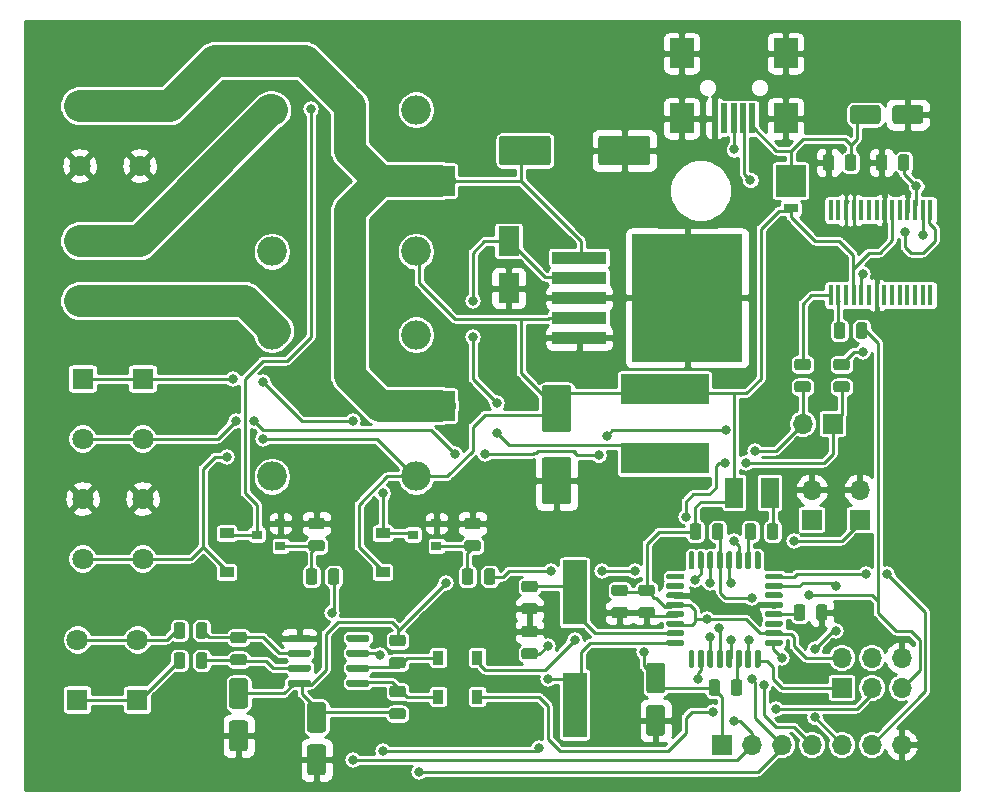
<source format=gbr>
%TF.GenerationSoftware,KiCad,Pcbnew,(5.1.6)-1*%
%TF.CreationDate,2021-01-04T09:58:51-07:00*%
%TF.ProjectId,R107 AC Controller,52313037-2041-4432-9043-6f6e74726f6c,rev?*%
%TF.SameCoordinates,Original*%
%TF.FileFunction,Copper,L1,Top*%
%TF.FilePolarity,Positive*%
%FSLAX46Y46*%
G04 Gerber Fmt 4.6, Leading zero omitted, Abs format (unit mm)*
G04 Created by KiCad (PCBNEW (5.1.6)-1) date 2021-01-04 09:58:51*
%MOMM*%
%LPD*%
G01*
G04 APERTURE LIST*
%TA.AperFunction,ComponentPad*%
%ADD10C,1.800000*%
%TD*%
%TA.AperFunction,ComponentPad*%
%ADD11R,1.800000X1.800000*%
%TD*%
%TA.AperFunction,SMDPad,CuDef*%
%ADD12R,7.500000X2.500000*%
%TD*%
%TA.AperFunction,ComponentPad*%
%ADD13O,2.500000X2.500000*%
%TD*%
%TA.AperFunction,ComponentPad*%
%ADD14R,2.500000X2.500000*%
%TD*%
%TA.AperFunction,SMDPad,CuDef*%
%ADD15R,1.800000X2.500000*%
%TD*%
%TA.AperFunction,ComponentPad*%
%ADD16O,1.700000X1.700000*%
%TD*%
%TA.AperFunction,ComponentPad*%
%ADD17R,1.700000X1.700000*%
%TD*%
%TA.AperFunction,SMDPad,CuDef*%
%ADD18R,2.540000X2.670000*%
%TD*%
%TA.AperFunction,SMDPad,CuDef*%
%ADD19R,1.270000X0.762000*%
%TD*%
%TA.AperFunction,SMDPad,CuDef*%
%ADD20R,0.900000X1.200000*%
%TD*%
%TA.AperFunction,SMDPad,CuDef*%
%ADD21R,1.200000X0.900000*%
%TD*%
%TA.AperFunction,SMDPad,CuDef*%
%ADD22R,1.500000X2.600000*%
%TD*%
%TA.AperFunction,SMDPad,CuDef*%
%ADD23R,2.000000X5.500000*%
%TD*%
%TA.AperFunction,SMDPad,CuDef*%
%ADD24R,0.450000X1.750000*%
%TD*%
%TA.AperFunction,SMDPad,CuDef*%
%ADD25R,9.400000X10.800000*%
%TD*%
%TA.AperFunction,SMDPad,CuDef*%
%ADD26R,4.600000X1.100000*%
%TD*%
%TA.AperFunction,SMDPad,CuDef*%
%ADD27R,0.900000X0.800000*%
%TD*%
%TA.AperFunction,SMDPad,CuDef*%
%ADD28R,0.500000X2.500000*%
%TD*%
%TA.AperFunction,SMDPad,CuDef*%
%ADD29R,2.000000X2.500000*%
%TD*%
%TA.AperFunction,ViaPad*%
%ADD30C,0.800000*%
%TD*%
%TA.AperFunction,Conductor*%
%ADD31C,0.250000*%
%TD*%
%TA.AperFunction,Conductor*%
%ADD32C,2.700000*%
%TD*%
%TA.AperFunction,Conductor*%
%ADD33C,0.254000*%
%TD*%
G04 APERTURE END LIST*
D10*
%TO.P,J4,4*%
%TO.N,+5V*%
X133604000Y-65024000D03*
X138684000Y-65024000D03*
%TO.P,J4,3*%
%TO.N,GND*%
X138684000Y-59944000D03*
X133604000Y-59944000D03*
%TO.P,J4,2*%
%TO.N,/TEMP_SETTING*%
X133604000Y-54864000D03*
X138684000Y-54864000D03*
D11*
%TO.P,J4,1*%
%TO.N,/ON_OFF*%
X138684000Y-49784000D03*
X133604000Y-49784000D03*
%TD*%
D10*
%TO.P,J5,2*%
%TO.N,Net-(FB2-Pad1)*%
X133146800Y-71882000D03*
X138226800Y-71882000D03*
D11*
%TO.P,J5,1*%
%TO.N,Net-(FB1-Pad1)*%
X133146800Y-76962000D03*
X138226800Y-76962000D03*
%TD*%
D10*
%TO.P,J2,2*%
%TO.N,/BLOWER*%
X138430000Y-43180000D03*
X133350000Y-43180000D03*
D11*
%TO.P,J2,1*%
%TO.N,/COMPRESSOR*%
X138430000Y-38100000D03*
X133350000Y-38100000D03*
%TD*%
D10*
%TO.P,J1,2*%
%TO.N,GND*%
X138430000Y-31750000D03*
X133350000Y-31750000D03*
D11*
%TO.P,J1,1*%
%TO.N,+12V*%
X138430000Y-26670000D03*
X133350000Y-26670000D03*
%TD*%
D12*
%TO.P,L1,2*%
%TO.N,+5V*%
X182880000Y-50644000D03*
%TO.P,L1,1*%
%TO.N,Net-(D4-Pad1)*%
X182880000Y-56544000D03*
%TD*%
D13*
%TO.P,K2,5*%
%TO.N,+5V*%
X161830000Y-58070000D03*
%TO.P,K2,4*%
%TO.N,Net-(K2-Pad4)*%
X149630000Y-58070000D03*
%TO.P,K2,3*%
%TO.N,/BLOWER*%
X149630000Y-46070000D03*
%TO.P,K2,2*%
%TO.N,Net-(D3-Pad2)*%
X161830000Y-46070000D03*
D14*
%TO.P,K2,1*%
%TO.N,+12V*%
X163830000Y-52070000D03*
%TD*%
D13*
%TO.P,K1,5*%
%TO.N,+5V*%
X161830000Y-39020000D03*
%TO.P,K1,4*%
%TO.N,Net-(K1-Pad4)*%
X149630000Y-39020000D03*
%TO.P,K1,3*%
%TO.N,/COMPRESSOR*%
X149630000Y-27020000D03*
%TO.P,K1,2*%
%TO.N,Net-(D2-Pad2)*%
X161830000Y-27020000D03*
D14*
%TO.P,K1,1*%
%TO.N,+12V*%
X163830000Y-33020000D03*
%TD*%
D15*
%TO.P,D4,2*%
%TO.N,GND*%
X169672000Y-42132000D03*
%TO.P,D4,1*%
%TO.N,Net-(D4-Pad1)*%
X169672000Y-38132000D03*
%TD*%
D16*
%TO.P,JP3,2*%
%TO.N,GND*%
X195326000Y-59182000D03*
D17*
%TO.P,JP3,1*%
%TO.N,Net-(JP3-Pad1)*%
X195326000Y-61722000D03*
%TD*%
D18*
%TO.P,D7,2*%
%TO.N,VBUS*%
X193548000Y-33020000D03*
D19*
%TO.P,D7,1*%
%TO.N,+5V*%
X193548000Y-35371000D03*
%TD*%
D20*
%TO.P,D6,2*%
%TO.N,Net-(D6-Pad2)*%
X163704000Y-73406000D03*
%TO.P,D6,1*%
%TO.N,/TC_CS*%
X167004000Y-73406000D03*
%TD*%
D21*
%TO.P,D3,2*%
%TO.N,Net-(D3-Pad2)*%
X159004000Y-62866000D03*
%TO.P,D3,1*%
%TO.N,+5V*%
X159004000Y-66166000D03*
%TD*%
D22*
%TO.P,D1,2*%
%TO.N,+5V*%
X188770000Y-59436000D03*
%TO.P,D1,1*%
%TO.N,Net-(D1-Pad1)*%
X191770000Y-59436000D03*
%TD*%
D23*
%TO.P,Y1,2*%
%TO.N,Net-(C4-Pad1)*%
X175260000Y-77394000D03*
%TO.P,Y1,1*%
%TO.N,Net-(C5-Pad2)*%
X175260000Y-67894000D03*
%TD*%
D24*
%TO.P,U4,28*%
%TO.N,Net-(U4-Pad28)*%
X196943000Y-35516000D03*
%TO.P,U4,27*%
%TO.N,Net-(U4-Pad27)*%
X197593000Y-35516000D03*
%TO.P,U4,26*%
%TO.N,GND*%
X198243000Y-35516000D03*
%TO.P,U4,25*%
X198893000Y-35516000D03*
%TO.P,U4,24*%
%TO.N,N/C*%
X199543000Y-35516000D03*
%TO.P,U4,23*%
%TO.N,Net-(U4-Pad23)*%
X200193000Y-35516000D03*
%TO.P,U4,22*%
%TO.N,Net-(U4-Pad22)*%
X200843000Y-35516000D03*
%TO.P,U4,21*%
%TO.N,GND*%
X201493000Y-35516000D03*
%TO.P,U4,20*%
%TO.N,+5V*%
X202143000Y-35516000D03*
%TO.P,U4,19*%
%TO.N,Net-(U4-Pad19)*%
X202793000Y-35516000D03*
%TO.P,U4,18*%
%TO.N,GND*%
X203443000Y-35516000D03*
%TO.P,U4,17*%
%TO.N,+3V3*%
X204093000Y-35516000D03*
%TO.P,U4,16*%
%TO.N,Net-(J6-Pad2)*%
X204743000Y-35516000D03*
%TO.P,U4,15*%
%TO.N,Net-(J6-Pad3)*%
X205393000Y-35516000D03*
%TO.P,U4,14*%
%TO.N,Net-(U4-Pad14)*%
X205393000Y-42716000D03*
%TO.P,U4,13*%
%TO.N,Net-(U4-Pad13)*%
X204743000Y-42716000D03*
%TO.P,U4,12*%
%TO.N,Net-(U4-Pad12)*%
X204093000Y-42716000D03*
%TO.P,U4,11*%
%TO.N,Net-(U4-Pad11)*%
X203443000Y-42716000D03*
%TO.P,U4,10*%
%TO.N,Net-(U4-Pad10)*%
X202793000Y-42716000D03*
%TO.P,U4,9*%
%TO.N,Net-(U4-Pad9)*%
X202143000Y-42716000D03*
%TO.P,U4,8*%
%TO.N,N/C*%
X201493000Y-42716000D03*
%TO.P,U4,7*%
%TO.N,GND*%
X200843000Y-42716000D03*
%TO.P,U4,6*%
%TO.N,Net-(U4-Pad6)*%
X200193000Y-42716000D03*
%TO.P,U4,5*%
%TO.N,/TX*%
X199543000Y-42716000D03*
%TO.P,U4,4*%
%TO.N,+5V*%
X198893000Y-42716000D03*
%TO.P,U4,3*%
%TO.N,Net-(U4-Pad3)*%
X198243000Y-42716000D03*
%TO.P,U4,2*%
%TO.N,Net-(C13-Pad2)*%
X197593000Y-42716000D03*
%TO.P,U4,1*%
%TO.N,/RX*%
X196943000Y-42716000D03*
%TD*%
%TO.P,U3,8*%
%TO.N,N/C*%
%TA.AperFunction,SMDPad,CuDef*%
G36*
G01*
X155932000Y-71905000D02*
X155932000Y-71605000D01*
G75*
G02*
X156082000Y-71455000I150000J0D01*
G01*
X157732000Y-71455000D01*
G75*
G02*
X157882000Y-71605000I0J-150000D01*
G01*
X157882000Y-71905000D01*
G75*
G02*
X157732000Y-72055000I-150000J0D01*
G01*
X156082000Y-72055000D01*
G75*
G02*
X155932000Y-71905000I0J150000D01*
G01*
G37*
%TD.AperFunction*%
%TO.P,U3,7*%
%TO.N,/MISO*%
%TA.AperFunction,SMDPad,CuDef*%
G36*
G01*
X155932000Y-73175000D02*
X155932000Y-72875000D01*
G75*
G02*
X156082000Y-72725000I150000J0D01*
G01*
X157732000Y-72725000D01*
G75*
G02*
X157882000Y-72875000I0J-150000D01*
G01*
X157882000Y-73175000D01*
G75*
G02*
X157732000Y-73325000I-150000J0D01*
G01*
X156082000Y-73325000D01*
G75*
G02*
X155932000Y-73175000I0J150000D01*
G01*
G37*
%TD.AperFunction*%
%TO.P,U3,6*%
%TO.N,Net-(D6-Pad2)*%
%TA.AperFunction,SMDPad,CuDef*%
G36*
G01*
X155932000Y-74445000D02*
X155932000Y-74145000D01*
G75*
G02*
X156082000Y-73995000I150000J0D01*
G01*
X157732000Y-73995000D01*
G75*
G02*
X157882000Y-74145000I0J-150000D01*
G01*
X157882000Y-74445000D01*
G75*
G02*
X157732000Y-74595000I-150000J0D01*
G01*
X156082000Y-74595000D01*
G75*
G02*
X155932000Y-74445000I0J150000D01*
G01*
G37*
%TD.AperFunction*%
%TO.P,U3,5*%
%TO.N,Net-(D5-Pad2)*%
%TA.AperFunction,SMDPad,CuDef*%
G36*
G01*
X155932000Y-75715000D02*
X155932000Y-75415000D01*
G75*
G02*
X156082000Y-75265000I150000J0D01*
G01*
X157732000Y-75265000D01*
G75*
G02*
X157882000Y-75415000I0J-150000D01*
G01*
X157882000Y-75715000D01*
G75*
G02*
X157732000Y-75865000I-150000J0D01*
G01*
X156082000Y-75865000D01*
G75*
G02*
X155932000Y-75715000I0J150000D01*
G01*
G37*
%TD.AperFunction*%
%TO.P,U3,4*%
%TO.N,+3V3*%
%TA.AperFunction,SMDPad,CuDef*%
G36*
G01*
X150982000Y-75715000D02*
X150982000Y-75415000D01*
G75*
G02*
X151132000Y-75265000I150000J0D01*
G01*
X152782000Y-75265000D01*
G75*
G02*
X152932000Y-75415000I0J-150000D01*
G01*
X152932000Y-75715000D01*
G75*
G02*
X152782000Y-75865000I-150000J0D01*
G01*
X151132000Y-75865000D01*
G75*
G02*
X150982000Y-75715000I0J150000D01*
G01*
G37*
%TD.AperFunction*%
%TO.P,U3,3*%
%TO.N,Net-(C8-Pad2)*%
%TA.AperFunction,SMDPad,CuDef*%
G36*
G01*
X150982000Y-74445000D02*
X150982000Y-74145000D01*
G75*
G02*
X151132000Y-73995000I150000J0D01*
G01*
X152782000Y-73995000D01*
G75*
G02*
X152932000Y-74145000I0J-150000D01*
G01*
X152932000Y-74445000D01*
G75*
G02*
X152782000Y-74595000I-150000J0D01*
G01*
X151132000Y-74595000D01*
G75*
G02*
X150982000Y-74445000I0J150000D01*
G01*
G37*
%TD.AperFunction*%
%TO.P,U3,2*%
%TO.N,Net-(C8-Pad1)*%
%TA.AperFunction,SMDPad,CuDef*%
G36*
G01*
X150982000Y-73175000D02*
X150982000Y-72875000D01*
G75*
G02*
X151132000Y-72725000I150000J0D01*
G01*
X152782000Y-72725000D01*
G75*
G02*
X152932000Y-72875000I0J-150000D01*
G01*
X152932000Y-73175000D01*
G75*
G02*
X152782000Y-73325000I-150000J0D01*
G01*
X151132000Y-73325000D01*
G75*
G02*
X150982000Y-73175000I0J150000D01*
G01*
G37*
%TD.AperFunction*%
%TO.P,U3,1*%
%TO.N,GND*%
%TA.AperFunction,SMDPad,CuDef*%
G36*
G01*
X150982000Y-71905000D02*
X150982000Y-71605000D01*
G75*
G02*
X151132000Y-71455000I150000J0D01*
G01*
X152782000Y-71455000D01*
G75*
G02*
X152932000Y-71605000I0J-150000D01*
G01*
X152932000Y-71905000D01*
G75*
G02*
X152782000Y-72055000I-150000J0D01*
G01*
X151132000Y-72055000D01*
G75*
G02*
X150982000Y-71905000I0J150000D01*
G01*
G37*
%TD.AperFunction*%
%TD*%
D25*
%TO.P,U2,3*%
%TO.N,GND*%
X184797000Y-42945000D03*
D26*
%TO.P,U2,5*%
X175647000Y-46345000D03*
%TO.P,U2,4*%
%TO.N,+5V*%
X175647000Y-44645000D03*
%TO.P,U2,3*%
%TO.N,GND*%
X175647000Y-42945000D03*
%TO.P,U2,2*%
%TO.N,Net-(D4-Pad1)*%
X175647000Y-41245000D03*
%TO.P,U2,1*%
%TO.N,+12V*%
X175647000Y-39545000D03*
%TD*%
%TO.P,U1,32*%
%TO.N,Net-(U1-Pad32)*%
%TA.AperFunction,SMDPad,CuDef*%
G36*
G01*
X184910000Y-65792000D02*
X184910000Y-64542000D01*
G75*
G02*
X185035000Y-64417000I125000J0D01*
G01*
X185285000Y-64417000D01*
G75*
G02*
X185410000Y-64542000I0J-125000D01*
G01*
X185410000Y-65792000D01*
G75*
G02*
X185285000Y-65917000I-125000J0D01*
G01*
X185035000Y-65917000D01*
G75*
G02*
X184910000Y-65792000I0J125000D01*
G01*
G37*
%TD.AperFunction*%
%TO.P,U1,31*%
%TO.N,Net-(JP1-Pad1)*%
%TA.AperFunction,SMDPad,CuDef*%
G36*
G01*
X185710000Y-65792000D02*
X185710000Y-64542000D01*
G75*
G02*
X185835000Y-64417000I125000J0D01*
G01*
X186085000Y-64417000D01*
G75*
G02*
X186210000Y-64542000I0J-125000D01*
G01*
X186210000Y-65792000D01*
G75*
G02*
X186085000Y-65917000I-125000J0D01*
G01*
X185835000Y-65917000D01*
G75*
G02*
X185710000Y-65792000I0J125000D01*
G01*
G37*
%TD.AperFunction*%
%TO.P,U1,30*%
%TO.N,Net-(JP1-Pad2)*%
%TA.AperFunction,SMDPad,CuDef*%
G36*
G01*
X186510000Y-65792000D02*
X186510000Y-64542000D01*
G75*
G02*
X186635000Y-64417000I125000J0D01*
G01*
X186885000Y-64417000D01*
G75*
G02*
X187010000Y-64542000I0J-125000D01*
G01*
X187010000Y-65792000D01*
G75*
G02*
X186885000Y-65917000I-125000J0D01*
G01*
X186635000Y-65917000D01*
G75*
G02*
X186510000Y-65792000I0J125000D01*
G01*
G37*
%TD.AperFunction*%
%TO.P,U1,29*%
%TO.N,/RESET*%
%TA.AperFunction,SMDPad,CuDef*%
G36*
G01*
X187310000Y-65792000D02*
X187310000Y-64542000D01*
G75*
G02*
X187435000Y-64417000I125000J0D01*
G01*
X187685000Y-64417000D01*
G75*
G02*
X187810000Y-64542000I0J-125000D01*
G01*
X187810000Y-65792000D01*
G75*
G02*
X187685000Y-65917000I-125000J0D01*
G01*
X187435000Y-65917000D01*
G75*
G02*
X187310000Y-65792000I0J125000D01*
G01*
G37*
%TD.AperFunction*%
%TO.P,U1,28*%
%TO.N,Net-(JP3-Pad1)*%
%TA.AperFunction,SMDPad,CuDef*%
G36*
G01*
X188110000Y-65792000D02*
X188110000Y-64542000D01*
G75*
G02*
X188235000Y-64417000I125000J0D01*
G01*
X188485000Y-64417000D01*
G75*
G02*
X188610000Y-64542000I0J-125000D01*
G01*
X188610000Y-65792000D01*
G75*
G02*
X188485000Y-65917000I-125000J0D01*
G01*
X188235000Y-65917000D01*
G75*
G02*
X188110000Y-65792000I0J125000D01*
G01*
G37*
%TD.AperFunction*%
%TO.P,U1,27*%
%TO.N,Net-(JP2-Pad1)*%
%TA.AperFunction,SMDPad,CuDef*%
G36*
G01*
X188910000Y-65792000D02*
X188910000Y-64542000D01*
G75*
G02*
X189035000Y-64417000I125000J0D01*
G01*
X189285000Y-64417000D01*
G75*
G02*
X189410000Y-64542000I0J-125000D01*
G01*
X189410000Y-65792000D01*
G75*
G02*
X189285000Y-65917000I-125000J0D01*
G01*
X189035000Y-65917000D01*
G75*
G02*
X188910000Y-65792000I0J125000D01*
G01*
G37*
%TD.AperFunction*%
%TO.P,U1,26*%
%TO.N,/STATUS*%
%TA.AperFunction,SMDPad,CuDef*%
G36*
G01*
X189710000Y-65792000D02*
X189710000Y-64542000D01*
G75*
G02*
X189835000Y-64417000I125000J0D01*
G01*
X190085000Y-64417000D01*
G75*
G02*
X190210000Y-64542000I0J-125000D01*
G01*
X190210000Y-65792000D01*
G75*
G02*
X190085000Y-65917000I-125000J0D01*
G01*
X189835000Y-65917000D01*
G75*
G02*
X189710000Y-65792000I0J125000D01*
G01*
G37*
%TD.AperFunction*%
%TO.P,U1,25*%
%TO.N,Net-(U1-Pad25)*%
%TA.AperFunction,SMDPad,CuDef*%
G36*
G01*
X190510000Y-65792000D02*
X190510000Y-64542000D01*
G75*
G02*
X190635000Y-64417000I125000J0D01*
G01*
X190885000Y-64417000D01*
G75*
G02*
X191010000Y-64542000I0J-125000D01*
G01*
X191010000Y-65792000D01*
G75*
G02*
X190885000Y-65917000I-125000J0D01*
G01*
X190635000Y-65917000D01*
G75*
G02*
X190510000Y-65792000I0J125000D01*
G01*
G37*
%TD.AperFunction*%
%TO.P,U1,24*%
%TO.N,/ACC_IO*%
%TA.AperFunction,SMDPad,CuDef*%
G36*
G01*
X191385000Y-66667000D02*
X191385000Y-66417000D01*
G75*
G02*
X191510000Y-66292000I125000J0D01*
G01*
X192760000Y-66292000D01*
G75*
G02*
X192885000Y-66417000I0J-125000D01*
G01*
X192885000Y-66667000D01*
G75*
G02*
X192760000Y-66792000I-125000J0D01*
G01*
X191510000Y-66792000D01*
G75*
G02*
X191385000Y-66667000I0J125000D01*
G01*
G37*
%TD.AperFunction*%
%TO.P,U1,23*%
%TO.N,/TEMP_SETTING*%
%TA.AperFunction,SMDPad,CuDef*%
G36*
G01*
X191385000Y-67467000D02*
X191385000Y-67217000D01*
G75*
G02*
X191510000Y-67092000I125000J0D01*
G01*
X192760000Y-67092000D01*
G75*
G02*
X192885000Y-67217000I0J-125000D01*
G01*
X192885000Y-67467000D01*
G75*
G02*
X192760000Y-67592000I-125000J0D01*
G01*
X191510000Y-67592000D01*
G75*
G02*
X191385000Y-67467000I0J125000D01*
G01*
G37*
%TD.AperFunction*%
%TO.P,U1,22*%
%TO.N,Net-(U1-Pad22)*%
%TA.AperFunction,SMDPad,CuDef*%
G36*
G01*
X191385000Y-68267000D02*
X191385000Y-68017000D01*
G75*
G02*
X191510000Y-67892000I125000J0D01*
G01*
X192760000Y-67892000D01*
G75*
G02*
X192885000Y-68017000I0J-125000D01*
G01*
X192885000Y-68267000D01*
G75*
G02*
X192760000Y-68392000I-125000J0D01*
G01*
X191510000Y-68392000D01*
G75*
G02*
X191385000Y-68267000I0J125000D01*
G01*
G37*
%TD.AperFunction*%
%TO.P,U1,21*%
%TO.N,GND*%
%TA.AperFunction,SMDPad,CuDef*%
G36*
G01*
X191385000Y-69067000D02*
X191385000Y-68817000D01*
G75*
G02*
X191510000Y-68692000I125000J0D01*
G01*
X192760000Y-68692000D01*
G75*
G02*
X192885000Y-68817000I0J-125000D01*
G01*
X192885000Y-69067000D01*
G75*
G02*
X192760000Y-69192000I-125000J0D01*
G01*
X191510000Y-69192000D01*
G75*
G02*
X191385000Y-69067000I0J125000D01*
G01*
G37*
%TD.AperFunction*%
%TO.P,U1,20*%
%TO.N,Net-(C2-Pad1)*%
%TA.AperFunction,SMDPad,CuDef*%
G36*
G01*
X191385000Y-69867000D02*
X191385000Y-69617000D01*
G75*
G02*
X191510000Y-69492000I125000J0D01*
G01*
X192760000Y-69492000D01*
G75*
G02*
X192885000Y-69617000I0J-125000D01*
G01*
X192885000Y-69867000D01*
G75*
G02*
X192760000Y-69992000I-125000J0D01*
G01*
X191510000Y-69992000D01*
G75*
G02*
X191385000Y-69867000I0J125000D01*
G01*
G37*
%TD.AperFunction*%
%TO.P,U1,19*%
%TO.N,Net-(U1-Pad19)*%
%TA.AperFunction,SMDPad,CuDef*%
G36*
G01*
X191385000Y-70667000D02*
X191385000Y-70417000D01*
G75*
G02*
X191510000Y-70292000I125000J0D01*
G01*
X192760000Y-70292000D01*
G75*
G02*
X192885000Y-70417000I0J-125000D01*
G01*
X192885000Y-70667000D01*
G75*
G02*
X192760000Y-70792000I-125000J0D01*
G01*
X191510000Y-70792000D01*
G75*
G02*
X191385000Y-70667000I0J125000D01*
G01*
G37*
%TD.AperFunction*%
%TO.P,U1,18*%
%TO.N,+5V*%
%TA.AperFunction,SMDPad,CuDef*%
G36*
G01*
X191385000Y-71467000D02*
X191385000Y-71217000D01*
G75*
G02*
X191510000Y-71092000I125000J0D01*
G01*
X192760000Y-71092000D01*
G75*
G02*
X192885000Y-71217000I0J-125000D01*
G01*
X192885000Y-71467000D01*
G75*
G02*
X192760000Y-71592000I-125000J0D01*
G01*
X191510000Y-71592000D01*
G75*
G02*
X191385000Y-71467000I0J125000D01*
G01*
G37*
%TD.AperFunction*%
%TO.P,U1,17*%
%TO.N,/SCK*%
%TA.AperFunction,SMDPad,CuDef*%
G36*
G01*
X191385000Y-72267000D02*
X191385000Y-72017000D01*
G75*
G02*
X191510000Y-71892000I125000J0D01*
G01*
X192760000Y-71892000D01*
G75*
G02*
X192885000Y-72017000I0J-125000D01*
G01*
X192885000Y-72267000D01*
G75*
G02*
X192760000Y-72392000I-125000J0D01*
G01*
X191510000Y-72392000D01*
G75*
G02*
X191385000Y-72267000I0J125000D01*
G01*
G37*
%TD.AperFunction*%
%TO.P,U1,16*%
%TO.N,/MISO*%
%TA.AperFunction,SMDPad,CuDef*%
G36*
G01*
X190510000Y-74142000D02*
X190510000Y-72892000D01*
G75*
G02*
X190635000Y-72767000I125000J0D01*
G01*
X190885000Y-72767000D01*
G75*
G02*
X191010000Y-72892000I0J-125000D01*
G01*
X191010000Y-74142000D01*
G75*
G02*
X190885000Y-74267000I-125000J0D01*
G01*
X190635000Y-74267000D01*
G75*
G02*
X190510000Y-74142000I0J125000D01*
G01*
G37*
%TD.AperFunction*%
%TO.P,U1,15*%
%TO.N,/MOSI*%
%TA.AperFunction,SMDPad,CuDef*%
G36*
G01*
X189710000Y-74142000D02*
X189710000Y-72892000D01*
G75*
G02*
X189835000Y-72767000I125000J0D01*
G01*
X190085000Y-72767000D01*
G75*
G02*
X190210000Y-72892000I0J-125000D01*
G01*
X190210000Y-74142000D01*
G75*
G02*
X190085000Y-74267000I-125000J0D01*
G01*
X189835000Y-74267000D01*
G75*
G02*
X189710000Y-74142000I0J125000D01*
G01*
G37*
%TD.AperFunction*%
%TO.P,U1,14*%
%TO.N,Net-(R7-Pad2)*%
%TA.AperFunction,SMDPad,CuDef*%
G36*
G01*
X188910000Y-74142000D02*
X188910000Y-72892000D01*
G75*
G02*
X189035000Y-72767000I125000J0D01*
G01*
X189285000Y-72767000D01*
G75*
G02*
X189410000Y-72892000I0J-125000D01*
G01*
X189410000Y-74142000D01*
G75*
G02*
X189285000Y-74267000I-125000J0D01*
G01*
X189035000Y-74267000D01*
G75*
G02*
X188910000Y-74142000I0J125000D01*
G01*
G37*
%TD.AperFunction*%
%TO.P,U1,13*%
%TO.N,/BLOWER_CTRL*%
%TA.AperFunction,SMDPad,CuDef*%
G36*
G01*
X188110000Y-74142000D02*
X188110000Y-72892000D01*
G75*
G02*
X188235000Y-72767000I125000J0D01*
G01*
X188485000Y-72767000D01*
G75*
G02*
X188610000Y-72892000I0J-125000D01*
G01*
X188610000Y-74142000D01*
G75*
G02*
X188485000Y-74267000I-125000J0D01*
G01*
X188235000Y-74267000D01*
G75*
G02*
X188110000Y-74142000I0J125000D01*
G01*
G37*
%TD.AperFunction*%
%TO.P,U1,12*%
%TO.N,/TC_CS*%
%TA.AperFunction,SMDPad,CuDef*%
G36*
G01*
X187310000Y-74142000D02*
X187310000Y-72892000D01*
G75*
G02*
X187435000Y-72767000I125000J0D01*
G01*
X187685000Y-72767000D01*
G75*
G02*
X187810000Y-72892000I0J-125000D01*
G01*
X187810000Y-74142000D01*
G75*
G02*
X187685000Y-74267000I-125000J0D01*
G01*
X187435000Y-74267000D01*
G75*
G02*
X187310000Y-74142000I0J125000D01*
G01*
G37*
%TD.AperFunction*%
%TO.P,U1,11*%
%TO.N,/ON_OFF*%
%TA.AperFunction,SMDPad,CuDef*%
G36*
G01*
X186510000Y-74142000D02*
X186510000Y-72892000D01*
G75*
G02*
X186635000Y-72767000I125000J0D01*
G01*
X186885000Y-72767000D01*
G75*
G02*
X187010000Y-72892000I0J-125000D01*
G01*
X187010000Y-74142000D01*
G75*
G02*
X186885000Y-74267000I-125000J0D01*
G01*
X186635000Y-74267000D01*
G75*
G02*
X186510000Y-74142000I0J125000D01*
G01*
G37*
%TD.AperFunction*%
%TO.P,U1,10*%
%TO.N,/COMPRESSOR_CTRL*%
%TA.AperFunction,SMDPad,CuDef*%
G36*
G01*
X185710000Y-74142000D02*
X185710000Y-72892000D01*
G75*
G02*
X185835000Y-72767000I125000J0D01*
G01*
X186085000Y-72767000D01*
G75*
G02*
X186210000Y-72892000I0J-125000D01*
G01*
X186210000Y-74142000D01*
G75*
G02*
X186085000Y-74267000I-125000J0D01*
G01*
X185835000Y-74267000D01*
G75*
G02*
X185710000Y-74142000I0J125000D01*
G01*
G37*
%TD.AperFunction*%
%TO.P,U1,9*%
%TO.N,Net-(U1-Pad9)*%
%TA.AperFunction,SMDPad,CuDef*%
G36*
G01*
X184910000Y-74142000D02*
X184910000Y-72892000D01*
G75*
G02*
X185035000Y-72767000I125000J0D01*
G01*
X185285000Y-72767000D01*
G75*
G02*
X185410000Y-72892000I0J-125000D01*
G01*
X185410000Y-74142000D01*
G75*
G02*
X185285000Y-74267000I-125000J0D01*
G01*
X185035000Y-74267000D01*
G75*
G02*
X184910000Y-74142000I0J125000D01*
G01*
G37*
%TD.AperFunction*%
%TO.P,U1,8*%
%TO.N,Net-(C4-Pad1)*%
%TA.AperFunction,SMDPad,CuDef*%
G36*
G01*
X183035000Y-72267000D02*
X183035000Y-72017000D01*
G75*
G02*
X183160000Y-71892000I125000J0D01*
G01*
X184410000Y-71892000D01*
G75*
G02*
X184535000Y-72017000I0J-125000D01*
G01*
X184535000Y-72267000D01*
G75*
G02*
X184410000Y-72392000I-125000J0D01*
G01*
X183160000Y-72392000D01*
G75*
G02*
X183035000Y-72267000I0J125000D01*
G01*
G37*
%TD.AperFunction*%
%TO.P,U1,7*%
%TO.N,Net-(C5-Pad2)*%
%TA.AperFunction,SMDPad,CuDef*%
G36*
G01*
X183035000Y-71467000D02*
X183035000Y-71217000D01*
G75*
G02*
X183160000Y-71092000I125000J0D01*
G01*
X184410000Y-71092000D01*
G75*
G02*
X184535000Y-71217000I0J-125000D01*
G01*
X184535000Y-71467000D01*
G75*
G02*
X184410000Y-71592000I-125000J0D01*
G01*
X183160000Y-71592000D01*
G75*
G02*
X183035000Y-71467000I0J125000D01*
G01*
G37*
%TD.AperFunction*%
%TO.P,U1,6*%
%TO.N,+5V*%
%TA.AperFunction,SMDPad,CuDef*%
G36*
G01*
X183035000Y-70667000D02*
X183035000Y-70417000D01*
G75*
G02*
X183160000Y-70292000I125000J0D01*
G01*
X184410000Y-70292000D01*
G75*
G02*
X184535000Y-70417000I0J-125000D01*
G01*
X184535000Y-70667000D01*
G75*
G02*
X184410000Y-70792000I-125000J0D01*
G01*
X183160000Y-70792000D01*
G75*
G02*
X183035000Y-70667000I0J125000D01*
G01*
G37*
%TD.AperFunction*%
%TO.P,U1,5*%
%TO.N,GND*%
%TA.AperFunction,SMDPad,CuDef*%
G36*
G01*
X183035000Y-69867000D02*
X183035000Y-69617000D01*
G75*
G02*
X183160000Y-69492000I125000J0D01*
G01*
X184410000Y-69492000D01*
G75*
G02*
X184535000Y-69617000I0J-125000D01*
G01*
X184535000Y-69867000D01*
G75*
G02*
X184410000Y-69992000I-125000J0D01*
G01*
X183160000Y-69992000D01*
G75*
G02*
X183035000Y-69867000I0J125000D01*
G01*
G37*
%TD.AperFunction*%
%TO.P,U1,4*%
%TO.N,+5V*%
%TA.AperFunction,SMDPad,CuDef*%
G36*
G01*
X183035000Y-69067000D02*
X183035000Y-68817000D01*
G75*
G02*
X183160000Y-68692000I125000J0D01*
G01*
X184410000Y-68692000D01*
G75*
G02*
X184535000Y-68817000I0J-125000D01*
G01*
X184535000Y-69067000D01*
G75*
G02*
X184410000Y-69192000I-125000J0D01*
G01*
X183160000Y-69192000D01*
G75*
G02*
X183035000Y-69067000I0J125000D01*
G01*
G37*
%TD.AperFunction*%
%TO.P,U1,3*%
%TO.N,GND*%
%TA.AperFunction,SMDPad,CuDef*%
G36*
G01*
X183035000Y-68267000D02*
X183035000Y-68017000D01*
G75*
G02*
X183160000Y-67892000I125000J0D01*
G01*
X184410000Y-67892000D01*
G75*
G02*
X184535000Y-68017000I0J-125000D01*
G01*
X184535000Y-68267000D01*
G75*
G02*
X184410000Y-68392000I-125000J0D01*
G01*
X183160000Y-68392000D01*
G75*
G02*
X183035000Y-68267000I0J125000D01*
G01*
G37*
%TD.AperFunction*%
%TO.P,U1,2*%
%TO.N,Net-(U1-Pad2)*%
%TA.AperFunction,SMDPad,CuDef*%
G36*
G01*
X183035000Y-67467000D02*
X183035000Y-67217000D01*
G75*
G02*
X183160000Y-67092000I125000J0D01*
G01*
X184410000Y-67092000D01*
G75*
G02*
X184535000Y-67217000I0J-125000D01*
G01*
X184535000Y-67467000D01*
G75*
G02*
X184410000Y-67592000I-125000J0D01*
G01*
X183160000Y-67592000D01*
G75*
G02*
X183035000Y-67467000I0J125000D01*
G01*
G37*
%TD.AperFunction*%
%TO.P,U1,1*%
%TO.N,Net-(U1-Pad1)*%
%TA.AperFunction,SMDPad,CuDef*%
G36*
G01*
X183035000Y-66667000D02*
X183035000Y-66417000D01*
G75*
G02*
X183160000Y-66292000I125000J0D01*
G01*
X184410000Y-66292000D01*
G75*
G02*
X184535000Y-66417000I0J-125000D01*
G01*
X184535000Y-66667000D01*
G75*
G02*
X184410000Y-66792000I-125000J0D01*
G01*
X183160000Y-66792000D01*
G75*
G02*
X183035000Y-66667000I0J125000D01*
G01*
G37*
%TD.AperFunction*%
%TD*%
%TO.P,R11,2*%
%TO.N,+3V3*%
%TA.AperFunction,SMDPad,CuDef*%
G36*
G01*
X160730250Y-72448000D02*
X159817750Y-72448000D01*
G75*
G02*
X159574000Y-72204250I0J243750D01*
G01*
X159574000Y-71716750D01*
G75*
G02*
X159817750Y-71473000I243750J0D01*
G01*
X160730250Y-71473000D01*
G75*
G02*
X160974000Y-71716750I0J-243750D01*
G01*
X160974000Y-72204250D01*
G75*
G02*
X160730250Y-72448000I-243750J0D01*
G01*
G37*
%TD.AperFunction*%
%TO.P,R11,1*%
%TO.N,Net-(D6-Pad2)*%
%TA.AperFunction,SMDPad,CuDef*%
G36*
G01*
X160730250Y-74323000D02*
X159817750Y-74323000D01*
G75*
G02*
X159574000Y-74079250I0J243750D01*
G01*
X159574000Y-73591750D01*
G75*
G02*
X159817750Y-73348000I243750J0D01*
G01*
X160730250Y-73348000D01*
G75*
G02*
X160974000Y-73591750I0J-243750D01*
G01*
X160974000Y-74079250D01*
G75*
G02*
X160730250Y-74323000I-243750J0D01*
G01*
G37*
%TD.AperFunction*%
%TD*%
%TO.P,R10,2*%
%TO.N,+3V3*%
%TA.AperFunction,SMDPad,CuDef*%
G36*
G01*
X159817750Y-77666000D02*
X160730250Y-77666000D01*
G75*
G02*
X160974000Y-77909750I0J-243750D01*
G01*
X160974000Y-78397250D01*
G75*
G02*
X160730250Y-78641000I-243750J0D01*
G01*
X159817750Y-78641000D01*
G75*
G02*
X159574000Y-78397250I0J243750D01*
G01*
X159574000Y-77909750D01*
G75*
G02*
X159817750Y-77666000I243750J0D01*
G01*
G37*
%TD.AperFunction*%
%TO.P,R10,1*%
%TO.N,Net-(D5-Pad2)*%
%TA.AperFunction,SMDPad,CuDef*%
G36*
G01*
X159817750Y-75791000D02*
X160730250Y-75791000D01*
G75*
G02*
X160974000Y-76034750I0J-243750D01*
G01*
X160974000Y-76522250D01*
G75*
G02*
X160730250Y-76766000I-243750J0D01*
G01*
X159817750Y-76766000D01*
G75*
G02*
X159574000Y-76522250I0J243750D01*
G01*
X159574000Y-76034750D01*
G75*
G02*
X159817750Y-75791000I243750J0D01*
G01*
G37*
%TD.AperFunction*%
%TD*%
%TO.P,R9,2*%
%TO.N,/RX*%
%TA.AperFunction,SMDPad,CuDef*%
G36*
G01*
X195020250Y-49080000D02*
X194107750Y-49080000D01*
G75*
G02*
X193864000Y-48836250I0J243750D01*
G01*
X193864000Y-48348750D01*
G75*
G02*
X194107750Y-48105000I243750J0D01*
G01*
X195020250Y-48105000D01*
G75*
G02*
X195264000Y-48348750I0J-243750D01*
G01*
X195264000Y-48836250D01*
G75*
G02*
X195020250Y-49080000I-243750J0D01*
G01*
G37*
%TD.AperFunction*%
%TO.P,R9,1*%
%TO.N,Net-(JP1-Pad2)*%
%TA.AperFunction,SMDPad,CuDef*%
G36*
G01*
X195020250Y-50955000D02*
X194107750Y-50955000D01*
G75*
G02*
X193864000Y-50711250I0J243750D01*
G01*
X193864000Y-50223750D01*
G75*
G02*
X194107750Y-49980000I243750J0D01*
G01*
X195020250Y-49980000D01*
G75*
G02*
X195264000Y-50223750I0J-243750D01*
G01*
X195264000Y-50711250D01*
G75*
G02*
X195020250Y-50955000I-243750J0D01*
G01*
G37*
%TD.AperFunction*%
%TD*%
%TO.P,R8,2*%
%TO.N,/TX*%
%TA.AperFunction,SMDPad,CuDef*%
G36*
G01*
X198322250Y-49080000D02*
X197409750Y-49080000D01*
G75*
G02*
X197166000Y-48836250I0J243750D01*
G01*
X197166000Y-48348750D01*
G75*
G02*
X197409750Y-48105000I243750J0D01*
G01*
X198322250Y-48105000D01*
G75*
G02*
X198566000Y-48348750I0J-243750D01*
G01*
X198566000Y-48836250D01*
G75*
G02*
X198322250Y-49080000I-243750J0D01*
G01*
G37*
%TD.AperFunction*%
%TO.P,R8,1*%
%TO.N,Net-(JP1-Pad1)*%
%TA.AperFunction,SMDPad,CuDef*%
G36*
G01*
X198322250Y-50955000D02*
X197409750Y-50955000D01*
G75*
G02*
X197166000Y-50711250I0J243750D01*
G01*
X197166000Y-50223750D01*
G75*
G02*
X197409750Y-49980000I243750J0D01*
G01*
X198322250Y-49980000D01*
G75*
G02*
X198566000Y-50223750I0J-243750D01*
G01*
X198566000Y-50711250D01*
G75*
G02*
X198322250Y-50955000I-243750J0D01*
G01*
G37*
%TD.AperFunction*%
%TD*%
%TO.P,R7,2*%
%TO.N,Net-(R7-Pad2)*%
%TA.AperFunction,SMDPad,CuDef*%
G36*
G01*
X188488500Y-76402250D02*
X188488500Y-75489750D01*
G75*
G02*
X188732250Y-75246000I243750J0D01*
G01*
X189219750Y-75246000D01*
G75*
G02*
X189463500Y-75489750I0J-243750D01*
G01*
X189463500Y-76402250D01*
G75*
G02*
X189219750Y-76646000I-243750J0D01*
G01*
X188732250Y-76646000D01*
G75*
G02*
X188488500Y-76402250I0J243750D01*
G01*
G37*
%TD.AperFunction*%
%TO.P,R7,1*%
%TO.N,+5V*%
%TA.AperFunction,SMDPad,CuDef*%
G36*
G01*
X186613500Y-76402250D02*
X186613500Y-75489750D01*
G75*
G02*
X186857250Y-75246000I243750J0D01*
G01*
X187344750Y-75246000D01*
G75*
G02*
X187588500Y-75489750I0J-243750D01*
G01*
X187588500Y-76402250D01*
G75*
G02*
X187344750Y-76646000I-243750J0D01*
G01*
X186857250Y-76646000D01*
G75*
G02*
X186613500Y-76402250I0J243750D01*
G01*
G37*
%TD.AperFunction*%
%TD*%
%TO.P,R6,2*%
%TO.N,GND*%
%TA.AperFunction,SMDPad,CuDef*%
G36*
G01*
X167080250Y-62542000D02*
X166167750Y-62542000D01*
G75*
G02*
X165924000Y-62298250I0J243750D01*
G01*
X165924000Y-61810750D01*
G75*
G02*
X166167750Y-61567000I243750J0D01*
G01*
X167080250Y-61567000D01*
G75*
G02*
X167324000Y-61810750I0J-243750D01*
G01*
X167324000Y-62298250D01*
G75*
G02*
X167080250Y-62542000I-243750J0D01*
G01*
G37*
%TD.AperFunction*%
%TO.P,R6,1*%
%TO.N,Net-(Q2-Pad1)*%
%TA.AperFunction,SMDPad,CuDef*%
G36*
G01*
X167080250Y-64417000D02*
X166167750Y-64417000D01*
G75*
G02*
X165924000Y-64173250I0J243750D01*
G01*
X165924000Y-63685750D01*
G75*
G02*
X166167750Y-63442000I243750J0D01*
G01*
X167080250Y-63442000D01*
G75*
G02*
X167324000Y-63685750I0J-243750D01*
G01*
X167324000Y-64173250D01*
G75*
G02*
X167080250Y-64417000I-243750J0D01*
G01*
G37*
%TD.AperFunction*%
%TD*%
%TO.P,R5,2*%
%TO.N,GND*%
%TA.AperFunction,SMDPad,CuDef*%
G36*
G01*
X153872250Y-62542000D02*
X152959750Y-62542000D01*
G75*
G02*
X152716000Y-62298250I0J243750D01*
G01*
X152716000Y-61810750D01*
G75*
G02*
X152959750Y-61567000I243750J0D01*
G01*
X153872250Y-61567000D01*
G75*
G02*
X154116000Y-61810750I0J-243750D01*
G01*
X154116000Y-62298250D01*
G75*
G02*
X153872250Y-62542000I-243750J0D01*
G01*
G37*
%TD.AperFunction*%
%TO.P,R5,1*%
%TO.N,Net-(Q1-Pad1)*%
%TA.AperFunction,SMDPad,CuDef*%
G36*
G01*
X153872250Y-64417000D02*
X152959750Y-64417000D01*
G75*
G02*
X152716000Y-64173250I0J243750D01*
G01*
X152716000Y-63685750D01*
G75*
G02*
X152959750Y-63442000I243750J0D01*
G01*
X153872250Y-63442000D01*
G75*
G02*
X154116000Y-63685750I0J-243750D01*
G01*
X154116000Y-64173250D01*
G75*
G02*
X153872250Y-64417000I-243750J0D01*
G01*
G37*
%TD.AperFunction*%
%TD*%
%TO.P,R4,2*%
%TO.N,Net-(Q2-Pad1)*%
%TA.AperFunction,SMDPad,CuDef*%
G36*
G01*
X166682000Y-66091750D02*
X166682000Y-67004250D01*
G75*
G02*
X166438250Y-67248000I-243750J0D01*
G01*
X165950750Y-67248000D01*
G75*
G02*
X165707000Y-67004250I0J243750D01*
G01*
X165707000Y-66091750D01*
G75*
G02*
X165950750Y-65848000I243750J0D01*
G01*
X166438250Y-65848000D01*
G75*
G02*
X166682000Y-66091750I0J-243750D01*
G01*
G37*
%TD.AperFunction*%
%TO.P,R4,1*%
%TO.N,/BLOWER_CTRL*%
%TA.AperFunction,SMDPad,CuDef*%
G36*
G01*
X168557000Y-66091750D02*
X168557000Y-67004250D01*
G75*
G02*
X168313250Y-67248000I-243750J0D01*
G01*
X167825750Y-67248000D01*
G75*
G02*
X167582000Y-67004250I0J243750D01*
G01*
X167582000Y-66091750D01*
G75*
G02*
X167825750Y-65848000I243750J0D01*
G01*
X168313250Y-65848000D01*
G75*
G02*
X168557000Y-66091750I0J-243750D01*
G01*
G37*
%TD.AperFunction*%
%TD*%
%TO.P,R3,2*%
%TO.N,Net-(Q1-Pad1)*%
%TA.AperFunction,SMDPad,CuDef*%
G36*
G01*
X153474000Y-66091750D02*
X153474000Y-67004250D01*
G75*
G02*
X153230250Y-67248000I-243750J0D01*
G01*
X152742750Y-67248000D01*
G75*
G02*
X152499000Y-67004250I0J243750D01*
G01*
X152499000Y-66091750D01*
G75*
G02*
X152742750Y-65848000I243750J0D01*
G01*
X153230250Y-65848000D01*
G75*
G02*
X153474000Y-66091750I0J-243750D01*
G01*
G37*
%TD.AperFunction*%
%TO.P,R3,1*%
%TO.N,/COMPRESSOR_CTRL*%
%TA.AperFunction,SMDPad,CuDef*%
G36*
G01*
X155349000Y-66091750D02*
X155349000Y-67004250D01*
G75*
G02*
X155105250Y-67248000I-243750J0D01*
G01*
X154617750Y-67248000D01*
G75*
G02*
X154374000Y-67004250I0J243750D01*
G01*
X154374000Y-66091750D01*
G75*
G02*
X154617750Y-65848000I243750J0D01*
G01*
X155105250Y-65848000D01*
G75*
G02*
X155349000Y-66091750I0J-243750D01*
G01*
G37*
%TD.AperFunction*%
%TD*%
%TO.P,R2,2*%
%TO.N,/STATUS*%
%TA.AperFunction,SMDPad,CuDef*%
G36*
G01*
X190636500Y-62281750D02*
X190636500Y-63194250D01*
G75*
G02*
X190392750Y-63438000I-243750J0D01*
G01*
X189905250Y-63438000D01*
G75*
G02*
X189661500Y-63194250I0J243750D01*
G01*
X189661500Y-62281750D01*
G75*
G02*
X189905250Y-62038000I243750J0D01*
G01*
X190392750Y-62038000D01*
G75*
G02*
X190636500Y-62281750I0J-243750D01*
G01*
G37*
%TD.AperFunction*%
%TO.P,R2,1*%
%TO.N,Net-(D1-Pad1)*%
%TA.AperFunction,SMDPad,CuDef*%
G36*
G01*
X192511500Y-62281750D02*
X192511500Y-63194250D01*
G75*
G02*
X192267750Y-63438000I-243750J0D01*
G01*
X191780250Y-63438000D01*
G75*
G02*
X191536500Y-63194250I0J243750D01*
G01*
X191536500Y-62281750D01*
G75*
G02*
X191780250Y-62038000I243750J0D01*
G01*
X192267750Y-62038000D01*
G75*
G02*
X192511500Y-62281750I0J-243750D01*
G01*
G37*
%TD.AperFunction*%
%TD*%
%TO.P,R1,2*%
%TO.N,/RESET*%
%TA.AperFunction,SMDPad,CuDef*%
G36*
G01*
X186886000Y-63194250D02*
X186886000Y-62281750D01*
G75*
G02*
X187129750Y-62038000I243750J0D01*
G01*
X187617250Y-62038000D01*
G75*
G02*
X187861000Y-62281750I0J-243750D01*
G01*
X187861000Y-63194250D01*
G75*
G02*
X187617250Y-63438000I-243750J0D01*
G01*
X187129750Y-63438000D01*
G75*
G02*
X186886000Y-63194250I0J243750D01*
G01*
G37*
%TD.AperFunction*%
%TO.P,R1,1*%
%TO.N,+5V*%
%TA.AperFunction,SMDPad,CuDef*%
G36*
G01*
X185011000Y-63194250D02*
X185011000Y-62281750D01*
G75*
G02*
X185254750Y-62038000I243750J0D01*
G01*
X185742250Y-62038000D01*
G75*
G02*
X185986000Y-62281750I0J-243750D01*
G01*
X185986000Y-63194250D01*
G75*
G02*
X185742250Y-63438000I-243750J0D01*
G01*
X185254750Y-63438000D01*
G75*
G02*
X185011000Y-63194250I0J243750D01*
G01*
G37*
%TD.AperFunction*%
%TD*%
D27*
%TO.P,Q2,3*%
%TO.N,Net-(D3-Pad2)*%
X161560000Y-62992000D03*
%TO.P,Q2,2*%
%TO.N,GND*%
X163560000Y-62042000D03*
%TO.P,Q2,1*%
%TO.N,Net-(Q2-Pad1)*%
X163560000Y-63942000D03*
%TD*%
%TO.P,Q1,3*%
%TO.N,Net-(D2-Pad2)*%
X148352000Y-62992000D03*
%TO.P,Q1,2*%
%TO.N,GND*%
X150352000Y-62042000D03*
%TO.P,Q1,1*%
%TO.N,Net-(Q1-Pad1)*%
X150352000Y-63942000D03*
%TD*%
D16*
%TO.P,JP2,2*%
%TO.N,GND*%
X199390000Y-59182000D03*
D17*
%TO.P,JP2,1*%
%TO.N,Net-(JP2-Pad1)*%
X199390000Y-61722000D03*
%TD*%
D16*
%TO.P,JP1,2*%
%TO.N,Net-(JP1-Pad2)*%
X194564000Y-53594000D03*
D17*
%TO.P,JP1,1*%
%TO.N,Net-(JP1-Pad1)*%
X197104000Y-53594000D03*
%TD*%
D16*
%TO.P,J7,6*%
%TO.N,GND*%
X202946000Y-73406000D03*
%TO.P,J7,5*%
%TO.N,/RESET*%
X202946000Y-75946000D03*
%TO.P,J7,4*%
%TO.N,/MOSI*%
X200406000Y-73406000D03*
%TO.P,J7,3*%
%TO.N,/SCK*%
X200406000Y-75946000D03*
%TO.P,J7,2*%
%TO.N,+5V*%
X197866000Y-73406000D03*
D17*
%TO.P,J7,1*%
%TO.N,/MISO*%
X197866000Y-75946000D03*
%TD*%
D28*
%TO.P,J6,5*%
%TO.N,GND*%
X187122000Y-27746000D03*
%TO.P,J6,4*%
%TO.N,Net-(J6-Pad4)*%
X187922000Y-27746000D03*
%TO.P,J6,3*%
%TO.N,Net-(J6-Pad3)*%
X188722000Y-27746000D03*
%TO.P,J6,2*%
%TO.N,Net-(J6-Pad2)*%
X189522000Y-27746000D03*
%TO.P,J6,1*%
%TO.N,VBUS*%
X190322000Y-27746000D03*
D29*
%TO.P,J6,6*%
%TO.N,GND*%
X184322000Y-27746000D03*
X193122000Y-27746000D03*
X184322000Y-22246000D03*
X193122000Y-22246000D03*
%TD*%
D16*
%TO.P,J3,7*%
%TO.N,GND*%
X202946000Y-80772000D03*
%TO.P,J3,6*%
%TO.N,/ACC_IO*%
X200406000Y-80772000D03*
%TO.P,J3,5*%
%TO.N,/TEMP_SETTING*%
X197866000Y-80772000D03*
%TO.P,J3,4*%
%TO.N,/BLOWER_CTRL*%
X195326000Y-80772000D03*
%TO.P,J3,3*%
%TO.N,/ON_OFF*%
X192786000Y-80772000D03*
%TO.P,J3,2*%
%TO.N,/COMPRESSOR_CTRL*%
X190246000Y-80772000D03*
D17*
%TO.P,J3,1*%
%TO.N,+5V*%
X187706000Y-80772000D03*
%TD*%
%TO.P,FB2,2*%
%TO.N,Net-(C8-Pad1)*%
%TA.AperFunction,SMDPad,CuDef*%
G36*
G01*
X143198000Y-71576250D02*
X143198000Y-70663750D01*
G75*
G02*
X143441750Y-70420000I243750J0D01*
G01*
X143929250Y-70420000D01*
G75*
G02*
X144173000Y-70663750I0J-243750D01*
G01*
X144173000Y-71576250D01*
G75*
G02*
X143929250Y-71820000I-243750J0D01*
G01*
X143441750Y-71820000D01*
G75*
G02*
X143198000Y-71576250I0J243750D01*
G01*
G37*
%TD.AperFunction*%
%TO.P,FB2,1*%
%TO.N,Net-(FB2-Pad1)*%
%TA.AperFunction,SMDPad,CuDef*%
G36*
G01*
X141323000Y-71576250D02*
X141323000Y-70663750D01*
G75*
G02*
X141566750Y-70420000I243750J0D01*
G01*
X142054250Y-70420000D01*
G75*
G02*
X142298000Y-70663750I0J-243750D01*
G01*
X142298000Y-71576250D01*
G75*
G02*
X142054250Y-71820000I-243750J0D01*
G01*
X141566750Y-71820000D01*
G75*
G02*
X141323000Y-71576250I0J243750D01*
G01*
G37*
%TD.AperFunction*%
%TD*%
%TO.P,FB1,2*%
%TO.N,Net-(C8-Pad2)*%
%TA.AperFunction,SMDPad,CuDef*%
G36*
G01*
X143198000Y-74116250D02*
X143198000Y-73203750D01*
G75*
G02*
X143441750Y-72960000I243750J0D01*
G01*
X143929250Y-72960000D01*
G75*
G02*
X144173000Y-73203750I0J-243750D01*
G01*
X144173000Y-74116250D01*
G75*
G02*
X143929250Y-74360000I-243750J0D01*
G01*
X143441750Y-74360000D01*
G75*
G02*
X143198000Y-74116250I0J243750D01*
G01*
G37*
%TD.AperFunction*%
%TO.P,FB1,1*%
%TO.N,Net-(FB1-Pad1)*%
%TA.AperFunction,SMDPad,CuDef*%
G36*
G01*
X141323000Y-74116250D02*
X141323000Y-73203750D01*
G75*
G02*
X141566750Y-72960000I243750J0D01*
G01*
X142054250Y-72960000D01*
G75*
G02*
X142298000Y-73203750I0J-243750D01*
G01*
X142298000Y-74116250D01*
G75*
G02*
X142054250Y-74360000I-243750J0D01*
G01*
X141566750Y-74360000D01*
G75*
G02*
X141323000Y-74116250I0J243750D01*
G01*
G37*
%TD.AperFunction*%
%TD*%
D20*
%TO.P,D5,2*%
%TO.N,Net-(D5-Pad2)*%
X163704000Y-76708000D03*
%TO.P,D5,1*%
%TO.N,/SCK*%
X167004000Y-76708000D03*
%TD*%
D21*
%TO.P,D2,2*%
%TO.N,Net-(D2-Pad2)*%
X145796000Y-62866000D03*
%TO.P,D2,1*%
%TO.N,+5V*%
X145796000Y-66166000D03*
%TD*%
%TO.P,C15,2*%
%TO.N,GND*%
%TA.AperFunction,SMDPad,CuDef*%
G36*
G01*
X197240500Y-31039750D02*
X197240500Y-31952250D01*
G75*
G02*
X196996750Y-32196000I-243750J0D01*
G01*
X196509250Y-32196000D01*
G75*
G02*
X196265500Y-31952250I0J243750D01*
G01*
X196265500Y-31039750D01*
G75*
G02*
X196509250Y-30796000I243750J0D01*
G01*
X196996750Y-30796000D01*
G75*
G02*
X197240500Y-31039750I0J-243750D01*
G01*
G37*
%TD.AperFunction*%
%TO.P,C15,1*%
%TO.N,VBUS*%
%TA.AperFunction,SMDPad,CuDef*%
G36*
G01*
X199115500Y-31039750D02*
X199115500Y-31952250D01*
G75*
G02*
X198871750Y-32196000I-243750J0D01*
G01*
X198384250Y-32196000D01*
G75*
G02*
X198140500Y-31952250I0J243750D01*
G01*
X198140500Y-31039750D01*
G75*
G02*
X198384250Y-30796000I243750J0D01*
G01*
X198871750Y-30796000D01*
G75*
G02*
X199115500Y-31039750I0J-243750D01*
G01*
G37*
%TD.AperFunction*%
%TD*%
%TO.P,C14,2*%
%TO.N,GND*%
%TA.AperFunction,SMDPad,CuDef*%
G36*
G01*
X202176000Y-27982000D02*
X202176000Y-26882000D01*
G75*
G02*
X202426000Y-26632000I250000J0D01*
G01*
X204526000Y-26632000D01*
G75*
G02*
X204776000Y-26882000I0J-250000D01*
G01*
X204776000Y-27982000D01*
G75*
G02*
X204526000Y-28232000I-250000J0D01*
G01*
X202426000Y-28232000D01*
G75*
G02*
X202176000Y-27982000I0J250000D01*
G01*
G37*
%TD.AperFunction*%
%TO.P,C14,1*%
%TO.N,VBUS*%
%TA.AperFunction,SMDPad,CuDef*%
G36*
G01*
X198576000Y-27982000D02*
X198576000Y-26882000D01*
G75*
G02*
X198826000Y-26632000I250000J0D01*
G01*
X200926000Y-26632000D01*
G75*
G02*
X201176000Y-26882000I0J-250000D01*
G01*
X201176000Y-27982000D01*
G75*
G02*
X200926000Y-28232000I-250000J0D01*
G01*
X198826000Y-28232000D01*
G75*
G02*
X198576000Y-27982000I0J250000D01*
G01*
G37*
%TD.AperFunction*%
%TD*%
%TO.P,C13,2*%
%TO.N,Net-(C13-Pad2)*%
%TA.AperFunction,SMDPad,CuDef*%
G36*
G01*
X198178000Y-45263750D02*
X198178000Y-46176250D01*
G75*
G02*
X197934250Y-46420000I-243750J0D01*
G01*
X197446750Y-46420000D01*
G75*
G02*
X197203000Y-46176250I0J243750D01*
G01*
X197203000Y-45263750D01*
G75*
G02*
X197446750Y-45020000I243750J0D01*
G01*
X197934250Y-45020000D01*
G75*
G02*
X198178000Y-45263750I0J-243750D01*
G01*
G37*
%TD.AperFunction*%
%TO.P,C13,1*%
%TO.N,/RESET*%
%TA.AperFunction,SMDPad,CuDef*%
G36*
G01*
X200053000Y-45263750D02*
X200053000Y-46176250D01*
G75*
G02*
X199809250Y-46420000I-243750J0D01*
G01*
X199321750Y-46420000D01*
G75*
G02*
X199078000Y-46176250I0J243750D01*
G01*
X199078000Y-45263750D01*
G75*
G02*
X199321750Y-45020000I243750J0D01*
G01*
X199809250Y-45020000D01*
G75*
G02*
X200053000Y-45263750I0J-243750D01*
G01*
G37*
%TD.AperFunction*%
%TD*%
%TO.P,C12,2*%
%TO.N,GND*%
%TA.AperFunction,SMDPad,CuDef*%
G36*
G01*
X172736000Y-56424000D02*
X174736000Y-56424000D01*
G75*
G02*
X174986000Y-56674000I0J-250000D01*
G01*
X174986000Y-60174000D01*
G75*
G02*
X174736000Y-60424000I-250000J0D01*
G01*
X172736000Y-60424000D01*
G75*
G02*
X172486000Y-60174000I0J250000D01*
G01*
X172486000Y-56674000D01*
G75*
G02*
X172736000Y-56424000I250000J0D01*
G01*
G37*
%TD.AperFunction*%
%TO.P,C12,1*%
%TO.N,+5V*%
%TA.AperFunction,SMDPad,CuDef*%
G36*
G01*
X172736000Y-50324000D02*
X174736000Y-50324000D01*
G75*
G02*
X174986000Y-50574000I0J-250000D01*
G01*
X174986000Y-54074000D01*
G75*
G02*
X174736000Y-54324000I-250000J0D01*
G01*
X172736000Y-54324000D01*
G75*
G02*
X172486000Y-54074000I0J250000D01*
G01*
X172486000Y-50574000D01*
G75*
G02*
X172736000Y-50324000I250000J0D01*
G01*
G37*
%TD.AperFunction*%
%TD*%
%TO.P,C11,2*%
%TO.N,GND*%
%TA.AperFunction,SMDPad,CuDef*%
G36*
G01*
X152866000Y-80764000D02*
X153966000Y-80764000D01*
G75*
G02*
X154216000Y-81014000I0J-250000D01*
G01*
X154216000Y-83114000D01*
G75*
G02*
X153966000Y-83364000I-250000J0D01*
G01*
X152866000Y-83364000D01*
G75*
G02*
X152616000Y-83114000I0J250000D01*
G01*
X152616000Y-81014000D01*
G75*
G02*
X152866000Y-80764000I250000J0D01*
G01*
G37*
%TD.AperFunction*%
%TO.P,C11,1*%
%TO.N,+3V3*%
%TA.AperFunction,SMDPad,CuDef*%
G36*
G01*
X152866000Y-77164000D02*
X153966000Y-77164000D01*
G75*
G02*
X154216000Y-77414000I0J-250000D01*
G01*
X154216000Y-79514000D01*
G75*
G02*
X153966000Y-79764000I-250000J0D01*
G01*
X152866000Y-79764000D01*
G75*
G02*
X152616000Y-79514000I0J250000D01*
G01*
X152616000Y-77414000D01*
G75*
G02*
X152866000Y-77164000I250000J0D01*
G01*
G37*
%TD.AperFunction*%
%TD*%
%TO.P,C10,2*%
%TO.N,GND*%
%TA.AperFunction,SMDPad,CuDef*%
G36*
G01*
X146262000Y-78732000D02*
X147362000Y-78732000D01*
G75*
G02*
X147612000Y-78982000I0J-250000D01*
G01*
X147612000Y-81082000D01*
G75*
G02*
X147362000Y-81332000I-250000J0D01*
G01*
X146262000Y-81332000D01*
G75*
G02*
X146012000Y-81082000I0J250000D01*
G01*
X146012000Y-78982000D01*
G75*
G02*
X146262000Y-78732000I250000J0D01*
G01*
G37*
%TD.AperFunction*%
%TO.P,C10,1*%
%TO.N,+3V3*%
%TA.AperFunction,SMDPad,CuDef*%
G36*
G01*
X146262000Y-75132000D02*
X147362000Y-75132000D01*
G75*
G02*
X147612000Y-75382000I0J-250000D01*
G01*
X147612000Y-77482000D01*
G75*
G02*
X147362000Y-77732000I-250000J0D01*
G01*
X146262000Y-77732000D01*
G75*
G02*
X146012000Y-77482000I0J250000D01*
G01*
X146012000Y-75382000D01*
G75*
G02*
X146262000Y-75132000I250000J0D01*
G01*
G37*
%TD.AperFunction*%
%TD*%
%TO.P,C9,2*%
%TO.N,GND*%
%TA.AperFunction,SMDPad,CuDef*%
G36*
G01*
X201734000Y-31039750D02*
X201734000Y-31952250D01*
G75*
G02*
X201490250Y-32196000I-243750J0D01*
G01*
X201002750Y-32196000D01*
G75*
G02*
X200759000Y-31952250I0J243750D01*
G01*
X200759000Y-31039750D01*
G75*
G02*
X201002750Y-30796000I243750J0D01*
G01*
X201490250Y-30796000D01*
G75*
G02*
X201734000Y-31039750I0J-243750D01*
G01*
G37*
%TD.AperFunction*%
%TO.P,C9,1*%
%TO.N,+3V3*%
%TA.AperFunction,SMDPad,CuDef*%
G36*
G01*
X203609000Y-31039750D02*
X203609000Y-31952250D01*
G75*
G02*
X203365250Y-32196000I-243750J0D01*
G01*
X202877750Y-32196000D01*
G75*
G02*
X202634000Y-31952250I0J243750D01*
G01*
X202634000Y-31039750D01*
G75*
G02*
X202877750Y-30796000I243750J0D01*
G01*
X203365250Y-30796000D01*
G75*
G02*
X203609000Y-31039750I0J-243750D01*
G01*
G37*
%TD.AperFunction*%
%TD*%
%TO.P,C8,2*%
%TO.N,Net-(C8-Pad2)*%
%TA.AperFunction,SMDPad,CuDef*%
G36*
G01*
X146355750Y-73094000D02*
X147268250Y-73094000D01*
G75*
G02*
X147512000Y-73337750I0J-243750D01*
G01*
X147512000Y-73825250D01*
G75*
G02*
X147268250Y-74069000I-243750J0D01*
G01*
X146355750Y-74069000D01*
G75*
G02*
X146112000Y-73825250I0J243750D01*
G01*
X146112000Y-73337750D01*
G75*
G02*
X146355750Y-73094000I243750J0D01*
G01*
G37*
%TD.AperFunction*%
%TO.P,C8,1*%
%TO.N,Net-(C8-Pad1)*%
%TA.AperFunction,SMDPad,CuDef*%
G36*
G01*
X146355750Y-71219000D02*
X147268250Y-71219000D01*
G75*
G02*
X147512000Y-71462750I0J-243750D01*
G01*
X147512000Y-71950250D01*
G75*
G02*
X147268250Y-72194000I-243750J0D01*
G01*
X146355750Y-72194000D01*
G75*
G02*
X146112000Y-71950250I0J243750D01*
G01*
X146112000Y-71462750D01*
G75*
G02*
X146355750Y-71219000I243750J0D01*
G01*
G37*
%TD.AperFunction*%
%TD*%
%TO.P,C7,2*%
%TO.N,GND*%
%TA.AperFunction,SMDPad,CuDef*%
G36*
G01*
X177260000Y-31480000D02*
X177260000Y-29480000D01*
G75*
G02*
X177510000Y-29230000I250000J0D01*
G01*
X181410000Y-29230000D01*
G75*
G02*
X181660000Y-29480000I0J-250000D01*
G01*
X181660000Y-31480000D01*
G75*
G02*
X181410000Y-31730000I-250000J0D01*
G01*
X177510000Y-31730000D01*
G75*
G02*
X177260000Y-31480000I0J250000D01*
G01*
G37*
%TD.AperFunction*%
%TO.P,C7,1*%
%TO.N,+12V*%
%TA.AperFunction,SMDPad,CuDef*%
G36*
G01*
X168860000Y-31480000D02*
X168860000Y-29480000D01*
G75*
G02*
X169110000Y-29230000I250000J0D01*
G01*
X173010000Y-29230000D01*
G75*
G02*
X173260000Y-29480000I0J-250000D01*
G01*
X173260000Y-31480000D01*
G75*
G02*
X173010000Y-31730000I-250000J0D01*
G01*
X169110000Y-31730000D01*
G75*
G02*
X168860000Y-31480000I0J250000D01*
G01*
G37*
%TD.AperFunction*%
%TD*%
%TO.P,C6,2*%
%TO.N,GND*%
%TA.AperFunction,SMDPad,CuDef*%
G36*
G01*
X180899750Y-69108500D02*
X181812250Y-69108500D01*
G75*
G02*
X182056000Y-69352250I0J-243750D01*
G01*
X182056000Y-69839750D01*
G75*
G02*
X181812250Y-70083500I-243750J0D01*
G01*
X180899750Y-70083500D01*
G75*
G02*
X180656000Y-69839750I0J243750D01*
G01*
X180656000Y-69352250D01*
G75*
G02*
X180899750Y-69108500I243750J0D01*
G01*
G37*
%TD.AperFunction*%
%TO.P,C6,1*%
%TO.N,+5V*%
%TA.AperFunction,SMDPad,CuDef*%
G36*
G01*
X180899750Y-67233500D02*
X181812250Y-67233500D01*
G75*
G02*
X182056000Y-67477250I0J-243750D01*
G01*
X182056000Y-67964750D01*
G75*
G02*
X181812250Y-68208500I-243750J0D01*
G01*
X180899750Y-68208500D01*
G75*
G02*
X180656000Y-67964750I0J243750D01*
G01*
X180656000Y-67477250D01*
G75*
G02*
X180899750Y-67233500I243750J0D01*
G01*
G37*
%TD.AperFunction*%
%TD*%
%TO.P,C5,2*%
%TO.N,Net-(C5-Pad2)*%
%TA.AperFunction,SMDPad,CuDef*%
G36*
G01*
X171906250Y-67876000D02*
X170993750Y-67876000D01*
G75*
G02*
X170750000Y-67632250I0J243750D01*
G01*
X170750000Y-67144750D01*
G75*
G02*
X170993750Y-66901000I243750J0D01*
G01*
X171906250Y-66901000D01*
G75*
G02*
X172150000Y-67144750I0J-243750D01*
G01*
X172150000Y-67632250D01*
G75*
G02*
X171906250Y-67876000I-243750J0D01*
G01*
G37*
%TD.AperFunction*%
%TO.P,C5,1*%
%TO.N,GND*%
%TA.AperFunction,SMDPad,CuDef*%
G36*
G01*
X171906250Y-69751000D02*
X170993750Y-69751000D01*
G75*
G02*
X170750000Y-69507250I0J243750D01*
G01*
X170750000Y-69019750D01*
G75*
G02*
X170993750Y-68776000I243750J0D01*
G01*
X171906250Y-68776000D01*
G75*
G02*
X172150000Y-69019750I0J-243750D01*
G01*
X172150000Y-69507250D01*
G75*
G02*
X171906250Y-69751000I-243750J0D01*
G01*
G37*
%TD.AperFunction*%
%TD*%
%TO.P,C4,2*%
%TO.N,GND*%
%TA.AperFunction,SMDPad,CuDef*%
G36*
G01*
X171906250Y-71686000D02*
X170993750Y-71686000D01*
G75*
G02*
X170750000Y-71442250I0J243750D01*
G01*
X170750000Y-70954750D01*
G75*
G02*
X170993750Y-70711000I243750J0D01*
G01*
X171906250Y-70711000D01*
G75*
G02*
X172150000Y-70954750I0J-243750D01*
G01*
X172150000Y-71442250D01*
G75*
G02*
X171906250Y-71686000I-243750J0D01*
G01*
G37*
%TD.AperFunction*%
%TO.P,C4,1*%
%TO.N,Net-(C4-Pad1)*%
%TA.AperFunction,SMDPad,CuDef*%
G36*
G01*
X171906250Y-73561000D02*
X170993750Y-73561000D01*
G75*
G02*
X170750000Y-73317250I0J243750D01*
G01*
X170750000Y-72829750D01*
G75*
G02*
X170993750Y-72586000I243750J0D01*
G01*
X171906250Y-72586000D01*
G75*
G02*
X172150000Y-72829750I0J-243750D01*
G01*
X172150000Y-73317250D01*
G75*
G02*
X171906250Y-73561000I-243750J0D01*
G01*
G37*
%TD.AperFunction*%
%TD*%
%TO.P,C3,2*%
%TO.N,GND*%
%TA.AperFunction,SMDPad,CuDef*%
G36*
G01*
X178613750Y-69108500D02*
X179526250Y-69108500D01*
G75*
G02*
X179770000Y-69352250I0J-243750D01*
G01*
X179770000Y-69839750D01*
G75*
G02*
X179526250Y-70083500I-243750J0D01*
G01*
X178613750Y-70083500D01*
G75*
G02*
X178370000Y-69839750I0J243750D01*
G01*
X178370000Y-69352250D01*
G75*
G02*
X178613750Y-69108500I243750J0D01*
G01*
G37*
%TD.AperFunction*%
%TO.P,C3,1*%
%TO.N,+5V*%
%TA.AperFunction,SMDPad,CuDef*%
G36*
G01*
X178613750Y-67233500D02*
X179526250Y-67233500D01*
G75*
G02*
X179770000Y-67477250I0J-243750D01*
G01*
X179770000Y-67964750D01*
G75*
G02*
X179526250Y-68208500I-243750J0D01*
G01*
X178613750Y-68208500D01*
G75*
G02*
X178370000Y-67964750I0J243750D01*
G01*
X178370000Y-67477250D01*
G75*
G02*
X178613750Y-67233500I243750J0D01*
G01*
G37*
%TD.AperFunction*%
%TD*%
%TO.P,C2,2*%
%TO.N,GND*%
%TA.AperFunction,SMDPad,CuDef*%
G36*
G01*
X195697500Y-70052250D02*
X195697500Y-69139750D01*
G75*
G02*
X195941250Y-68896000I243750J0D01*
G01*
X196428750Y-68896000D01*
G75*
G02*
X196672500Y-69139750I0J-243750D01*
G01*
X196672500Y-70052250D01*
G75*
G02*
X196428750Y-70296000I-243750J0D01*
G01*
X195941250Y-70296000D01*
G75*
G02*
X195697500Y-70052250I0J243750D01*
G01*
G37*
%TD.AperFunction*%
%TO.P,C2,1*%
%TO.N,Net-(C2-Pad1)*%
%TA.AperFunction,SMDPad,CuDef*%
G36*
G01*
X193822500Y-70052250D02*
X193822500Y-69139750D01*
G75*
G02*
X194066250Y-68896000I243750J0D01*
G01*
X194553750Y-68896000D01*
G75*
G02*
X194797500Y-69139750I0J-243750D01*
G01*
X194797500Y-70052250D01*
G75*
G02*
X194553750Y-70296000I-243750J0D01*
G01*
X194066250Y-70296000D01*
G75*
G02*
X193822500Y-70052250I0J243750D01*
G01*
G37*
%TD.AperFunction*%
%TD*%
%TO.P,C1,2*%
%TO.N,GND*%
%TA.AperFunction,SMDPad,CuDef*%
G36*
G01*
X181568000Y-77440000D02*
X182668000Y-77440000D01*
G75*
G02*
X182918000Y-77690000I0J-250000D01*
G01*
X182918000Y-79790000D01*
G75*
G02*
X182668000Y-80040000I-250000J0D01*
G01*
X181568000Y-80040000D01*
G75*
G02*
X181318000Y-79790000I0J250000D01*
G01*
X181318000Y-77690000D01*
G75*
G02*
X181568000Y-77440000I250000J0D01*
G01*
G37*
%TD.AperFunction*%
%TO.P,C1,1*%
%TO.N,+5V*%
%TA.AperFunction,SMDPad,CuDef*%
G36*
G01*
X181568000Y-73840000D02*
X182668000Y-73840000D01*
G75*
G02*
X182918000Y-74090000I0J-250000D01*
G01*
X182918000Y-76190000D01*
G75*
G02*
X182668000Y-76440000I-250000J0D01*
G01*
X181568000Y-76440000D01*
G75*
G02*
X181318000Y-76190000I0J250000D01*
G01*
X181318000Y-74090000D01*
G75*
G02*
X181568000Y-73840000I250000J0D01*
G01*
G37*
%TD.AperFunction*%
%TD*%
D30*
%TO.N,GND*%
X190500000Y-69342000D03*
X194818000Y-71120000D03*
X153416000Y-59944000D03*
X152654000Y-58928000D03*
X152654000Y-57404000D03*
X153416000Y-56388000D03*
X154940000Y-56388000D03*
X154940000Y-58420000D03*
X155194000Y-60198000D03*
X161290000Y-61214000D03*
X173228000Y-69342000D03*
X177292000Y-69596000D03*
X179832000Y-78740000D03*
X179832000Y-77216000D03*
X179832000Y-75438000D03*
X178816000Y-74168000D03*
X179425600Y-26619200D03*
X179425600Y-24130000D03*
X179425600Y-21742400D03*
X176326800Y-21742400D03*
X173532800Y-21742400D03*
X170789600Y-21793200D03*
X167894000Y-21793200D03*
X164998400Y-21844000D03*
X162560000Y-21742400D03*
X160324800Y-21793200D03*
X157276800Y-21793200D03*
X196291200Y-22250400D03*
X199186800Y-22352000D03*
X201828400Y-22352000D03*
X204419200Y-22352000D03*
X206756000Y-23876000D03*
X206654400Y-26771600D03*
X206654400Y-29870400D03*
X206806800Y-32918400D03*
X206705200Y-36880800D03*
X206705200Y-40436800D03*
X206654400Y-44399200D03*
X206654400Y-47244000D03*
X206603600Y-50038000D03*
X206552800Y-52679600D03*
X206552800Y-55575200D03*
X206552800Y-58826400D03*
X206552800Y-61722000D03*
X206552800Y-65125600D03*
X206451200Y-68681600D03*
X206552800Y-71882000D03*
X206552800Y-75641200D03*
X206552800Y-78740000D03*
X206552800Y-81432400D03*
X205587600Y-83515200D03*
X202488800Y-83515200D03*
X199593200Y-83515200D03*
X196951600Y-83515200D03*
X193446400Y-83515200D03*
X180644800Y-33680400D03*
X180594000Y-35458400D03*
X176428400Y-35560000D03*
X175006000Y-33172400D03*
X175056800Y-28092400D03*
X171602400Y-27533600D03*
X167284400Y-27127200D03*
X164846000Y-24942800D03*
X182372000Y-39420800D03*
X182372000Y-41960800D03*
X183438800Y-44043600D03*
X187452000Y-46990000D03*
X168554400Y-69189600D03*
X165760400Y-70510400D03*
X150063200Y-80060800D03*
X150063200Y-82397600D03*
X146964400Y-83210400D03*
X142189200Y-82854800D03*
X142189200Y-79959200D03*
X142189200Y-77063600D03*
X131521200Y-82346800D03*
X130149600Y-72694800D03*
X130200400Y-68529200D03*
X134924800Y-68630800D03*
X138633200Y-68681600D03*
X143052800Y-68580000D03*
X146761200Y-68529200D03*
X151180800Y-68681600D03*
X130251200Y-64008000D03*
X130251200Y-59385200D03*
X130352800Y-54406800D03*
X130251200Y-50342800D03*
X130454400Y-46228000D03*
X136296400Y-46482000D03*
X141376400Y-46685200D03*
X145592800Y-46939200D03*
X142748000Y-51765200D03*
X130606800Y-41097200D03*
X130454400Y-34950400D03*
X130352800Y-29413200D03*
X130505200Y-24790400D03*
X131673600Y-21488400D03*
X135534400Y-21437600D03*
X139344400Y-21539200D03*
X147015200Y-32461200D03*
X150012400Y-33782000D03*
X147218400Y-36576000D03*
X143916400Y-38963600D03*
X177165000Y-58801000D03*
X179832000Y-59817000D03*
X182118000Y-60833000D03*
X179451000Y-62484000D03*
X176276000Y-62865000D03*
X172847000Y-62865000D03*
X170815000Y-62865000D03*
%TO.N,+5V*%
X145796000Y-56388000D03*
X148844000Y-54864000D03*
X181102000Y-72898000D03*
X186436000Y-70104000D03*
%TO.N,Net-(C4-Pad1)*%
X172974000Y-72390000D03*
X172974000Y-75184000D03*
%TO.N,+3V3*%
X164338000Y-67056000D03*
X204192999Y-33504999D03*
%TO.N,/RESET*%
X190246000Y-68326000D03*
X195072000Y-68072000D03*
%TO.N,Net-(D2-Pad2)*%
X152908000Y-26924000D03*
%TO.N,/SCK*%
X192278000Y-77724000D03*
X192786000Y-73406000D03*
X186948653Y-77973347D03*
%TO.N,/TC_CS*%
X187452000Y-70866000D03*
X175260000Y-71882000D03*
%TO.N,/ACC_IO*%
X199898000Y-66294000D03*
X201676000Y-66294000D03*
%TO.N,/ON_OFF*%
X190246000Y-75184000D03*
X186690000Y-71628000D03*
X146304000Y-49784000D03*
X148844000Y-50038000D03*
X156464000Y-53340000D03*
X162052000Y-83058000D03*
%TO.N,/TEMP_SETTING*%
X197358000Y-67310000D03*
X197358000Y-71120000D03*
X195580000Y-72644000D03*
X195580000Y-78449000D03*
X167640000Y-56134000D03*
X165100000Y-56134000D03*
X148082000Y-53340000D03*
X146558000Y-53340000D03*
X188045000Y-54152800D03*
X178003200Y-54610000D03*
X177292000Y-56235600D03*
%TO.N,/COMPRESSOR_CTRL*%
X188722000Y-78740000D03*
X185674000Y-75184000D03*
X154686000Y-69596000D03*
X156464000Y-82042000D03*
%TO.N,/BLOWER_CTRL*%
X191262000Y-75692000D03*
X188468000Y-71882000D03*
X173228000Y-66040000D03*
X177546000Y-66040000D03*
X180340000Y-66040000D03*
%TO.N,Net-(J6-Pad3)*%
X203200000Y-37375000D03*
X188772800Y-30378400D03*
%TO.N,Net-(J6-Pad2)*%
X204724000Y-37592000D03*
X190144400Y-32969200D03*
%TO.N,/MOSI*%
X189992000Y-71882000D03*
%TO.N,/MISO*%
X158750000Y-73152000D03*
X159004000Y-81280000D03*
X172212000Y-81026000D03*
%TO.N,Net-(JP1-Pad1)*%
X185420000Y-66802000D03*
X184658000Y-61468000D03*
X187960000Y-56896000D03*
X189738000Y-56896000D03*
%TO.N,Net-(JP2-Pad1)*%
X188722000Y-63500000D03*
X193802000Y-63500000D03*
%TO.N,/TX*%
X199644000Y-40894000D03*
X199644000Y-47498000D03*
%TO.N,Net-(D3-Pad2)*%
X159008653Y-59440653D03*
%TO.N,Net-(D4-Pad1)*%
X166624000Y-43180000D03*
X166624000Y-46228000D03*
X168656000Y-51816000D03*
X168656000Y-54356000D03*
%TO.N,Net-(JP1-Pad2)*%
X186690000Y-67056000D03*
X190500000Y-55880000D03*
%TO.N,Net-(JP3-Pad1)*%
X188468000Y-67056000D03*
%TD*%
D31*
%TO.N,GND*%
X198243000Y-35516000D02*
X198243000Y-36961000D01*
X198893000Y-35516000D02*
X198893000Y-37327000D01*
X201493000Y-35516000D02*
X201493000Y-34107000D01*
X201493000Y-35516000D02*
X201493000Y-37013000D01*
X201493000Y-37013000D02*
X201168000Y-37338000D01*
X198243000Y-34921000D02*
X198374000Y-34790000D01*
X198243000Y-35516000D02*
X198243000Y-34921000D01*
X198243000Y-35516000D02*
X198243000Y-33905000D01*
X198893000Y-35516000D02*
X198893000Y-34047000D01*
X203443000Y-35516000D02*
X203443000Y-34279000D01*
X203443000Y-34279000D02*
X203200000Y-34036000D01*
X200843000Y-42716000D02*
X200843000Y-44125000D01*
X200843000Y-42716000D02*
X200843000Y-40965000D01*
X192135000Y-68942000D02*
X190900000Y-68942000D01*
X190900000Y-68942000D02*
X190500000Y-69342000D01*
X153416000Y-62054500D02*
X153416000Y-59944000D01*
X152654000Y-58928000D02*
X152654000Y-57404000D01*
X153416000Y-56388000D02*
X154940000Y-56388000D01*
X154940000Y-59944000D02*
X155194000Y-60198000D01*
X154940000Y-58420000D02*
X154940000Y-59944000D01*
X155194000Y-60198000D02*
X155448000Y-60452000D01*
X163560000Y-62042000D02*
X162118000Y-62042000D01*
X162118000Y-62042000D02*
X161290000Y-61214000D01*
X171450000Y-69263500D02*
X173149500Y-69263500D01*
X173149500Y-69263500D02*
X173228000Y-69342000D01*
X179070000Y-69596000D02*
X177292000Y-69596000D01*
X182118000Y-78740000D02*
X179832000Y-78740000D01*
X179832000Y-77216000D02*
X179832000Y-75438000D01*
X181356000Y-69596000D02*
X181610000Y-69596000D01*
X181610000Y-69596000D02*
X181864000Y-69850000D01*
X181864000Y-69850000D02*
X183642000Y-69850000D01*
X188339590Y-69342000D02*
X190500000Y-69342000D01*
X187139590Y-68142000D02*
X188339590Y-69342000D01*
X183785000Y-68142000D02*
X187139590Y-68142000D01*
X179460000Y-30480000D02*
X179460000Y-26653600D01*
X179460000Y-26653600D02*
X179425600Y-26619200D01*
X179425600Y-24130000D02*
X179425600Y-21742400D01*
X176326800Y-21742400D02*
X173532800Y-21742400D01*
X170789600Y-21793200D02*
X167894000Y-21793200D01*
X164998400Y-21844000D02*
X162661600Y-21844000D01*
X162661600Y-21844000D02*
X162560000Y-21742400D01*
X160324800Y-21793200D02*
X157276800Y-21793200D01*
X193122000Y-22246000D02*
X196286800Y-22246000D01*
X196286800Y-22246000D02*
X196291200Y-22250400D01*
X199186800Y-22352000D02*
X201828400Y-22352000D01*
X204419200Y-22352000D02*
X205232000Y-22352000D01*
X205232000Y-22352000D02*
X206756000Y-23876000D01*
X206654400Y-26771600D02*
X206654400Y-29870400D01*
X206654400Y-29870400D02*
X206654400Y-32766000D01*
X206654400Y-32766000D02*
X206806800Y-32918400D01*
X206705200Y-36880800D02*
X206705200Y-40436800D01*
X206654400Y-44399200D02*
X206654400Y-47244000D01*
X206552800Y-52679600D02*
X206552800Y-55575200D01*
X206552800Y-55575200D02*
X206552800Y-58826400D01*
X206552800Y-61722000D02*
X206552800Y-65125600D01*
X206451200Y-68681600D02*
X206451200Y-71780400D01*
X206451200Y-71780400D02*
X206552800Y-71882000D01*
X206552800Y-75641200D02*
X206552800Y-78740000D01*
X206552800Y-81432400D02*
X206552800Y-82550000D01*
X206552800Y-82550000D02*
X205587600Y-83515200D01*
X202488800Y-83515200D02*
X199593200Y-83515200D01*
X196951600Y-83515200D02*
X193446400Y-83515200D01*
X179460000Y-30480000D02*
X179460000Y-32495600D01*
X179460000Y-32495600D02*
X180644800Y-33680400D01*
X180594000Y-35458400D02*
X176530000Y-35458400D01*
X176530000Y-35458400D02*
X176428400Y-35560000D01*
X175006000Y-33172400D02*
X175006000Y-28143200D01*
X175006000Y-28143200D02*
X175056800Y-28092400D01*
X171602400Y-27533600D02*
X167690800Y-27533600D01*
X167690800Y-27533600D02*
X167284400Y-27127200D01*
X184797000Y-42945000D02*
X184797000Y-41845800D01*
X184797000Y-41845800D02*
X182372000Y-39420800D01*
X183438800Y-44043600D02*
X184505600Y-44043600D01*
X184505600Y-44043600D02*
X187452000Y-46990000D01*
X171450000Y-69263500D02*
X168628300Y-69263500D01*
X168628300Y-69263500D02*
X168554400Y-69189600D01*
X146812000Y-80032000D02*
X150034400Y-80032000D01*
X150034400Y-80032000D02*
X150063200Y-80060800D01*
X150063200Y-82397600D02*
X147777200Y-82397600D01*
X147777200Y-82397600D02*
X146964400Y-83210400D01*
X142189200Y-82854800D02*
X142189200Y-79959200D01*
X131521200Y-82346800D02*
X130149600Y-80975200D01*
X130149600Y-80975200D02*
X130149600Y-72694800D01*
X130200400Y-68529200D02*
X134823200Y-68529200D01*
X134823200Y-68529200D02*
X134924800Y-68630800D01*
X138633200Y-68681600D02*
X142951200Y-68681600D01*
X142951200Y-68681600D02*
X143052800Y-68580000D01*
X146761200Y-68529200D02*
X151028400Y-68529200D01*
X151028400Y-68529200D02*
X151180800Y-68681600D01*
X130251200Y-64008000D02*
X130251200Y-59385200D01*
X130352800Y-54406800D02*
X130352800Y-50444400D01*
X130352800Y-50444400D02*
X130251200Y-50342800D01*
X130454400Y-46228000D02*
X136042400Y-46228000D01*
X136042400Y-46228000D02*
X136296400Y-46482000D01*
X141376400Y-46685200D02*
X145338800Y-46685200D01*
X145338800Y-46685200D02*
X145592800Y-46939200D01*
X130454400Y-46228000D02*
X130454400Y-41249600D01*
X130454400Y-41249600D02*
X130606800Y-41097200D01*
X130454400Y-34950400D02*
X130454400Y-29514800D01*
X130454400Y-29514800D02*
X130352800Y-29413200D01*
X130505200Y-24790400D02*
X131673600Y-23622000D01*
X131673600Y-23622000D02*
X131673600Y-21488400D01*
X135534400Y-21437600D02*
X139242800Y-21437600D01*
X139242800Y-21437600D02*
X139344400Y-21539200D01*
X147015200Y-32461200D02*
X148336000Y-33782000D01*
X148336000Y-33782000D02*
X150012400Y-33782000D01*
X147218400Y-36576000D02*
X144830800Y-38963600D01*
X144830800Y-38963600D02*
X143916400Y-38963600D01*
X173736000Y-58424000D02*
X176788000Y-58424000D01*
X176788000Y-58424000D02*
X177165000Y-58801000D01*
X179832000Y-59817000D02*
X181102000Y-59817000D01*
X181102000Y-59817000D02*
X182118000Y-60833000D01*
X179451000Y-62484000D02*
X176657000Y-62484000D01*
X176657000Y-62484000D02*
X176276000Y-62865000D01*
X172847000Y-62865000D02*
X170815000Y-62865000D01*
X132029200Y-82854800D02*
X131521200Y-82346800D01*
X142189200Y-82854800D02*
X132029200Y-82854800D01*
%TO.N,+5V*%
X173097000Y-44645000D02*
X173038000Y-44704000D01*
X175647000Y-44645000D02*
X173097000Y-44645000D01*
X165100000Y-44704000D02*
X162052000Y-41656000D01*
X162052000Y-41656000D02*
X162052000Y-39624000D01*
X170688000Y-44704000D02*
X170688000Y-49276000D01*
X170688000Y-44704000D02*
X165100000Y-44704000D01*
X173038000Y-44704000D02*
X170688000Y-44704000D01*
X170688000Y-49276000D02*
X173736000Y-52324000D01*
X161830000Y-58070000D02*
X164434000Y-58070000D01*
X164434000Y-58070000D02*
X166624000Y-55880000D01*
X166624000Y-55880000D02*
X166624000Y-53848000D01*
X166624000Y-53848000D02*
X167640000Y-52832000D01*
X167640000Y-52832000D02*
X173736000Y-52832000D01*
X182880000Y-50974000D02*
X174578000Y-50974000D01*
X174578000Y-50974000D02*
X174244000Y-51308000D01*
X202143000Y-35516000D02*
X202143000Y-38059000D01*
X202143000Y-38059000D02*
X201086000Y-39116000D01*
X201086000Y-39116000D02*
X200152000Y-39116000D01*
X200152000Y-39116000D02*
X198793001Y-40474999D01*
X198793001Y-41580999D02*
X198793001Y-42164000D01*
X189818000Y-50974000D02*
X191008000Y-49784000D01*
X191008000Y-49784000D02*
X191008000Y-37084000D01*
X191008000Y-37084000D02*
X192532000Y-35560000D01*
X192532000Y-35560000D02*
X193548000Y-35560000D01*
X193548000Y-35371000D02*
X193548000Y-36068000D01*
X193548000Y-36068000D02*
X195580000Y-38100000D01*
X195580000Y-38100000D02*
X197612000Y-38100000D01*
X198793001Y-39281001D02*
X198793001Y-40805001D01*
X198793001Y-40474999D02*
X198793001Y-40805001D01*
X197612000Y-38100000D02*
X198793001Y-39281001D01*
X198793001Y-40805001D02*
X198793001Y-41580999D01*
X161830000Y-58070000D02*
X159354000Y-58070000D01*
X159354000Y-58070000D02*
X156972000Y-60452000D01*
X156972000Y-60452000D02*
X156972000Y-64008000D01*
X156972000Y-64008000D02*
X159004000Y-66040000D01*
X158496000Y-54864000D02*
X162052000Y-58420000D01*
X148844000Y-54864000D02*
X158496000Y-54864000D01*
X144780000Y-56388000D02*
X145796000Y-56388000D01*
X143764000Y-57404000D02*
X144780000Y-56388000D01*
X143764000Y-64008000D02*
X143764000Y-57404000D01*
X145796000Y-66166000D02*
X145796000Y-66040000D01*
X145796000Y-66040000D02*
X143764000Y-64008000D01*
X133604000Y-65024000D02*
X139192000Y-65024000D01*
X142748000Y-65024000D02*
X143764000Y-64008000D01*
X138684000Y-65024000D02*
X142748000Y-65024000D01*
X188770000Y-59436000D02*
X188770000Y-51006000D01*
X188770000Y-51006000D02*
X188802000Y-50974000D01*
X182880000Y-50974000D02*
X188802000Y-50974000D01*
X188802000Y-50974000D02*
X189818000Y-50974000D01*
X185498500Y-62738000D02*
X185498500Y-60627500D01*
X185498500Y-60627500D02*
X185928000Y-60198000D01*
X185928000Y-60198000D02*
X188468000Y-60198000D01*
X185498500Y-62738000D02*
X182372000Y-62738000D01*
X182372000Y-62738000D02*
X181356000Y-63754000D01*
X181356000Y-63754000D02*
X181356000Y-67818000D01*
X181356000Y-67818000D02*
X179324000Y-67818000D01*
X181356000Y-67721000D02*
X181961000Y-68326000D01*
X181961000Y-68326000D02*
X182118000Y-68326000D01*
X182118000Y-68326000D02*
X182880000Y-69088000D01*
X182880000Y-69088000D02*
X183388000Y-69088000D01*
X183785000Y-68942000D02*
X185020000Y-68942000D01*
X185020000Y-68942000D02*
X185420000Y-69342000D01*
X185420000Y-70358000D02*
X185166000Y-70612000D01*
X185166000Y-70612000D02*
X184150000Y-70612000D01*
X187101000Y-75946000D02*
X182626000Y-75946000D01*
X187706000Y-80772000D02*
X187706000Y-76708000D01*
X187706000Y-76708000D02*
X187198000Y-76200000D01*
X197866000Y-73406000D02*
X194818000Y-73406000D01*
X194818000Y-73406000D02*
X193802000Y-72390000D01*
X193802000Y-72390000D02*
X193802000Y-71628000D01*
X193802000Y-71628000D02*
X193548000Y-71374000D01*
X193548000Y-71374000D02*
X192278000Y-71374000D01*
X182118000Y-75140000D02*
X181102000Y-74124000D01*
X181102000Y-74124000D02*
X181102000Y-72898000D01*
X186436000Y-70104000D02*
X185420000Y-70104000D01*
X185420000Y-69342000D02*
X185420000Y-70104000D01*
X185420000Y-70104000D02*
X185420000Y-70358000D01*
X192135000Y-71342000D02*
X190976000Y-71342000D01*
X189738000Y-70104000D02*
X186436000Y-70104000D01*
X190976000Y-71342000D02*
X189738000Y-70104000D01*
%TO.N,Net-(C2-Pad1)*%
X192135000Y-69742000D02*
X194164000Y-69742000D01*
X194164000Y-69742000D02*
X194310000Y-69596000D01*
%TO.N,Net-(C4-Pad1)*%
X183394000Y-72142000D02*
X183388000Y-72136000D01*
X183785000Y-72142000D02*
X183394000Y-72142000D01*
X183388000Y-72136000D02*
X176530000Y-72136000D01*
X176530000Y-72136000D02*
X175768000Y-72898000D01*
X175768000Y-72898000D02*
X175768000Y-75184000D01*
X171450000Y-73073500D02*
X172290500Y-73073500D01*
X172290500Y-73073500D02*
X172974000Y-72390000D01*
X172974000Y-75184000D02*
X175260000Y-75184000D01*
%TO.N,Net-(C5-Pad2)*%
X183785000Y-71342000D02*
X177006000Y-71342000D01*
X177006000Y-71342000D02*
X175768000Y-70104000D01*
X171450000Y-67388500D02*
X174927500Y-67388500D01*
X174927500Y-67388500D02*
X175006000Y-67310000D01*
D32*
%TO.N,+12V*%
X133350000Y-26670000D02*
X138430000Y-26670000D01*
X138430000Y-26670000D02*
X140970000Y-26670000D01*
X140970000Y-26670000D02*
X144780000Y-22860000D01*
X144780000Y-22860000D02*
X152400000Y-22860000D01*
X152400000Y-22860000D02*
X156210000Y-26670000D01*
X156210000Y-26670000D02*
X156210000Y-30480000D01*
X156210000Y-30480000D02*
X158750000Y-33020000D01*
X158750000Y-33020000D02*
X163830000Y-33020000D01*
X158750000Y-33020000D02*
X156210000Y-35560000D01*
X156210000Y-35560000D02*
X156210000Y-46990000D01*
X156210000Y-46990000D02*
X156210000Y-49530000D01*
X156210000Y-49530000D02*
X158750000Y-52070000D01*
X158750000Y-52070000D02*
X163830000Y-52070000D01*
D31*
X163830000Y-33020000D02*
X168910000Y-33020000D01*
X171060000Y-30480000D02*
X171450000Y-30480000D01*
X168910000Y-33020000D02*
X170688000Y-33020000D01*
X170688000Y-33020000D02*
X175768000Y-38100000D01*
X175768000Y-38100000D02*
X175768000Y-39624000D01*
X170688000Y-33020000D02*
X170688000Y-30988000D01*
%TO.N,Net-(C8-Pad2)*%
X151957000Y-74295000D02*
X149733000Y-74295000D01*
X149733000Y-74295000D02*
X149098000Y-73660000D01*
X149098000Y-73660000D02*
X146812000Y-73660000D01*
X146812000Y-73581500D02*
X144096500Y-73581500D01*
X144096500Y-73581500D02*
X144018000Y-73660000D01*
%TO.N,Net-(C8-Pad1)*%
X151957000Y-73025000D02*
X150241000Y-73025000D01*
X150241000Y-73025000D02*
X148844000Y-71628000D01*
X148844000Y-71628000D02*
X146812000Y-71628000D01*
X146812000Y-71706500D02*
X144350500Y-71706500D01*
X144350500Y-71706500D02*
X143764000Y-71120000D01*
%TO.N,+3V3*%
X203121500Y-31496000D02*
X203121500Y-32433500D01*
X203121500Y-32433500D02*
X204192999Y-33504999D01*
X204192999Y-33504999D02*
X204192999Y-34380999D01*
X204192999Y-34380999D02*
X204192999Y-35052000D01*
X146812000Y-76432000D02*
X150644000Y-76432000D01*
X150644000Y-76432000D02*
X151384000Y-75692000D01*
X151384000Y-75692000D02*
X152146000Y-75692000D01*
X152146000Y-75692000D02*
X152146000Y-76454000D01*
X152146000Y-76454000D02*
X153670000Y-77978000D01*
X153670000Y-77978000D02*
X160274000Y-77978000D01*
X160274000Y-71960500D02*
X160274000Y-70866000D01*
X160274000Y-70866000D02*
X159766000Y-70358000D01*
X159766000Y-70358000D02*
X155194000Y-70358000D01*
X155194000Y-70358000D02*
X154178000Y-71374000D01*
X154178000Y-71374000D02*
X154178000Y-74422000D01*
X154178000Y-74422000D02*
X152908000Y-75692000D01*
X152908000Y-75692000D02*
X152400000Y-75692000D01*
X160274000Y-71960500D02*
X160274000Y-71120000D01*
X160274000Y-71120000D02*
X164338000Y-67056000D01*
%TO.N,Net-(C13-Pad2)*%
X197533500Y-45720000D02*
X197533500Y-43258500D01*
X197533500Y-43258500D02*
X197612000Y-43180000D01*
%TO.N,/RESET*%
X187560000Y-65167000D02*
X187560000Y-63100000D01*
X187560000Y-63100000D02*
X187198000Y-62738000D01*
X202946000Y-75946000D02*
X204470000Y-74422000D01*
X204470000Y-74422000D02*
X204470000Y-71882000D01*
X204470000Y-71882000D02*
X203708000Y-71120000D01*
X203708000Y-71120000D02*
X202438000Y-71120000D01*
X202438000Y-71120000D02*
X200914000Y-69596000D01*
X200914000Y-46736000D02*
X199898000Y-45720000D01*
X187560000Y-65167000D02*
X187560000Y-67926000D01*
X187560000Y-67926000D02*
X187960000Y-68326000D01*
X187960000Y-68326000D02*
X190246000Y-68326000D01*
X200406000Y-68072000D02*
X200914000Y-68580000D01*
X195072000Y-68072000D02*
X200406000Y-68072000D01*
X200914000Y-69596000D02*
X200914000Y-68580000D01*
X200914000Y-68580000D02*
X200914000Y-46736000D01*
%TO.N,VBUS*%
X193548000Y-33020000D02*
X193548000Y-30480000D01*
X193548000Y-30480000D02*
X194564000Y-29464000D01*
X194564000Y-29464000D02*
X198120000Y-29464000D01*
X198120000Y-29464000D02*
X198628000Y-29972000D01*
X198628000Y-30988000D02*
X198628000Y-29972000D01*
X198628000Y-31496000D02*
X198628000Y-29972000D01*
X198628000Y-29972000D02*
X199136000Y-29464000D01*
X199136000Y-29464000D02*
X199136000Y-27432000D01*
X193548000Y-30480000D02*
X192328800Y-30480000D01*
X192328800Y-30480000D02*
X190449200Y-28600400D01*
%TO.N,Net-(D2-Pad2)*%
X148352000Y-62992000D02*
X145796000Y-62992000D01*
X148352000Y-62992000D02*
X148352000Y-60468000D01*
X148352000Y-60468000D02*
X147320000Y-59436000D01*
X147320000Y-59436000D02*
X147320000Y-49784000D01*
X147320000Y-49784000D02*
X148844000Y-48260000D01*
X148844000Y-48260000D02*
X150876000Y-48260000D01*
X150876000Y-48260000D02*
X152908000Y-46228000D01*
X152908000Y-46228000D02*
X152908000Y-26924000D01*
%TO.N,/SCK*%
X200406000Y-75946000D02*
X200406000Y-76454000D01*
X200406000Y-76454000D02*
X199136000Y-77724000D01*
X199136000Y-77724000D02*
X192278000Y-77724000D01*
X192786000Y-73406000D02*
X192024000Y-72644000D01*
X192024000Y-72644000D02*
X192024000Y-72136000D01*
X167004000Y-76708000D02*
X172212000Y-76708000D01*
X172212000Y-76708000D02*
X172974000Y-77470000D01*
X172974000Y-77470000D02*
X172974000Y-80264000D01*
X172974000Y-80264000D02*
X173990000Y-81280000D01*
X173990000Y-81280000D02*
X183134000Y-81280000D01*
X183134000Y-81280000D02*
X184658000Y-79756000D01*
X184658000Y-79756000D02*
X184658000Y-78486000D01*
X184658000Y-78486000D02*
X185170653Y-77973347D01*
X185170653Y-77973347D02*
X186948653Y-77973347D01*
%TO.N,Net-(D5-Pad2)*%
X163704000Y-76708000D02*
X161036000Y-76708000D01*
X161036000Y-76708000D02*
X160528000Y-76200000D01*
X160528000Y-76200000D02*
X159766000Y-75438000D01*
X159766000Y-75438000D02*
X157226000Y-75438000D01*
%TO.N,/TC_CS*%
X187560000Y-73517000D02*
X187560000Y-70974000D01*
X187560000Y-70974000D02*
X187452000Y-70866000D01*
X175260000Y-71882000D02*
X172720000Y-74422000D01*
X172720000Y-74422000D02*
X167640000Y-74422000D01*
X167640000Y-74422000D02*
X167132000Y-73914000D01*
%TO.N,Net-(FB1-Pad1)*%
X133146800Y-76962000D02*
X138430000Y-76962000D01*
X138430000Y-76962000D02*
X141732000Y-73660000D01*
%TO.N,Net-(FB2-Pad1)*%
X133146800Y-71882000D02*
X138430000Y-71882000D01*
X138430000Y-71882000D02*
X140716000Y-71882000D01*
X140716000Y-71882000D02*
X141478000Y-71120000D01*
D32*
%TO.N,/BLOWER*%
X133350000Y-43180000D02*
X138430000Y-43180000D01*
X138430000Y-43180000D02*
X143510000Y-43180000D01*
X143510000Y-43180000D02*
X147320000Y-43180000D01*
X147320000Y-43180000D02*
X149860000Y-45720000D01*
%TO.N,/COMPRESSOR*%
X149630000Y-27020000D02*
X149510000Y-27020000D01*
X149510000Y-27020000D02*
X138430000Y-38100000D01*
X138430000Y-38100000D02*
X133350000Y-38100000D01*
D31*
%TO.N,/ACC_IO*%
X192135000Y-66542000D02*
X193808000Y-66542000D01*
X193808000Y-66542000D02*
X194056000Y-66294000D01*
X194056000Y-66294000D02*
X199898000Y-66294000D01*
X204920009Y-69538009D02*
X204920009Y-76257991D01*
X201676000Y-66294000D02*
X204920009Y-69538009D01*
X204920009Y-76257991D02*
X200406000Y-80772000D01*
%TO.N,/ON_OFF*%
X133604000Y-49784000D02*
X138684000Y-49784000D01*
X192786000Y-80772000D02*
X190500000Y-78486000D01*
X190500000Y-78486000D02*
X190500000Y-75438000D01*
X190500000Y-75438000D02*
X190246000Y-75184000D01*
X186690000Y-71628000D02*
X186690000Y-72898000D01*
X138684000Y-49784000D02*
X146304000Y-49784000D01*
X148844000Y-50038000D02*
X152146000Y-53340000D01*
X152146000Y-53340000D02*
X156464000Y-53340000D01*
X162052000Y-83058000D02*
X190754000Y-83058000D01*
X190754000Y-83058000D02*
X193040000Y-80772000D01*
%TO.N,/TEMP_SETTING*%
X133604000Y-54864000D02*
X138684000Y-54864000D01*
X192135000Y-67342000D02*
X194278000Y-67342000D01*
X194278000Y-67342000D02*
X194564000Y-67056000D01*
X194564000Y-67056000D02*
X197104000Y-67056000D01*
X197104000Y-67056000D02*
X197358000Y-67310000D01*
X197358000Y-71120000D02*
X197104000Y-71120000D01*
X197104000Y-71120000D02*
X195580000Y-72644000D01*
X195580000Y-78449000D02*
X197649000Y-80518000D01*
X197649000Y-80518000D02*
X197866000Y-80518000D01*
X167675010Y-56098990D02*
X167640000Y-56134000D01*
X148880999Y-54138999D02*
X148082000Y-53340000D01*
X165100000Y-56134000D02*
X163104999Y-54138999D01*
X163104999Y-54138999D02*
X148880999Y-54138999D01*
X145034000Y-54864000D02*
X146558000Y-53340000D01*
X138684000Y-54864000D02*
X145034000Y-54864000D01*
X171754800Y-56134000D02*
X171789810Y-56098990D01*
X167640000Y-56134000D02*
X171754800Y-56134000D01*
X171789810Y-56098990D02*
X171993010Y-56098990D01*
X171993010Y-56098990D02*
X172161200Y-55930800D01*
X188045000Y-54152800D02*
X178460400Y-54152800D01*
X178460400Y-54152800D02*
X178003200Y-54610000D01*
X175463200Y-56235600D02*
X175158400Y-55930800D01*
X172161200Y-55930800D02*
X175158400Y-55930800D01*
X177292000Y-56235600D02*
X175463200Y-56235600D01*
X175158400Y-55930800D02*
X175310800Y-55930800D01*
%TO.N,/COMPRESSOR_CTRL*%
X190246000Y-80772000D02*
X190246000Y-79756000D01*
X190246000Y-79756000D02*
X189230000Y-78740000D01*
X189230000Y-78740000D02*
X188722000Y-78740000D01*
X185674000Y-75184000D02*
X185674000Y-74676000D01*
X185674000Y-74676000D02*
X185928000Y-74422000D01*
X185928000Y-74422000D02*
X185928000Y-73914000D01*
X154861500Y-66548000D02*
X154861500Y-69420500D01*
X154861500Y-69420500D02*
X154686000Y-69596000D01*
X156464000Y-82042000D02*
X188976000Y-82042000D01*
X188976000Y-82042000D02*
X190500000Y-80518000D01*
X190500000Y-80518000D02*
X190500000Y-80772000D01*
%TO.N,/BLOWER_CTRL*%
X195326000Y-80772000D02*
X193802000Y-79248000D01*
X193802000Y-79248000D02*
X192278000Y-79248000D01*
X192278000Y-79248000D02*
X191262000Y-78232000D01*
X191262000Y-78232000D02*
X191262000Y-75692000D01*
X188468000Y-71882000D02*
X188468000Y-73406000D01*
X168069500Y-66548000D02*
X169164000Y-66548000D01*
X169164000Y-66548000D02*
X169672000Y-66040000D01*
X169672000Y-66040000D02*
X173228000Y-66040000D01*
X177546000Y-66040000D02*
X180340000Y-66040000D01*
%TO.N,Net-(J6-Pad3)*%
X203200000Y-37375000D02*
X203200000Y-38608000D01*
X203200000Y-38608000D02*
X203708000Y-39116000D01*
X203708000Y-39116000D02*
X204724000Y-39116000D01*
X204724000Y-39116000D02*
X205740000Y-38100000D01*
X205740000Y-37084000D02*
X205293001Y-36637001D01*
X205740000Y-38100000D02*
X205740000Y-37084000D01*
X205293001Y-36637001D02*
X205293001Y-35560000D01*
X188772800Y-30378400D02*
X188772800Y-28346400D01*
X188772800Y-28346400D02*
X188722000Y-28295600D01*
%TO.N,Net-(J6-Pad2)*%
X204743000Y-37573000D02*
X204724000Y-37592000D01*
X204743000Y-35516000D02*
X204743000Y-37573000D01*
X190144400Y-32969200D02*
X189636400Y-32461200D01*
X189636400Y-32461200D02*
X189636400Y-28448000D01*
%TO.N,/MOSI*%
X189960000Y-73517000D02*
X189960000Y-71914000D01*
X189960000Y-71914000D02*
X189992000Y-71882000D01*
%TO.N,/MISO*%
X197866000Y-75946000D02*
X192786000Y-75946000D01*
X192786000Y-75946000D02*
X192024000Y-75184000D01*
X192024000Y-75184000D02*
X192024000Y-74168000D01*
X192024000Y-74168000D02*
X191516000Y-73660000D01*
X191516000Y-73660000D02*
X190754000Y-73660000D01*
X156907000Y-73025000D02*
X158623000Y-73025000D01*
X158623000Y-73025000D02*
X158750000Y-73152000D01*
X159004000Y-81280000D02*
X171958000Y-81280000D01*
X171958000Y-81280000D02*
X172212000Y-81026000D01*
%TO.N,Net-(JP1-Pad1)*%
X197866000Y-50467500D02*
X197866000Y-52832000D01*
X197866000Y-52832000D02*
X197104000Y-53594000D01*
X185960000Y-65167000D02*
X185960000Y-66262000D01*
X185960000Y-66262000D02*
X185420000Y-66802000D01*
X189738000Y-56896000D02*
X196342000Y-56896000D01*
X196342000Y-56896000D02*
X197104000Y-56134000D01*
X197104000Y-56134000D02*
X197104000Y-53594000D01*
X187960000Y-56896000D02*
X187502800Y-56896000D01*
X187502800Y-56896000D02*
X187198000Y-57200800D01*
X187198000Y-57200800D02*
X187198000Y-59029600D01*
X187198000Y-59029600D02*
X186639200Y-59588400D01*
X186639200Y-59588400D02*
X185267600Y-59588400D01*
X184658000Y-60198000D02*
X184658000Y-61468000D01*
X185267600Y-59588400D02*
X184658000Y-60198000D01*
%TO.N,Net-(JP2-Pad1)*%
X189160000Y-65167000D02*
X189160000Y-63938000D01*
X189160000Y-63938000D02*
X188722000Y-63500000D01*
X193802000Y-63500000D02*
X197866000Y-63500000D01*
X197866000Y-63500000D02*
X199136000Y-62230000D01*
%TO.N,Net-(Q1-Pad1)*%
X152986500Y-66548000D02*
X152986500Y-64437500D01*
X152986500Y-64437500D02*
X153416000Y-64008000D01*
X153416000Y-63929500D02*
X150446500Y-63929500D01*
X150446500Y-63929500D02*
X150368000Y-64008000D01*
%TO.N,Net-(Q2-Pad1)*%
X163560000Y-63942000D02*
X166558000Y-63942000D01*
X166558000Y-63942000D02*
X166624000Y-64008000D01*
X166624000Y-64008000D02*
X166116000Y-64516000D01*
X166116000Y-64516000D02*
X166116000Y-66548000D01*
%TO.N,/TX*%
X199543000Y-42716000D02*
X199543000Y-40995000D01*
X199543000Y-40995000D02*
X199644000Y-40894000D01*
X199644000Y-47498000D02*
X198882000Y-47498000D01*
X198882000Y-47498000D02*
X197866000Y-48514000D01*
%TO.N,/RX*%
X196943000Y-42716000D02*
X195282000Y-42716000D01*
X195282000Y-42716000D02*
X194564000Y-43434000D01*
X194564000Y-43434000D02*
X194564000Y-48514000D01*
%TO.N,Net-(D1-Pad1)*%
X192024000Y-62738000D02*
X192024000Y-60198000D01*
X192024000Y-60198000D02*
X191770000Y-59944000D01*
%TO.N,Net-(D3-Pad2)*%
X159004000Y-62866000D02*
X161418000Y-62866000D01*
X159004000Y-59445306D02*
X159008653Y-59440653D01*
X159004000Y-62866000D02*
X159004000Y-59445306D01*
%TO.N,Net-(D4-Pad1)*%
X166624000Y-46228000D02*
X166624000Y-49784000D01*
X166624000Y-49784000D02*
X168656000Y-51816000D01*
X168656000Y-54356000D02*
X169672000Y-55372000D01*
X169672000Y-55372000D02*
X178816000Y-55372000D01*
X178816000Y-55372000D02*
X180848000Y-55372000D01*
X169672000Y-38132000D02*
X169704000Y-38132000D01*
X169704000Y-38132000D02*
X172720000Y-41148000D01*
X172720000Y-41148000D02*
X173736000Y-41148000D01*
X169672000Y-38132000D02*
X167608000Y-38132000D01*
X166624000Y-39116000D02*
X166624000Y-43180000D01*
X167608000Y-38132000D02*
X166624000Y-39116000D01*
%TO.N,Net-(D6-Pad2)*%
X163704000Y-73406000D02*
X161036000Y-73406000D01*
X161036000Y-73406000D02*
X160528000Y-73914000D01*
X160528000Y-73914000D02*
X160274000Y-74168000D01*
X160274000Y-74168000D02*
X157480000Y-74168000D01*
%TO.N,Net-(JP1-Pad2)*%
X194564000Y-50467500D02*
X194564000Y-53340000D01*
X186760000Y-65167000D02*
X186760000Y-66986000D01*
X186760000Y-66986000D02*
X186690000Y-67056000D01*
X190500000Y-55880000D02*
X192278000Y-55880000D01*
X192278000Y-55880000D02*
X194564000Y-53594000D01*
%TO.N,Net-(JP3-Pad1)*%
X188360000Y-65167000D02*
X188360000Y-66948000D01*
X188360000Y-66948000D02*
X188468000Y-67056000D01*
%TO.N,/STATUS*%
X189960000Y-65167000D02*
X189960000Y-63278000D01*
X189960000Y-63278000D02*
X190246000Y-62992000D01*
%TO.N,Net-(R7-Pad2)*%
X188976000Y-75946000D02*
X188976000Y-74168000D01*
X188976000Y-74168000D02*
X189230000Y-73914000D01*
%TD*%
D33*
%TO.N,GND*%
G36*
X207824001Y-84634000D02*
G01*
X128726000Y-84634000D01*
X128726000Y-83364000D01*
X151977928Y-83364000D01*
X151990188Y-83488482D01*
X152026498Y-83608180D01*
X152085463Y-83718494D01*
X152164815Y-83815185D01*
X152261506Y-83894537D01*
X152371820Y-83953502D01*
X152491518Y-83989812D01*
X152616000Y-84002072D01*
X153130250Y-83999000D01*
X153289000Y-83840250D01*
X153289000Y-82191000D01*
X153543000Y-82191000D01*
X153543000Y-83840250D01*
X153701750Y-83999000D01*
X154216000Y-84002072D01*
X154340482Y-83989812D01*
X154460180Y-83953502D01*
X154570494Y-83894537D01*
X154667185Y-83815185D01*
X154746537Y-83718494D01*
X154805502Y-83608180D01*
X154841812Y-83488482D01*
X154854072Y-83364000D01*
X154851000Y-82349750D01*
X154692250Y-82191000D01*
X153543000Y-82191000D01*
X153289000Y-82191000D01*
X152139750Y-82191000D01*
X151981000Y-82349750D01*
X151977928Y-83364000D01*
X128726000Y-83364000D01*
X128726000Y-81332000D01*
X145373928Y-81332000D01*
X145386188Y-81456482D01*
X145422498Y-81576180D01*
X145481463Y-81686494D01*
X145560815Y-81783185D01*
X145657506Y-81862537D01*
X145767820Y-81921502D01*
X145887518Y-81957812D01*
X146012000Y-81970072D01*
X146526250Y-81967000D01*
X146685000Y-81808250D01*
X146685000Y-80159000D01*
X146939000Y-80159000D01*
X146939000Y-81808250D01*
X147097750Y-81967000D01*
X147612000Y-81970072D01*
X147736482Y-81957812D01*
X147856180Y-81921502D01*
X147966494Y-81862537D01*
X148063185Y-81783185D01*
X148142537Y-81686494D01*
X148201502Y-81576180D01*
X148237812Y-81456482D01*
X148250072Y-81332000D01*
X148247000Y-80317750D01*
X148088250Y-80159000D01*
X146939000Y-80159000D01*
X146685000Y-80159000D01*
X145535750Y-80159000D01*
X145377000Y-80317750D01*
X145373928Y-81332000D01*
X128726000Y-81332000D01*
X128726000Y-76062000D01*
X131863957Y-76062000D01*
X131863957Y-77862000D01*
X131871313Y-77936689D01*
X131893099Y-78008508D01*
X131928478Y-78074696D01*
X131976089Y-78132711D01*
X132034104Y-78180322D01*
X132100292Y-78215701D01*
X132172111Y-78237487D01*
X132246800Y-78244843D01*
X134046800Y-78244843D01*
X134121489Y-78237487D01*
X134193308Y-78215701D01*
X134259496Y-78180322D01*
X134317511Y-78132711D01*
X134365122Y-78074696D01*
X134400501Y-78008508D01*
X134422287Y-77936689D01*
X134429643Y-77862000D01*
X134429643Y-77468000D01*
X136943957Y-77468000D01*
X136943957Y-77862000D01*
X136951313Y-77936689D01*
X136973099Y-78008508D01*
X137008478Y-78074696D01*
X137056089Y-78132711D01*
X137114104Y-78180322D01*
X137180292Y-78215701D01*
X137252111Y-78237487D01*
X137326800Y-78244843D01*
X139126800Y-78244843D01*
X139201489Y-78237487D01*
X139273308Y-78215701D01*
X139339496Y-78180322D01*
X139397511Y-78132711D01*
X139445122Y-78074696D01*
X139480501Y-78008508D01*
X139502287Y-77936689D01*
X139509643Y-77862000D01*
X139509643Y-76597948D01*
X141392550Y-74715042D01*
X141444508Y-74730803D01*
X141566750Y-74742843D01*
X142054250Y-74742843D01*
X142176492Y-74730803D01*
X142294037Y-74695146D01*
X142402366Y-74637243D01*
X142497318Y-74559318D01*
X142575243Y-74464366D01*
X142633146Y-74356037D01*
X142668803Y-74238492D01*
X142680843Y-74116250D01*
X142680843Y-73203750D01*
X142668803Y-73081508D01*
X142633146Y-72963963D01*
X142575243Y-72855634D01*
X142497318Y-72760682D01*
X142402366Y-72682757D01*
X142294037Y-72624854D01*
X142176492Y-72589197D01*
X142054250Y-72577157D01*
X141566750Y-72577157D01*
X141444508Y-72589197D01*
X141326963Y-72624854D01*
X141218634Y-72682757D01*
X141123682Y-72760682D01*
X141045757Y-72855634D01*
X140987854Y-72963963D01*
X140952197Y-73081508D01*
X140940157Y-73203750D01*
X140940157Y-73736251D01*
X138997252Y-75679157D01*
X137326800Y-75679157D01*
X137252111Y-75686513D01*
X137180292Y-75708299D01*
X137114104Y-75743678D01*
X137056089Y-75791289D01*
X137008478Y-75849304D01*
X136973099Y-75915492D01*
X136951313Y-75987311D01*
X136943957Y-76062000D01*
X136943957Y-76456000D01*
X134429643Y-76456000D01*
X134429643Y-76062000D01*
X134422287Y-75987311D01*
X134400501Y-75915492D01*
X134365122Y-75849304D01*
X134317511Y-75791289D01*
X134259496Y-75743678D01*
X134193308Y-75708299D01*
X134121489Y-75686513D01*
X134046800Y-75679157D01*
X132246800Y-75679157D01*
X132172111Y-75686513D01*
X132100292Y-75708299D01*
X132034104Y-75743678D01*
X131976089Y-75791289D01*
X131928478Y-75849304D01*
X131893099Y-75915492D01*
X131871313Y-75987311D01*
X131863957Y-76062000D01*
X128726000Y-76062000D01*
X128726000Y-71755833D01*
X131865800Y-71755833D01*
X131865800Y-72008167D01*
X131915028Y-72255654D01*
X132011593Y-72488781D01*
X132151782Y-72698590D01*
X132330210Y-72877018D01*
X132540019Y-73017207D01*
X132773146Y-73113772D01*
X133020633Y-73163000D01*
X133272967Y-73163000D01*
X133520454Y-73113772D01*
X133753581Y-73017207D01*
X133963390Y-72877018D01*
X134141818Y-72698590D01*
X134282007Y-72488781D01*
X134323752Y-72388000D01*
X137049848Y-72388000D01*
X137091593Y-72488781D01*
X137231782Y-72698590D01*
X137410210Y-72877018D01*
X137620019Y-73017207D01*
X137853146Y-73113772D01*
X138100633Y-73163000D01*
X138352967Y-73163000D01*
X138600454Y-73113772D01*
X138833581Y-73017207D01*
X139043390Y-72877018D01*
X139221818Y-72698590D01*
X139362007Y-72488781D01*
X139403752Y-72388000D01*
X140691154Y-72388000D01*
X140716000Y-72390447D01*
X140740846Y-72388000D01*
X140740854Y-72388000D01*
X140815193Y-72380678D01*
X140910575Y-72351745D01*
X140998479Y-72304759D01*
X141075527Y-72241527D01*
X141091376Y-72222215D01*
X141217379Y-72096213D01*
X141218634Y-72097243D01*
X141326963Y-72155146D01*
X141444508Y-72190803D01*
X141566750Y-72202843D01*
X142054250Y-72202843D01*
X142176492Y-72190803D01*
X142294037Y-72155146D01*
X142402366Y-72097243D01*
X142497318Y-72019318D01*
X142575243Y-71924366D01*
X142633146Y-71816037D01*
X142668803Y-71698492D01*
X142680843Y-71576250D01*
X142680843Y-70663750D01*
X142815157Y-70663750D01*
X142815157Y-71576250D01*
X142827197Y-71698492D01*
X142862854Y-71816037D01*
X142920757Y-71924366D01*
X142998682Y-72019318D01*
X143093634Y-72097243D01*
X143201963Y-72155146D01*
X143319508Y-72190803D01*
X143441750Y-72202843D01*
X143929250Y-72202843D01*
X144051492Y-72190803D01*
X144135490Y-72165322D01*
X144155925Y-72176245D01*
X144222626Y-72196478D01*
X144251306Y-72205178D01*
X144258505Y-72205887D01*
X144325646Y-72212500D01*
X144325653Y-72212500D01*
X144350499Y-72214947D01*
X144375345Y-72212500D01*
X145788861Y-72212500D01*
X145834757Y-72298366D01*
X145912682Y-72393318D01*
X146007634Y-72471243D01*
X146115963Y-72529146D01*
X146233508Y-72564803D01*
X146355750Y-72576843D01*
X147268250Y-72576843D01*
X147390492Y-72564803D01*
X147508037Y-72529146D01*
X147616366Y-72471243D01*
X147711318Y-72393318D01*
X147789243Y-72298366D01*
X147847146Y-72190037D01*
X147864145Y-72134000D01*
X148634409Y-72134000D01*
X149865628Y-73365220D01*
X149881473Y-73384527D01*
X149958521Y-73447759D01*
X150046425Y-73494745D01*
X150119607Y-73516944D01*
X150141806Y-73523678D01*
X150151694Y-73524652D01*
X150216146Y-73531000D01*
X150216153Y-73531000D01*
X150240999Y-73533447D01*
X150265845Y-73531000D01*
X150738172Y-73531000D01*
X150755223Y-73551777D01*
X150835968Y-73618043D01*
X150914464Y-73660000D01*
X150835968Y-73701957D01*
X150755223Y-73768223D01*
X150738172Y-73789000D01*
X149942592Y-73789000D01*
X149473376Y-73319785D01*
X149457527Y-73300473D01*
X149380479Y-73237241D01*
X149292575Y-73190255D01*
X149197193Y-73161322D01*
X149122854Y-73154000D01*
X149122846Y-73154000D01*
X149098000Y-73151553D01*
X149073154Y-73154000D01*
X147864145Y-73154000D01*
X147847146Y-73097963D01*
X147789243Y-72989634D01*
X147711318Y-72894682D01*
X147616366Y-72816757D01*
X147508037Y-72758854D01*
X147390492Y-72723197D01*
X147268250Y-72711157D01*
X146355750Y-72711157D01*
X146233508Y-72723197D01*
X146115963Y-72758854D01*
X146007634Y-72816757D01*
X145912682Y-72894682D01*
X145834757Y-72989634D01*
X145788861Y-73075500D01*
X144541980Y-73075500D01*
X144508146Y-72963963D01*
X144450243Y-72855634D01*
X144372318Y-72760682D01*
X144277366Y-72682757D01*
X144169037Y-72624854D01*
X144051492Y-72589197D01*
X143929250Y-72577157D01*
X143441750Y-72577157D01*
X143319508Y-72589197D01*
X143201963Y-72624854D01*
X143093634Y-72682757D01*
X142998682Y-72760682D01*
X142920757Y-72855634D01*
X142862854Y-72963963D01*
X142827197Y-73081508D01*
X142815157Y-73203750D01*
X142815157Y-74116250D01*
X142827197Y-74238492D01*
X142862854Y-74356037D01*
X142920757Y-74464366D01*
X142998682Y-74559318D01*
X143093634Y-74637243D01*
X143201963Y-74695146D01*
X143319508Y-74730803D01*
X143441750Y-74742843D01*
X143929250Y-74742843D01*
X144051492Y-74730803D01*
X144169037Y-74695146D01*
X144277366Y-74637243D01*
X144372318Y-74559318D01*
X144450243Y-74464366D01*
X144508146Y-74356037D01*
X144543803Y-74238492D01*
X144555843Y-74116250D01*
X144555843Y-74087500D01*
X145788861Y-74087500D01*
X145834757Y-74173366D01*
X145912682Y-74268318D01*
X146007634Y-74346243D01*
X146115963Y-74404146D01*
X146233508Y-74439803D01*
X146355750Y-74451843D01*
X147268250Y-74451843D01*
X147390492Y-74439803D01*
X147508037Y-74404146D01*
X147616366Y-74346243D01*
X147711318Y-74268318D01*
X147789243Y-74173366D01*
X147793180Y-74166000D01*
X148888409Y-74166000D01*
X149357628Y-74635220D01*
X149373473Y-74654527D01*
X149450521Y-74717759D01*
X149532012Y-74761317D01*
X149538425Y-74764745D01*
X149633807Y-74793678D01*
X149733000Y-74803448D01*
X149757854Y-74801000D01*
X150738172Y-74801000D01*
X150755223Y-74821777D01*
X150835968Y-74888043D01*
X150914464Y-74930000D01*
X150835968Y-74971957D01*
X150755223Y-75038223D01*
X150688957Y-75118968D01*
X150639717Y-75211090D01*
X150609395Y-75311047D01*
X150599157Y-75415000D01*
X150599157Y-75715000D01*
X150603304Y-75757105D01*
X150434409Y-75926000D01*
X147994843Y-75926000D01*
X147994843Y-75382000D01*
X147982683Y-75258538D01*
X147946671Y-75139821D01*
X147888190Y-75030411D01*
X147809488Y-74934512D01*
X147713589Y-74855810D01*
X147604179Y-74797329D01*
X147485462Y-74761317D01*
X147362000Y-74749157D01*
X146262000Y-74749157D01*
X146138538Y-74761317D01*
X146019821Y-74797329D01*
X145910411Y-74855810D01*
X145814512Y-74934512D01*
X145735810Y-75030411D01*
X145677329Y-75139821D01*
X145641317Y-75258538D01*
X145629157Y-75382000D01*
X145629157Y-77482000D01*
X145641317Y-77605462D01*
X145677329Y-77724179D01*
X145735810Y-77833589D01*
X145814512Y-77929488D01*
X145910411Y-78008190D01*
X146019821Y-78066671D01*
X146111638Y-78094523D01*
X146012000Y-78093928D01*
X145887518Y-78106188D01*
X145767820Y-78142498D01*
X145657506Y-78201463D01*
X145560815Y-78280815D01*
X145481463Y-78377506D01*
X145422498Y-78487820D01*
X145386188Y-78607518D01*
X145373928Y-78732000D01*
X145377000Y-79746250D01*
X145535750Y-79905000D01*
X146685000Y-79905000D01*
X146685000Y-79885000D01*
X146939000Y-79885000D01*
X146939000Y-79905000D01*
X148088250Y-79905000D01*
X148247000Y-79746250D01*
X148250072Y-78732000D01*
X148237812Y-78607518D01*
X148201502Y-78487820D01*
X148142537Y-78377506D01*
X148063185Y-78280815D01*
X147966494Y-78201463D01*
X147856180Y-78142498D01*
X147736482Y-78106188D01*
X147612000Y-78093928D01*
X147512362Y-78094523D01*
X147604179Y-78066671D01*
X147713589Y-78008190D01*
X147809488Y-77929488D01*
X147888190Y-77833589D01*
X147946671Y-77724179D01*
X147982683Y-77605462D01*
X147994843Y-77482000D01*
X147994843Y-76938000D01*
X150619154Y-76938000D01*
X150644000Y-76940447D01*
X150668846Y-76938000D01*
X150668854Y-76938000D01*
X150743193Y-76930678D01*
X150838575Y-76901745D01*
X150926479Y-76854759D01*
X151003527Y-76791527D01*
X151019376Y-76772215D01*
X151543749Y-76247843D01*
X151640001Y-76247843D01*
X151640001Y-76429144D01*
X151637553Y-76454000D01*
X151647322Y-76553192D01*
X151676255Y-76648574D01*
X151692797Y-76679521D01*
X151723242Y-76736479D01*
X151786474Y-76813527D01*
X151805780Y-76829372D01*
X152250351Y-77273942D01*
X152245317Y-77290538D01*
X152233157Y-77414000D01*
X152233157Y-79514000D01*
X152245317Y-79637462D01*
X152281329Y-79756179D01*
X152339810Y-79865589D01*
X152418512Y-79961488D01*
X152514411Y-80040190D01*
X152623821Y-80098671D01*
X152715638Y-80126523D01*
X152616000Y-80125928D01*
X152491518Y-80138188D01*
X152371820Y-80174498D01*
X152261506Y-80233463D01*
X152164815Y-80312815D01*
X152085463Y-80409506D01*
X152026498Y-80519820D01*
X151990188Y-80639518D01*
X151977928Y-80764000D01*
X151981000Y-81778250D01*
X152139750Y-81937000D01*
X153289000Y-81937000D01*
X153289000Y-81917000D01*
X153543000Y-81917000D01*
X153543000Y-81937000D01*
X154692250Y-81937000D01*
X154851000Y-81778250D01*
X154854072Y-80764000D01*
X154841812Y-80639518D01*
X154805502Y-80519820D01*
X154746537Y-80409506D01*
X154667185Y-80312815D01*
X154570494Y-80233463D01*
X154460180Y-80174498D01*
X154340482Y-80138188D01*
X154216000Y-80125928D01*
X154116362Y-80126523D01*
X154208179Y-80098671D01*
X154317589Y-80040190D01*
X154413488Y-79961488D01*
X154492190Y-79865589D01*
X154550671Y-79756179D01*
X154586683Y-79637462D01*
X154598843Y-79514000D01*
X154598843Y-78484000D01*
X159199701Y-78484000D01*
X159203197Y-78519492D01*
X159238854Y-78637037D01*
X159296757Y-78745366D01*
X159374682Y-78840318D01*
X159469634Y-78918243D01*
X159577963Y-78976146D01*
X159695508Y-79011803D01*
X159817750Y-79023843D01*
X160730250Y-79023843D01*
X160852492Y-79011803D01*
X160970037Y-78976146D01*
X161078366Y-78918243D01*
X161173318Y-78840318D01*
X161251243Y-78745366D01*
X161309146Y-78637037D01*
X161344803Y-78519492D01*
X161356843Y-78397250D01*
X161356843Y-77909750D01*
X161344803Y-77787508D01*
X161309146Y-77669963D01*
X161251243Y-77561634D01*
X161173318Y-77466682D01*
X161078366Y-77388757D01*
X160970037Y-77330854D01*
X160852492Y-77295197D01*
X160730250Y-77283157D01*
X159817750Y-77283157D01*
X159695508Y-77295197D01*
X159577963Y-77330854D01*
X159469634Y-77388757D01*
X159374682Y-77466682D01*
X159370318Y-77472000D01*
X154598843Y-77472000D01*
X154598843Y-77414000D01*
X154586683Y-77290538D01*
X154550671Y-77171821D01*
X154492190Y-77062411D01*
X154413488Y-76966512D01*
X154317589Y-76887810D01*
X154208179Y-76829329D01*
X154089462Y-76793317D01*
X153966000Y-76781157D01*
X153188748Y-76781157D01*
X152655434Y-76247843D01*
X152782000Y-76247843D01*
X152885953Y-76237605D01*
X152985910Y-76207283D01*
X153029813Y-76183817D01*
X153102575Y-76161745D01*
X153190479Y-76114759D01*
X153267527Y-76051527D01*
X153283376Y-76032215D01*
X154518222Y-74797370D01*
X154537527Y-74781527D01*
X154600759Y-74704479D01*
X154647745Y-74616575D01*
X154662082Y-74569311D01*
X154676678Y-74521194D01*
X154682289Y-74464221D01*
X154684000Y-74446854D01*
X154684000Y-74446847D01*
X154686447Y-74422001D01*
X154684000Y-74397155D01*
X154684000Y-71605000D01*
X155549157Y-71605000D01*
X155549157Y-71905000D01*
X155559395Y-72008953D01*
X155589717Y-72108910D01*
X155638957Y-72201032D01*
X155705223Y-72281777D01*
X155785968Y-72348043D01*
X155864464Y-72390000D01*
X155785968Y-72431957D01*
X155705223Y-72498223D01*
X155638957Y-72578968D01*
X155589717Y-72671090D01*
X155559395Y-72771047D01*
X155549157Y-72875000D01*
X155549157Y-73175000D01*
X155559395Y-73278953D01*
X155589717Y-73378910D01*
X155638957Y-73471032D01*
X155705223Y-73551777D01*
X155785968Y-73618043D01*
X155864464Y-73660000D01*
X155785968Y-73701957D01*
X155705223Y-73768223D01*
X155638957Y-73848968D01*
X155589717Y-73941090D01*
X155559395Y-74041047D01*
X155549157Y-74145000D01*
X155549157Y-74445000D01*
X155559395Y-74548953D01*
X155589717Y-74648910D01*
X155638957Y-74741032D01*
X155705223Y-74821777D01*
X155785968Y-74888043D01*
X155864464Y-74930000D01*
X155785968Y-74971957D01*
X155705223Y-75038223D01*
X155638957Y-75118968D01*
X155589717Y-75211090D01*
X155559395Y-75311047D01*
X155549157Y-75415000D01*
X155549157Y-75715000D01*
X155559395Y-75818953D01*
X155589717Y-75918910D01*
X155638957Y-76011032D01*
X155705223Y-76091777D01*
X155785968Y-76158043D01*
X155878090Y-76207283D01*
X155978047Y-76237605D01*
X156082000Y-76247843D01*
X157732000Y-76247843D01*
X157835953Y-76237605D01*
X157935910Y-76207283D01*
X158028032Y-76158043D01*
X158108777Y-76091777D01*
X158175043Y-76011032D01*
X158210872Y-75944000D01*
X159200095Y-75944000D01*
X159191157Y-76034750D01*
X159191157Y-76522250D01*
X159203197Y-76644492D01*
X159238854Y-76762037D01*
X159296757Y-76870366D01*
X159374682Y-76965318D01*
X159469634Y-77043243D01*
X159577963Y-77101146D01*
X159695508Y-77136803D01*
X159817750Y-77148843D01*
X160730250Y-77148843D01*
X160778468Y-77144094D01*
X160841425Y-77177745D01*
X160914607Y-77199944D01*
X160936806Y-77206678D01*
X160946694Y-77207652D01*
X161011146Y-77214000D01*
X161011153Y-77214000D01*
X161035999Y-77216447D01*
X161060845Y-77214000D01*
X162871157Y-77214000D01*
X162871157Y-77308000D01*
X162878513Y-77382689D01*
X162900299Y-77454508D01*
X162935678Y-77520696D01*
X162983289Y-77578711D01*
X163041304Y-77626322D01*
X163107492Y-77661701D01*
X163179311Y-77683487D01*
X163254000Y-77690843D01*
X164154000Y-77690843D01*
X164228689Y-77683487D01*
X164300508Y-77661701D01*
X164366696Y-77626322D01*
X164424711Y-77578711D01*
X164472322Y-77520696D01*
X164507701Y-77454508D01*
X164529487Y-77382689D01*
X164536843Y-77308000D01*
X164536843Y-76108000D01*
X164529487Y-76033311D01*
X164507701Y-75961492D01*
X164472322Y-75895304D01*
X164424711Y-75837289D01*
X164366696Y-75789678D01*
X164300508Y-75754299D01*
X164228689Y-75732513D01*
X164154000Y-75725157D01*
X163254000Y-75725157D01*
X163179311Y-75732513D01*
X163107492Y-75754299D01*
X163041304Y-75789678D01*
X162983289Y-75837289D01*
X162935678Y-75895304D01*
X162900299Y-75961492D01*
X162878513Y-76033311D01*
X162871157Y-76108000D01*
X162871157Y-76202000D01*
X161356843Y-76202000D01*
X161356843Y-76034750D01*
X161344803Y-75912508D01*
X161309146Y-75794963D01*
X161251243Y-75686634D01*
X161173318Y-75591682D01*
X161078366Y-75513757D01*
X160970037Y-75455854D01*
X160852492Y-75420197D01*
X160730250Y-75408157D01*
X160451748Y-75408157D01*
X160141376Y-75097785D01*
X160125527Y-75078473D01*
X160048479Y-75015241D01*
X159960575Y-74968255D01*
X159865193Y-74939322D01*
X159790854Y-74932000D01*
X159790846Y-74932000D01*
X159766000Y-74929553D01*
X159741154Y-74932000D01*
X157953277Y-74932000D01*
X157949536Y-74930000D01*
X158028032Y-74888043D01*
X158108777Y-74821777D01*
X158175043Y-74741032D01*
X158210872Y-74674000D01*
X159630226Y-74674000D01*
X159695508Y-74693803D01*
X159817750Y-74705843D01*
X160730250Y-74705843D01*
X160852492Y-74693803D01*
X160970037Y-74658146D01*
X161078366Y-74600243D01*
X161173318Y-74522318D01*
X161251243Y-74427366D01*
X161309146Y-74319037D01*
X161344803Y-74201492D01*
X161356843Y-74079250D01*
X161356843Y-73912000D01*
X162871157Y-73912000D01*
X162871157Y-74006000D01*
X162878513Y-74080689D01*
X162900299Y-74152508D01*
X162935678Y-74218696D01*
X162983289Y-74276711D01*
X163041304Y-74324322D01*
X163107492Y-74359701D01*
X163179311Y-74381487D01*
X163254000Y-74388843D01*
X164154000Y-74388843D01*
X164228689Y-74381487D01*
X164300508Y-74359701D01*
X164366696Y-74324322D01*
X164424711Y-74276711D01*
X164472322Y-74218696D01*
X164507701Y-74152508D01*
X164529487Y-74080689D01*
X164536843Y-74006000D01*
X164536843Y-72806000D01*
X164529487Y-72731311D01*
X164507701Y-72659492D01*
X164472322Y-72593304D01*
X164424711Y-72535289D01*
X164366696Y-72487678D01*
X164300508Y-72452299D01*
X164228689Y-72430513D01*
X164154000Y-72423157D01*
X163254000Y-72423157D01*
X163179311Y-72430513D01*
X163107492Y-72452299D01*
X163041304Y-72487678D01*
X162983289Y-72535289D01*
X162935678Y-72593304D01*
X162900299Y-72659492D01*
X162878513Y-72731311D01*
X162871157Y-72806000D01*
X162871157Y-72900000D01*
X161060845Y-72900000D01*
X161035999Y-72897553D01*
X161011153Y-72900000D01*
X161011146Y-72900000D01*
X160946694Y-72906348D01*
X160936806Y-72907322D01*
X160914607Y-72914056D01*
X160841425Y-72936255D01*
X160778468Y-72969906D01*
X160730250Y-72965157D01*
X159817750Y-72965157D01*
X159695508Y-72977197D01*
X159577963Y-73012854D01*
X159524326Y-73041524D01*
X159500987Y-72924191D01*
X159442113Y-72782058D01*
X159356642Y-72654141D01*
X159247859Y-72545358D01*
X159119942Y-72459887D01*
X158977809Y-72401013D01*
X158826922Y-72371000D01*
X158673078Y-72371000D01*
X158522191Y-72401013D01*
X158380058Y-72459887D01*
X158291589Y-72519000D01*
X158125828Y-72519000D01*
X158108777Y-72498223D01*
X158028032Y-72431957D01*
X157949536Y-72390000D01*
X158028032Y-72348043D01*
X158108777Y-72281777D01*
X158175043Y-72201032D01*
X158224283Y-72108910D01*
X158254605Y-72008953D01*
X158264843Y-71905000D01*
X158264843Y-71605000D01*
X158254605Y-71501047D01*
X158224283Y-71401090D01*
X158175043Y-71308968D01*
X158108777Y-71228223D01*
X158028032Y-71161957D01*
X157935910Y-71112717D01*
X157835953Y-71082395D01*
X157732000Y-71072157D01*
X156082000Y-71072157D01*
X155978047Y-71082395D01*
X155878090Y-71112717D01*
X155785968Y-71161957D01*
X155705223Y-71228223D01*
X155638957Y-71308968D01*
X155589717Y-71401090D01*
X155559395Y-71501047D01*
X155549157Y-71605000D01*
X154684000Y-71605000D01*
X154684000Y-71583591D01*
X155403592Y-70864000D01*
X159556409Y-70864000D01*
X159768001Y-71075592D01*
X159768001Y-71095057D01*
X159695508Y-71102197D01*
X159577963Y-71137854D01*
X159469634Y-71195757D01*
X159374682Y-71273682D01*
X159296757Y-71368634D01*
X159238854Y-71476963D01*
X159203197Y-71594508D01*
X159191157Y-71716750D01*
X159191157Y-72204250D01*
X159203197Y-72326492D01*
X159238854Y-72444037D01*
X159296757Y-72552366D01*
X159374682Y-72647318D01*
X159469634Y-72725243D01*
X159577963Y-72783146D01*
X159695508Y-72818803D01*
X159817750Y-72830843D01*
X160730250Y-72830843D01*
X160852492Y-72818803D01*
X160970037Y-72783146D01*
X161078366Y-72725243D01*
X161173318Y-72647318D01*
X161251243Y-72552366D01*
X161309146Y-72444037D01*
X161344803Y-72326492D01*
X161356843Y-72204250D01*
X161356843Y-71716750D01*
X161344803Y-71594508D01*
X161309146Y-71476963D01*
X161251243Y-71368634D01*
X161173318Y-71273682D01*
X161078366Y-71195757D01*
X160971145Y-71138446D01*
X162358591Y-69751000D01*
X170111928Y-69751000D01*
X170124188Y-69875482D01*
X170160498Y-69995180D01*
X170219463Y-70105494D01*
X170298815Y-70202185D01*
X170333926Y-70231000D01*
X170298815Y-70259815D01*
X170219463Y-70356506D01*
X170160498Y-70466820D01*
X170124188Y-70586518D01*
X170111928Y-70711000D01*
X170115000Y-70912750D01*
X170273750Y-71071500D01*
X171323000Y-71071500D01*
X171323000Y-70234750D01*
X171319250Y-70231000D01*
X171323000Y-70227250D01*
X171323000Y-69390500D01*
X171577000Y-69390500D01*
X171577000Y-70227250D01*
X171580750Y-70231000D01*
X171577000Y-70234750D01*
X171577000Y-71071500D01*
X172626250Y-71071500D01*
X172785000Y-70912750D01*
X172788072Y-70711000D01*
X172775812Y-70586518D01*
X172739502Y-70466820D01*
X172680537Y-70356506D01*
X172601185Y-70259815D01*
X172566074Y-70231000D01*
X172601185Y-70202185D01*
X172680537Y-70105494D01*
X172739502Y-69995180D01*
X172775812Y-69875482D01*
X172788072Y-69751000D01*
X172785000Y-69549250D01*
X172626250Y-69390500D01*
X171577000Y-69390500D01*
X171323000Y-69390500D01*
X170273750Y-69390500D01*
X170115000Y-69549250D01*
X170111928Y-69751000D01*
X162358591Y-69751000D01*
X164272592Y-67837000D01*
X164414922Y-67837000D01*
X164565809Y-67806987D01*
X164707942Y-67748113D01*
X164835859Y-67662642D01*
X164944642Y-67553859D01*
X165030113Y-67425942D01*
X165088987Y-67283809D01*
X165119000Y-67132922D01*
X165119000Y-66979078D01*
X165088987Y-66828191D01*
X165030113Y-66686058D01*
X164944642Y-66558141D01*
X164835859Y-66449358D01*
X164707942Y-66363887D01*
X164565809Y-66305013D01*
X164414922Y-66275000D01*
X164261078Y-66275000D01*
X164110191Y-66305013D01*
X163968058Y-66363887D01*
X163840141Y-66449358D01*
X163731358Y-66558141D01*
X163645887Y-66686058D01*
X163587013Y-66828191D01*
X163557000Y-66979078D01*
X163557000Y-67121408D01*
X160401000Y-70277409D01*
X160141376Y-70017785D01*
X160125527Y-69998473D01*
X160048479Y-69935241D01*
X159960575Y-69888255D01*
X159865193Y-69859322D01*
X159790854Y-69852000D01*
X159790846Y-69852000D01*
X159766000Y-69849553D01*
X159741154Y-69852000D01*
X155425310Y-69852000D01*
X155436987Y-69823809D01*
X155467000Y-69672922D01*
X155467000Y-69519078D01*
X155436987Y-69368191D01*
X155378113Y-69226058D01*
X155367500Y-69210174D01*
X155367500Y-67571139D01*
X155453366Y-67525243D01*
X155548318Y-67447318D01*
X155626243Y-67352366D01*
X155684146Y-67244037D01*
X155719803Y-67126492D01*
X155731843Y-67004250D01*
X155731843Y-66091750D01*
X155719803Y-65969508D01*
X155684146Y-65851963D01*
X155626243Y-65743634D01*
X155548318Y-65648682D01*
X155453366Y-65570757D01*
X155345037Y-65512854D01*
X155227492Y-65477197D01*
X155105250Y-65465157D01*
X154617750Y-65465157D01*
X154495508Y-65477197D01*
X154377963Y-65512854D01*
X154269634Y-65570757D01*
X154174682Y-65648682D01*
X154096757Y-65743634D01*
X154038854Y-65851963D01*
X154003197Y-65969508D01*
X153991157Y-66091750D01*
X153991157Y-67004250D01*
X154003197Y-67126492D01*
X154038854Y-67244037D01*
X154096757Y-67352366D01*
X154174682Y-67447318D01*
X154269634Y-67525243D01*
X154355500Y-67571139D01*
X154355501Y-68887549D01*
X154316058Y-68903887D01*
X154188141Y-68989358D01*
X154079358Y-69098141D01*
X153993887Y-69226058D01*
X153935013Y-69368191D01*
X153905000Y-69519078D01*
X153905000Y-69672922D01*
X153935013Y-69823809D01*
X153993887Y-69965942D01*
X154079358Y-70093859D01*
X154188141Y-70202642D01*
X154316058Y-70288113D01*
X154458191Y-70346987D01*
X154484240Y-70352168D01*
X153837785Y-70998624D01*
X153818473Y-71014473D01*
X153755241Y-71091521D01*
X153708255Y-71179426D01*
X153679322Y-71274808D01*
X153672000Y-71349147D01*
X153672000Y-71349154D01*
X153669553Y-71374000D01*
X153672000Y-71398846D01*
X153672001Y-74212407D01*
X153291171Y-74593237D01*
X153304605Y-74548953D01*
X153314843Y-74445000D01*
X153314843Y-74145000D01*
X153304605Y-74041047D01*
X153274283Y-73941090D01*
X153225043Y-73848968D01*
X153158777Y-73768223D01*
X153078032Y-73701957D01*
X152999536Y-73660000D01*
X153078032Y-73618043D01*
X153158777Y-73551777D01*
X153225043Y-73471032D01*
X153274283Y-73378910D01*
X153304605Y-73278953D01*
X153314843Y-73175000D01*
X153314843Y-72875000D01*
X153304605Y-72771047D01*
X153274283Y-72671090D01*
X153241429Y-72609625D01*
X153286494Y-72585537D01*
X153383185Y-72506185D01*
X153462537Y-72409494D01*
X153521502Y-72299180D01*
X153557812Y-72179482D01*
X153570072Y-72055000D01*
X153567000Y-72040750D01*
X153408250Y-71882000D01*
X152084000Y-71882000D01*
X152084000Y-71902000D01*
X151830000Y-71902000D01*
X151830000Y-71882000D01*
X150505750Y-71882000D01*
X150347000Y-72040750D01*
X150343928Y-72055000D01*
X150356188Y-72179482D01*
X150392498Y-72299180D01*
X150451463Y-72409494D01*
X150530815Y-72506185D01*
X150546430Y-72519000D01*
X150450592Y-72519000D01*
X149386592Y-71455000D01*
X150343928Y-71455000D01*
X150347000Y-71469250D01*
X150505750Y-71628000D01*
X151830000Y-71628000D01*
X151830000Y-70978750D01*
X152084000Y-70978750D01*
X152084000Y-71628000D01*
X153408250Y-71628000D01*
X153567000Y-71469250D01*
X153570072Y-71455000D01*
X153557812Y-71330518D01*
X153521502Y-71210820D01*
X153462537Y-71100506D01*
X153383185Y-71003815D01*
X153286494Y-70924463D01*
X153176180Y-70865498D01*
X153056482Y-70829188D01*
X152932000Y-70816928D01*
X152242750Y-70820000D01*
X152084000Y-70978750D01*
X151830000Y-70978750D01*
X151671250Y-70820000D01*
X150982000Y-70816928D01*
X150857518Y-70829188D01*
X150737820Y-70865498D01*
X150627506Y-70924463D01*
X150530815Y-71003815D01*
X150451463Y-71100506D01*
X150392498Y-71210820D01*
X150356188Y-71330518D01*
X150343928Y-71455000D01*
X149386592Y-71455000D01*
X149219376Y-71287785D01*
X149203527Y-71268473D01*
X149126479Y-71205241D01*
X149038575Y-71158255D01*
X148943193Y-71129322D01*
X148868854Y-71122000D01*
X148868846Y-71122000D01*
X148844000Y-71119553D01*
X148819154Y-71122000D01*
X147793180Y-71122000D01*
X147789243Y-71114634D01*
X147711318Y-71019682D01*
X147616366Y-70941757D01*
X147508037Y-70883854D01*
X147390492Y-70848197D01*
X147268250Y-70836157D01*
X146355750Y-70836157D01*
X146233508Y-70848197D01*
X146115963Y-70883854D01*
X146007634Y-70941757D01*
X145912682Y-71019682D01*
X145834757Y-71114634D01*
X145788861Y-71200500D01*
X144560092Y-71200500D01*
X144555843Y-71196251D01*
X144555843Y-70663750D01*
X144543803Y-70541508D01*
X144508146Y-70423963D01*
X144450243Y-70315634D01*
X144372318Y-70220682D01*
X144277366Y-70142757D01*
X144169037Y-70084854D01*
X144051492Y-70049197D01*
X143929250Y-70037157D01*
X143441750Y-70037157D01*
X143319508Y-70049197D01*
X143201963Y-70084854D01*
X143093634Y-70142757D01*
X142998682Y-70220682D01*
X142920757Y-70315634D01*
X142862854Y-70423963D01*
X142827197Y-70541508D01*
X142815157Y-70663750D01*
X142680843Y-70663750D01*
X142668803Y-70541508D01*
X142633146Y-70423963D01*
X142575243Y-70315634D01*
X142497318Y-70220682D01*
X142402366Y-70142757D01*
X142294037Y-70084854D01*
X142176492Y-70049197D01*
X142054250Y-70037157D01*
X141566750Y-70037157D01*
X141444508Y-70049197D01*
X141326963Y-70084854D01*
X141218634Y-70142757D01*
X141123682Y-70220682D01*
X141045757Y-70315634D01*
X140987854Y-70423963D01*
X140952197Y-70541508D01*
X140940157Y-70663750D01*
X140940157Y-70942251D01*
X140506409Y-71376000D01*
X139403752Y-71376000D01*
X139362007Y-71275219D01*
X139221818Y-71065410D01*
X139043390Y-70886982D01*
X138833581Y-70746793D01*
X138600454Y-70650228D01*
X138352967Y-70601000D01*
X138100633Y-70601000D01*
X137853146Y-70650228D01*
X137620019Y-70746793D01*
X137410210Y-70886982D01*
X137231782Y-71065410D01*
X137091593Y-71275219D01*
X137049848Y-71376000D01*
X134323752Y-71376000D01*
X134282007Y-71275219D01*
X134141818Y-71065410D01*
X133963390Y-70886982D01*
X133753581Y-70746793D01*
X133520454Y-70650228D01*
X133272967Y-70601000D01*
X133020633Y-70601000D01*
X132773146Y-70650228D01*
X132540019Y-70746793D01*
X132330210Y-70886982D01*
X132151782Y-71065410D01*
X132011593Y-71275219D01*
X131915028Y-71508346D01*
X131865800Y-71755833D01*
X128726000Y-71755833D01*
X128726000Y-64897833D01*
X132323000Y-64897833D01*
X132323000Y-65150167D01*
X132372228Y-65397654D01*
X132468793Y-65630781D01*
X132608982Y-65840590D01*
X132787410Y-66019018D01*
X132997219Y-66159207D01*
X133230346Y-66255772D01*
X133477833Y-66305000D01*
X133730167Y-66305000D01*
X133977654Y-66255772D01*
X134210781Y-66159207D01*
X134420590Y-66019018D01*
X134599018Y-65840590D01*
X134739207Y-65630781D01*
X134780952Y-65530000D01*
X137507048Y-65530000D01*
X137548793Y-65630781D01*
X137688982Y-65840590D01*
X137867410Y-66019018D01*
X138077219Y-66159207D01*
X138310346Y-66255772D01*
X138557833Y-66305000D01*
X138810167Y-66305000D01*
X139057654Y-66255772D01*
X139290781Y-66159207D01*
X139500590Y-66019018D01*
X139679018Y-65840590D01*
X139819207Y-65630781D01*
X139860952Y-65530000D01*
X142723154Y-65530000D01*
X142748000Y-65532447D01*
X142772846Y-65530000D01*
X142772854Y-65530000D01*
X142847193Y-65522678D01*
X142942575Y-65493745D01*
X143030479Y-65446759D01*
X143107527Y-65383527D01*
X143123376Y-65364215D01*
X143764000Y-64723591D01*
X144813157Y-65772749D01*
X144813157Y-66616000D01*
X144820513Y-66690689D01*
X144842299Y-66762508D01*
X144877678Y-66828696D01*
X144925289Y-66886711D01*
X144983304Y-66934322D01*
X145049492Y-66969701D01*
X145121311Y-66991487D01*
X145196000Y-66998843D01*
X146396000Y-66998843D01*
X146470689Y-66991487D01*
X146542508Y-66969701D01*
X146608696Y-66934322D01*
X146666711Y-66886711D01*
X146714322Y-66828696D01*
X146749701Y-66762508D01*
X146771487Y-66690689D01*
X146778843Y-66616000D01*
X146778843Y-65716000D01*
X146771487Y-65641311D01*
X146749701Y-65569492D01*
X146714322Y-65503304D01*
X146666711Y-65445289D01*
X146608696Y-65397678D01*
X146542508Y-65362299D01*
X146470689Y-65340513D01*
X146396000Y-65333157D01*
X145804749Y-65333157D01*
X144270000Y-63798409D01*
X144270000Y-57613591D01*
X144989592Y-56894000D01*
X145197499Y-56894000D01*
X145298141Y-56994642D01*
X145426058Y-57080113D01*
X145568191Y-57138987D01*
X145719078Y-57169000D01*
X145872922Y-57169000D01*
X146023809Y-57138987D01*
X146165942Y-57080113D01*
X146293859Y-56994642D01*
X146402642Y-56885859D01*
X146488113Y-56757942D01*
X146546987Y-56615809D01*
X146577000Y-56464922D01*
X146577000Y-56311078D01*
X146546987Y-56160191D01*
X146488113Y-56018058D01*
X146402642Y-55890141D01*
X146293859Y-55781358D01*
X146165942Y-55695887D01*
X146023809Y-55637013D01*
X145872922Y-55607000D01*
X145719078Y-55607000D01*
X145568191Y-55637013D01*
X145426058Y-55695887D01*
X145298141Y-55781358D01*
X145197499Y-55882000D01*
X144804846Y-55882000D01*
X144780000Y-55879553D01*
X144755154Y-55882000D01*
X144755146Y-55882000D01*
X144680807Y-55889322D01*
X144585425Y-55918255D01*
X144497521Y-55965241D01*
X144420473Y-56028473D01*
X144404628Y-56047780D01*
X143423780Y-57028629D01*
X143404474Y-57044473D01*
X143341242Y-57121521D01*
X143331906Y-57138987D01*
X143294255Y-57209426D01*
X143265322Y-57304808D01*
X143255553Y-57404000D01*
X143258001Y-57428856D01*
X143258000Y-63798408D01*
X142538409Y-64518000D01*
X139860952Y-64518000D01*
X139819207Y-64417219D01*
X139679018Y-64207410D01*
X139500590Y-64028982D01*
X139290781Y-63888793D01*
X139057654Y-63792228D01*
X138810167Y-63743000D01*
X138557833Y-63743000D01*
X138310346Y-63792228D01*
X138077219Y-63888793D01*
X137867410Y-64028982D01*
X137688982Y-64207410D01*
X137548793Y-64417219D01*
X137507048Y-64518000D01*
X134780952Y-64518000D01*
X134739207Y-64417219D01*
X134599018Y-64207410D01*
X134420590Y-64028982D01*
X134210781Y-63888793D01*
X133977654Y-63792228D01*
X133730167Y-63743000D01*
X133477833Y-63743000D01*
X133230346Y-63792228D01*
X132997219Y-63888793D01*
X132787410Y-64028982D01*
X132608982Y-64207410D01*
X132468793Y-64417219D01*
X132372228Y-64650346D01*
X132323000Y-64897833D01*
X128726000Y-64897833D01*
X128726000Y-61008080D01*
X132719525Y-61008080D01*
X132803208Y-61262261D01*
X133075775Y-61393158D01*
X133368642Y-61468365D01*
X133670553Y-61484991D01*
X133969907Y-61442397D01*
X134255199Y-61342222D01*
X134404792Y-61262261D01*
X134488475Y-61008080D01*
X137799525Y-61008080D01*
X137883208Y-61262261D01*
X138155775Y-61393158D01*
X138448642Y-61468365D01*
X138750553Y-61484991D01*
X139049907Y-61442397D01*
X139335199Y-61342222D01*
X139484792Y-61262261D01*
X139568475Y-61008080D01*
X138684000Y-60123605D01*
X137799525Y-61008080D01*
X134488475Y-61008080D01*
X133604000Y-60123605D01*
X132719525Y-61008080D01*
X128726000Y-61008080D01*
X128726000Y-60010553D01*
X132063009Y-60010553D01*
X132105603Y-60309907D01*
X132205778Y-60595199D01*
X132285739Y-60744792D01*
X132539920Y-60828475D01*
X133424395Y-59944000D01*
X133783605Y-59944000D01*
X134668080Y-60828475D01*
X134922261Y-60744792D01*
X135053158Y-60472225D01*
X135128365Y-60179358D01*
X135137660Y-60010553D01*
X137143009Y-60010553D01*
X137185603Y-60309907D01*
X137285778Y-60595199D01*
X137365739Y-60744792D01*
X137619920Y-60828475D01*
X138504395Y-59944000D01*
X138863605Y-59944000D01*
X139748080Y-60828475D01*
X140002261Y-60744792D01*
X140133158Y-60472225D01*
X140208365Y-60179358D01*
X140224991Y-59877447D01*
X140182397Y-59578093D01*
X140082222Y-59292801D01*
X140002261Y-59143208D01*
X139748080Y-59059525D01*
X138863605Y-59944000D01*
X138504395Y-59944000D01*
X137619920Y-59059525D01*
X137365739Y-59143208D01*
X137234842Y-59415775D01*
X137159635Y-59708642D01*
X137143009Y-60010553D01*
X135137660Y-60010553D01*
X135144991Y-59877447D01*
X135102397Y-59578093D01*
X135002222Y-59292801D01*
X134922261Y-59143208D01*
X134668080Y-59059525D01*
X133783605Y-59944000D01*
X133424395Y-59944000D01*
X132539920Y-59059525D01*
X132285739Y-59143208D01*
X132154842Y-59415775D01*
X132079635Y-59708642D01*
X132063009Y-60010553D01*
X128726000Y-60010553D01*
X128726000Y-58879920D01*
X132719525Y-58879920D01*
X133604000Y-59764395D01*
X134488475Y-58879920D01*
X137799525Y-58879920D01*
X138684000Y-59764395D01*
X139568475Y-58879920D01*
X139484792Y-58625739D01*
X139212225Y-58494842D01*
X138919358Y-58419635D01*
X138617447Y-58403009D01*
X138318093Y-58445603D01*
X138032801Y-58545778D01*
X137883208Y-58625739D01*
X137799525Y-58879920D01*
X134488475Y-58879920D01*
X134404792Y-58625739D01*
X134132225Y-58494842D01*
X133839358Y-58419635D01*
X133537447Y-58403009D01*
X133238093Y-58445603D01*
X132952801Y-58545778D01*
X132803208Y-58625739D01*
X132719525Y-58879920D01*
X128726000Y-58879920D01*
X128726000Y-43180000D01*
X131610625Y-43180000D01*
X131644047Y-43519335D01*
X131743027Y-43845630D01*
X131903763Y-44146345D01*
X132120076Y-44409924D01*
X132383655Y-44626237D01*
X132684370Y-44786973D01*
X133010665Y-44885953D01*
X133264968Y-44911000D01*
X146602997Y-44911000D01*
X148017961Y-46325965D01*
X148061678Y-46545745D01*
X148184626Y-46842568D01*
X148363119Y-47109702D01*
X148590298Y-47336881D01*
X148857432Y-47515374D01*
X149154255Y-47638322D01*
X149469360Y-47701000D01*
X149790640Y-47701000D01*
X150105745Y-47638322D01*
X150402568Y-47515374D01*
X150669702Y-47336881D01*
X150896881Y-47109702D01*
X150898884Y-47106704D01*
X151089923Y-46949923D01*
X151306236Y-46686344D01*
X151466972Y-46385629D01*
X151565952Y-46059334D01*
X151599374Y-45719999D01*
X151565952Y-45380664D01*
X151466972Y-45054369D01*
X151306236Y-44753654D01*
X151144128Y-44556124D01*
X148604132Y-42016129D01*
X148549924Y-41950076D01*
X148286345Y-41733763D01*
X147985630Y-41573027D01*
X147659335Y-41474047D01*
X147405032Y-41449000D01*
X147405031Y-41449000D01*
X147320000Y-41440625D01*
X147234969Y-41449000D01*
X133264968Y-41449000D01*
X133010665Y-41474047D01*
X132684370Y-41573027D01*
X132383655Y-41733763D01*
X132120076Y-41950076D01*
X131903763Y-42213655D01*
X131743027Y-42514370D01*
X131644047Y-42840665D01*
X131610625Y-43180000D01*
X128726000Y-43180000D01*
X128726000Y-38100000D01*
X131610625Y-38100000D01*
X131644047Y-38439335D01*
X131743027Y-38765630D01*
X131903763Y-39066345D01*
X132120076Y-39329924D01*
X132383655Y-39546237D01*
X132684370Y-39706973D01*
X133010665Y-39805953D01*
X133264968Y-39831000D01*
X138344969Y-39831000D01*
X138430000Y-39839375D01*
X138515031Y-39831000D01*
X138515032Y-39831000D01*
X138769335Y-39805953D01*
X139095630Y-39706973D01*
X139396345Y-39546237D01*
X139659924Y-39329924D01*
X139714133Y-39263870D01*
X140118643Y-38859360D01*
X147999000Y-38859360D01*
X147999000Y-39180640D01*
X148061678Y-39495745D01*
X148184626Y-39792568D01*
X148363119Y-40059702D01*
X148590298Y-40286881D01*
X148857432Y-40465374D01*
X149154255Y-40588322D01*
X149469360Y-40651000D01*
X149790640Y-40651000D01*
X150105745Y-40588322D01*
X150402568Y-40465374D01*
X150669702Y-40286881D01*
X150896881Y-40059702D01*
X151075374Y-39792568D01*
X151198322Y-39495745D01*
X151261000Y-39180640D01*
X151261000Y-38859360D01*
X151198322Y-38544255D01*
X151075374Y-38247432D01*
X150896881Y-37980298D01*
X150669702Y-37753119D01*
X150402568Y-37574626D01*
X150105745Y-37451678D01*
X149790640Y-37389000D01*
X149469360Y-37389000D01*
X149154255Y-37451678D01*
X148857432Y-37574626D01*
X148590298Y-37753119D01*
X148363119Y-37980298D01*
X148184626Y-38247432D01*
X148061678Y-38544255D01*
X147999000Y-38859360D01*
X140118643Y-38859360D01*
X150414647Y-28563357D01*
X150596345Y-28466237D01*
X150859924Y-28249924D01*
X151076237Y-27986345D01*
X151236973Y-27685630D01*
X151335953Y-27359335D01*
X151369375Y-27020000D01*
X151335953Y-26680665D01*
X151236973Y-26354370D01*
X151076237Y-26053655D01*
X150859924Y-25790076D01*
X150596345Y-25573763D01*
X150295630Y-25413027D01*
X149969335Y-25314047D01*
X149715032Y-25289000D01*
X149595028Y-25289000D01*
X149509999Y-25280625D01*
X149424970Y-25289000D01*
X149424968Y-25289000D01*
X149170665Y-25314047D01*
X148844370Y-25413027D01*
X148543655Y-25573763D01*
X148280076Y-25790076D01*
X148225872Y-25856124D01*
X137712997Y-36369000D01*
X133264968Y-36369000D01*
X133010665Y-36394047D01*
X132684370Y-36493027D01*
X132383655Y-36653763D01*
X132120076Y-36870076D01*
X131903763Y-37133655D01*
X131743027Y-37434370D01*
X131644047Y-37760665D01*
X131610625Y-38100000D01*
X128726000Y-38100000D01*
X128726000Y-32814080D01*
X132465525Y-32814080D01*
X132549208Y-33068261D01*
X132821775Y-33199158D01*
X133114642Y-33274365D01*
X133416553Y-33290991D01*
X133715907Y-33248397D01*
X134001199Y-33148222D01*
X134150792Y-33068261D01*
X134234475Y-32814080D01*
X137545525Y-32814080D01*
X137629208Y-33068261D01*
X137901775Y-33199158D01*
X138194642Y-33274365D01*
X138496553Y-33290991D01*
X138795907Y-33248397D01*
X139081199Y-33148222D01*
X139230792Y-33068261D01*
X139314475Y-32814080D01*
X138430000Y-31929605D01*
X137545525Y-32814080D01*
X134234475Y-32814080D01*
X133350000Y-31929605D01*
X132465525Y-32814080D01*
X128726000Y-32814080D01*
X128726000Y-31816553D01*
X131809009Y-31816553D01*
X131851603Y-32115907D01*
X131951778Y-32401199D01*
X132031739Y-32550792D01*
X132285920Y-32634475D01*
X133170395Y-31750000D01*
X133529605Y-31750000D01*
X134414080Y-32634475D01*
X134668261Y-32550792D01*
X134799158Y-32278225D01*
X134874365Y-31985358D01*
X134883660Y-31816553D01*
X136889009Y-31816553D01*
X136931603Y-32115907D01*
X137031778Y-32401199D01*
X137111739Y-32550792D01*
X137365920Y-32634475D01*
X138250395Y-31750000D01*
X138609605Y-31750000D01*
X139494080Y-32634475D01*
X139748261Y-32550792D01*
X139879158Y-32278225D01*
X139954365Y-31985358D01*
X139970991Y-31683447D01*
X139928397Y-31384093D01*
X139828222Y-31098801D01*
X139748261Y-30949208D01*
X139494080Y-30865525D01*
X138609605Y-31750000D01*
X138250395Y-31750000D01*
X137365920Y-30865525D01*
X137111739Y-30949208D01*
X136980842Y-31221775D01*
X136905635Y-31514642D01*
X136889009Y-31816553D01*
X134883660Y-31816553D01*
X134890991Y-31683447D01*
X134848397Y-31384093D01*
X134748222Y-31098801D01*
X134668261Y-30949208D01*
X134414080Y-30865525D01*
X133529605Y-31750000D01*
X133170395Y-31750000D01*
X132285920Y-30865525D01*
X132031739Y-30949208D01*
X131900842Y-31221775D01*
X131825635Y-31514642D01*
X131809009Y-31816553D01*
X128726000Y-31816553D01*
X128726000Y-30685920D01*
X132465525Y-30685920D01*
X133350000Y-31570395D01*
X134234475Y-30685920D01*
X137545525Y-30685920D01*
X138430000Y-31570395D01*
X139314475Y-30685920D01*
X139230792Y-30431739D01*
X138958225Y-30300842D01*
X138665358Y-30225635D01*
X138363447Y-30209009D01*
X138064093Y-30251603D01*
X137778801Y-30351778D01*
X137629208Y-30431739D01*
X137545525Y-30685920D01*
X134234475Y-30685920D01*
X134150792Y-30431739D01*
X133878225Y-30300842D01*
X133585358Y-30225635D01*
X133283447Y-30209009D01*
X132984093Y-30251603D01*
X132698801Y-30351778D01*
X132549208Y-30431739D01*
X132465525Y-30685920D01*
X128726000Y-30685920D01*
X128726000Y-26670000D01*
X131610625Y-26670000D01*
X131644047Y-27009335D01*
X131743027Y-27335630D01*
X131903763Y-27636345D01*
X132120076Y-27899924D01*
X132383655Y-28116237D01*
X132684370Y-28276973D01*
X133010665Y-28375953D01*
X133264968Y-28401000D01*
X140884969Y-28401000D01*
X140970000Y-28409375D01*
X141055031Y-28401000D01*
X141055032Y-28401000D01*
X141309335Y-28375953D01*
X141635630Y-28276973D01*
X141936345Y-28116237D01*
X142199924Y-27899924D01*
X142254133Y-27833870D01*
X145497003Y-24591000D01*
X151682997Y-24591000D01*
X154479000Y-27387003D01*
X154479001Y-30394959D01*
X154470625Y-30480000D01*
X154504047Y-30819334D01*
X154603028Y-31145630D01*
X154763763Y-31446344D01*
X154909144Y-31623492D01*
X154980077Y-31709924D01*
X155046125Y-31764128D01*
X156301996Y-33020000D01*
X155046129Y-34275868D01*
X154980076Y-34330076D01*
X154763763Y-34593656D01*
X154603027Y-34894371D01*
X154542701Y-35093241D01*
X154504047Y-35220666D01*
X154470625Y-35560000D01*
X154479000Y-35645032D01*
X154479001Y-46904959D01*
X154479000Y-46904969D01*
X154479001Y-49444959D01*
X154470625Y-49530000D01*
X154504047Y-49869334D01*
X154603028Y-50195630D01*
X154763763Y-50496344D01*
X154868333Y-50623763D01*
X154980077Y-50759924D01*
X155046125Y-50814128D01*
X157465872Y-53233876D01*
X157520076Y-53299924D01*
X157783655Y-53516237D01*
X158002101Y-53632999D01*
X157187984Y-53632999D01*
X157214987Y-53567809D01*
X157245000Y-53416922D01*
X157245000Y-53263078D01*
X157214987Y-53112191D01*
X157156113Y-52970058D01*
X157070642Y-52842141D01*
X156961859Y-52733358D01*
X156833942Y-52647887D01*
X156691809Y-52589013D01*
X156540922Y-52559000D01*
X156387078Y-52559000D01*
X156236191Y-52589013D01*
X156094058Y-52647887D01*
X155966141Y-52733358D01*
X155865499Y-52834000D01*
X152355592Y-52834000D01*
X149625000Y-50103409D01*
X149625000Y-49961078D01*
X149594987Y-49810191D01*
X149536113Y-49668058D01*
X149450642Y-49540141D01*
X149341859Y-49431358D01*
X149213942Y-49345887D01*
X149071809Y-49287013D01*
X148920922Y-49257000D01*
X148767078Y-49257000D01*
X148616191Y-49287013D01*
X148474058Y-49345887D01*
X148472993Y-49346599D01*
X149053592Y-48766000D01*
X150851154Y-48766000D01*
X150876000Y-48768447D01*
X150900846Y-48766000D01*
X150900854Y-48766000D01*
X150975193Y-48758678D01*
X151070575Y-48729745D01*
X151158479Y-48682759D01*
X151235527Y-48619527D01*
X151251376Y-48600215D01*
X153248220Y-46603372D01*
X153267527Y-46587527D01*
X153330759Y-46510479D01*
X153377745Y-46422575D01*
X153406678Y-46327193D01*
X153414000Y-46252854D01*
X153414000Y-46252846D01*
X153416447Y-46228000D01*
X153414000Y-46203154D01*
X153414000Y-27522501D01*
X153514642Y-27421859D01*
X153600113Y-27293942D01*
X153658987Y-27151809D01*
X153689000Y-27000922D01*
X153689000Y-26847078D01*
X153658987Y-26696191D01*
X153600113Y-26554058D01*
X153514642Y-26426141D01*
X153405859Y-26317358D01*
X153277942Y-26231887D01*
X153135809Y-26173013D01*
X152984922Y-26143000D01*
X152831078Y-26143000D01*
X152680191Y-26173013D01*
X152538058Y-26231887D01*
X152410141Y-26317358D01*
X152301358Y-26426141D01*
X152215887Y-26554058D01*
X152157013Y-26696191D01*
X152127000Y-26847078D01*
X152127000Y-27000922D01*
X152157013Y-27151809D01*
X152215887Y-27293942D01*
X152301358Y-27421859D01*
X152402001Y-27522502D01*
X152402000Y-46018408D01*
X150666409Y-47754000D01*
X148868845Y-47754000D01*
X148843999Y-47751553D01*
X148819153Y-47754000D01*
X148819146Y-47754000D01*
X148754694Y-47760348D01*
X148744806Y-47761322D01*
X148722607Y-47768056D01*
X148649425Y-47790255D01*
X148561521Y-47837241D01*
X148484473Y-47900473D01*
X148468629Y-47919779D01*
X146987396Y-49401013D01*
X146910642Y-49286141D01*
X146801859Y-49177358D01*
X146673942Y-49091887D01*
X146531809Y-49033013D01*
X146380922Y-49003000D01*
X146227078Y-49003000D01*
X146076191Y-49033013D01*
X145934058Y-49091887D01*
X145806141Y-49177358D01*
X145705499Y-49278000D01*
X139966843Y-49278000D01*
X139966843Y-48884000D01*
X139959487Y-48809311D01*
X139937701Y-48737492D01*
X139902322Y-48671304D01*
X139854711Y-48613289D01*
X139796696Y-48565678D01*
X139730508Y-48530299D01*
X139658689Y-48508513D01*
X139584000Y-48501157D01*
X137784000Y-48501157D01*
X137709311Y-48508513D01*
X137637492Y-48530299D01*
X137571304Y-48565678D01*
X137513289Y-48613289D01*
X137465678Y-48671304D01*
X137430299Y-48737492D01*
X137408513Y-48809311D01*
X137401157Y-48884000D01*
X137401157Y-49278000D01*
X134886843Y-49278000D01*
X134886843Y-48884000D01*
X134879487Y-48809311D01*
X134857701Y-48737492D01*
X134822322Y-48671304D01*
X134774711Y-48613289D01*
X134716696Y-48565678D01*
X134650508Y-48530299D01*
X134578689Y-48508513D01*
X134504000Y-48501157D01*
X132704000Y-48501157D01*
X132629311Y-48508513D01*
X132557492Y-48530299D01*
X132491304Y-48565678D01*
X132433289Y-48613289D01*
X132385678Y-48671304D01*
X132350299Y-48737492D01*
X132328513Y-48809311D01*
X132321157Y-48884000D01*
X132321157Y-50684000D01*
X132328513Y-50758689D01*
X132350299Y-50830508D01*
X132385678Y-50896696D01*
X132433289Y-50954711D01*
X132491304Y-51002322D01*
X132557492Y-51037701D01*
X132629311Y-51059487D01*
X132704000Y-51066843D01*
X134504000Y-51066843D01*
X134578689Y-51059487D01*
X134650508Y-51037701D01*
X134716696Y-51002322D01*
X134774711Y-50954711D01*
X134822322Y-50896696D01*
X134857701Y-50830508D01*
X134879487Y-50758689D01*
X134886843Y-50684000D01*
X134886843Y-50290000D01*
X137401157Y-50290000D01*
X137401157Y-50684000D01*
X137408513Y-50758689D01*
X137430299Y-50830508D01*
X137465678Y-50896696D01*
X137513289Y-50954711D01*
X137571304Y-51002322D01*
X137637492Y-51037701D01*
X137709311Y-51059487D01*
X137784000Y-51066843D01*
X139584000Y-51066843D01*
X139658689Y-51059487D01*
X139730508Y-51037701D01*
X139796696Y-51002322D01*
X139854711Y-50954711D01*
X139902322Y-50896696D01*
X139937701Y-50830508D01*
X139959487Y-50758689D01*
X139966843Y-50684000D01*
X139966843Y-50290000D01*
X145705499Y-50290000D01*
X145806141Y-50390642D01*
X145934058Y-50476113D01*
X146076191Y-50534987D01*
X146227078Y-50565000D01*
X146380922Y-50565000D01*
X146531809Y-50534987D01*
X146673942Y-50476113D01*
X146801859Y-50390642D01*
X146814001Y-50378500D01*
X146814001Y-52600691D01*
X146785809Y-52589013D01*
X146634922Y-52559000D01*
X146481078Y-52559000D01*
X146330191Y-52589013D01*
X146188058Y-52647887D01*
X146060141Y-52733358D01*
X145951358Y-52842141D01*
X145865887Y-52970058D01*
X145807013Y-53112191D01*
X145777000Y-53263078D01*
X145777000Y-53405408D01*
X144824409Y-54358000D01*
X139860952Y-54358000D01*
X139819207Y-54257219D01*
X139679018Y-54047410D01*
X139500590Y-53868982D01*
X139290781Y-53728793D01*
X139057654Y-53632228D01*
X138810167Y-53583000D01*
X138557833Y-53583000D01*
X138310346Y-53632228D01*
X138077219Y-53728793D01*
X137867410Y-53868982D01*
X137688982Y-54047410D01*
X137548793Y-54257219D01*
X137507048Y-54358000D01*
X134780952Y-54358000D01*
X134739207Y-54257219D01*
X134599018Y-54047410D01*
X134420590Y-53868982D01*
X134210781Y-53728793D01*
X133977654Y-53632228D01*
X133730167Y-53583000D01*
X133477833Y-53583000D01*
X133230346Y-53632228D01*
X132997219Y-53728793D01*
X132787410Y-53868982D01*
X132608982Y-54047410D01*
X132468793Y-54257219D01*
X132372228Y-54490346D01*
X132323000Y-54737833D01*
X132323000Y-54990167D01*
X132372228Y-55237654D01*
X132468793Y-55470781D01*
X132608982Y-55680590D01*
X132787410Y-55859018D01*
X132997219Y-55999207D01*
X133230346Y-56095772D01*
X133477833Y-56145000D01*
X133730167Y-56145000D01*
X133977654Y-56095772D01*
X134210781Y-55999207D01*
X134420590Y-55859018D01*
X134599018Y-55680590D01*
X134739207Y-55470781D01*
X134780952Y-55370000D01*
X137507048Y-55370000D01*
X137548793Y-55470781D01*
X137688982Y-55680590D01*
X137867410Y-55859018D01*
X138077219Y-55999207D01*
X138310346Y-56095772D01*
X138557833Y-56145000D01*
X138810167Y-56145000D01*
X139057654Y-56095772D01*
X139290781Y-55999207D01*
X139500590Y-55859018D01*
X139679018Y-55680590D01*
X139819207Y-55470781D01*
X139860952Y-55370000D01*
X145009154Y-55370000D01*
X145034000Y-55372447D01*
X145058846Y-55370000D01*
X145058854Y-55370000D01*
X145133193Y-55362678D01*
X145228575Y-55333745D01*
X145316479Y-55286759D01*
X145393527Y-55223527D01*
X145409376Y-55204215D01*
X146492592Y-54121000D01*
X146634922Y-54121000D01*
X146785809Y-54090987D01*
X146814001Y-54079310D01*
X146814000Y-59411154D01*
X146811553Y-59436000D01*
X146814000Y-59460846D01*
X146814000Y-59460853D01*
X146821322Y-59535192D01*
X146850255Y-59630574D01*
X146897241Y-59718479D01*
X146960473Y-59795527D01*
X146979785Y-59811376D01*
X147846001Y-60677593D01*
X147846000Y-62214672D01*
X147827311Y-62216513D01*
X147755492Y-62238299D01*
X147689304Y-62273678D01*
X147631289Y-62321289D01*
X147583678Y-62379304D01*
X147548299Y-62445492D01*
X147536011Y-62486000D01*
X146778843Y-62486000D01*
X146778843Y-62416000D01*
X146771487Y-62341311D01*
X146749701Y-62269492D01*
X146714322Y-62203304D01*
X146666711Y-62145289D01*
X146608696Y-62097678D01*
X146542508Y-62062299D01*
X146470689Y-62040513D01*
X146396000Y-62033157D01*
X145196000Y-62033157D01*
X145121311Y-62040513D01*
X145049492Y-62062299D01*
X144983304Y-62097678D01*
X144925289Y-62145289D01*
X144877678Y-62203304D01*
X144842299Y-62269492D01*
X144820513Y-62341311D01*
X144813157Y-62416000D01*
X144813157Y-63316000D01*
X144820513Y-63390689D01*
X144842299Y-63462508D01*
X144877678Y-63528696D01*
X144925289Y-63586711D01*
X144983304Y-63634322D01*
X145049492Y-63669701D01*
X145121311Y-63691487D01*
X145196000Y-63698843D01*
X146396000Y-63698843D01*
X146470689Y-63691487D01*
X146542508Y-63669701D01*
X146608696Y-63634322D01*
X146666711Y-63586711D01*
X146714322Y-63528696D01*
X146730730Y-63498000D01*
X147536011Y-63498000D01*
X147548299Y-63538508D01*
X147583678Y-63604696D01*
X147631289Y-63662711D01*
X147689304Y-63710322D01*
X147755492Y-63745701D01*
X147827311Y-63767487D01*
X147902000Y-63774843D01*
X148802000Y-63774843D01*
X148876689Y-63767487D01*
X148948508Y-63745701D01*
X149014696Y-63710322D01*
X149072711Y-63662711D01*
X149120322Y-63604696D01*
X149153834Y-63542000D01*
X149519157Y-63542000D01*
X149519157Y-64342000D01*
X149526513Y-64416689D01*
X149548299Y-64488508D01*
X149583678Y-64554696D01*
X149631289Y-64612711D01*
X149689304Y-64660322D01*
X149755492Y-64695701D01*
X149827311Y-64717487D01*
X149902000Y-64724843D01*
X150802000Y-64724843D01*
X150876689Y-64717487D01*
X150948508Y-64695701D01*
X151014696Y-64660322D01*
X151072711Y-64612711D01*
X151120322Y-64554696D01*
X151155701Y-64488508D01*
X151171781Y-64435500D01*
X152392861Y-64435500D01*
X152438757Y-64521366D01*
X152480501Y-64572231D01*
X152480500Y-65524860D01*
X152394634Y-65570757D01*
X152299682Y-65648682D01*
X152221757Y-65743634D01*
X152163854Y-65851963D01*
X152128197Y-65969508D01*
X152116157Y-66091750D01*
X152116157Y-67004250D01*
X152128197Y-67126492D01*
X152163854Y-67244037D01*
X152221757Y-67352366D01*
X152299682Y-67447318D01*
X152394634Y-67525243D01*
X152502963Y-67583146D01*
X152620508Y-67618803D01*
X152742750Y-67630843D01*
X153230250Y-67630843D01*
X153352492Y-67618803D01*
X153470037Y-67583146D01*
X153578366Y-67525243D01*
X153673318Y-67447318D01*
X153751243Y-67352366D01*
X153809146Y-67244037D01*
X153844803Y-67126492D01*
X153856843Y-67004250D01*
X153856843Y-66091750D01*
X153844803Y-65969508D01*
X153809146Y-65851963D01*
X153751243Y-65743634D01*
X153673318Y-65648682D01*
X153578366Y-65570757D01*
X153492500Y-65524861D01*
X153492500Y-64799843D01*
X153872250Y-64799843D01*
X153994492Y-64787803D01*
X154112037Y-64752146D01*
X154220366Y-64694243D01*
X154315318Y-64616318D01*
X154393243Y-64521366D01*
X154451146Y-64413037D01*
X154486803Y-64295492D01*
X154498843Y-64173250D01*
X154498843Y-63685750D01*
X154486803Y-63563508D01*
X154451146Y-63445963D01*
X154393243Y-63337634D01*
X154315318Y-63242682D01*
X154225845Y-63169254D01*
X154240482Y-63167812D01*
X154360180Y-63131502D01*
X154470494Y-63072537D01*
X154567185Y-62993185D01*
X154646537Y-62896494D01*
X154705502Y-62786180D01*
X154741812Y-62666482D01*
X154754072Y-62542000D01*
X154751000Y-62340250D01*
X154592250Y-62181500D01*
X153543000Y-62181500D01*
X153543000Y-62201500D01*
X153289000Y-62201500D01*
X153289000Y-62181500D01*
X152239750Y-62181500D01*
X152081000Y-62340250D01*
X152077928Y-62542000D01*
X152090188Y-62666482D01*
X152126498Y-62786180D01*
X152185463Y-62896494D01*
X152264815Y-62993185D01*
X152361506Y-63072537D01*
X152471820Y-63131502D01*
X152591518Y-63167812D01*
X152606155Y-63169254D01*
X152516682Y-63242682D01*
X152438757Y-63337634D01*
X152392861Y-63423500D01*
X151164197Y-63423500D01*
X151155701Y-63395492D01*
X151120322Y-63329304D01*
X151072711Y-63271289D01*
X151014696Y-63223678D01*
X150948508Y-63188299D01*
X150876689Y-63166513D01*
X150802000Y-63159157D01*
X149902000Y-63159157D01*
X149827311Y-63166513D01*
X149755492Y-63188299D01*
X149689304Y-63223678D01*
X149631289Y-63271289D01*
X149583678Y-63329304D01*
X149548299Y-63395492D01*
X149526513Y-63467311D01*
X149519157Y-63542000D01*
X149153834Y-63542000D01*
X149155701Y-63538508D01*
X149177487Y-63466689D01*
X149184843Y-63392000D01*
X149184843Y-62592000D01*
X149177487Y-62517311D01*
X149155701Y-62445492D01*
X149153835Y-62442000D01*
X149263928Y-62442000D01*
X149276188Y-62566482D01*
X149312498Y-62686180D01*
X149371463Y-62796494D01*
X149450815Y-62893185D01*
X149547506Y-62972537D01*
X149657820Y-63031502D01*
X149777518Y-63067812D01*
X149902000Y-63080072D01*
X150066250Y-63077000D01*
X150225000Y-62918250D01*
X150225000Y-62169000D01*
X150479000Y-62169000D01*
X150479000Y-62918250D01*
X150637750Y-63077000D01*
X150802000Y-63080072D01*
X150926482Y-63067812D01*
X151046180Y-63031502D01*
X151156494Y-62972537D01*
X151253185Y-62893185D01*
X151332537Y-62796494D01*
X151391502Y-62686180D01*
X151427812Y-62566482D01*
X151440072Y-62442000D01*
X151437000Y-62327750D01*
X151278250Y-62169000D01*
X150479000Y-62169000D01*
X150225000Y-62169000D01*
X149425750Y-62169000D01*
X149267000Y-62327750D01*
X149263928Y-62442000D01*
X149153835Y-62442000D01*
X149120322Y-62379304D01*
X149072711Y-62321289D01*
X149014696Y-62273678D01*
X148948508Y-62238299D01*
X148876689Y-62216513D01*
X148858000Y-62214672D01*
X148858000Y-61642000D01*
X149263928Y-61642000D01*
X149267000Y-61756250D01*
X149425750Y-61915000D01*
X150225000Y-61915000D01*
X150225000Y-61165750D01*
X150479000Y-61165750D01*
X150479000Y-61915000D01*
X151278250Y-61915000D01*
X151437000Y-61756250D01*
X151440072Y-61642000D01*
X151432686Y-61567000D01*
X152077928Y-61567000D01*
X152081000Y-61768750D01*
X152239750Y-61927500D01*
X153289000Y-61927500D01*
X153289000Y-61090750D01*
X153543000Y-61090750D01*
X153543000Y-61927500D01*
X154592250Y-61927500D01*
X154751000Y-61768750D01*
X154754072Y-61567000D01*
X154741812Y-61442518D01*
X154705502Y-61322820D01*
X154646537Y-61212506D01*
X154567185Y-61115815D01*
X154470494Y-61036463D01*
X154360180Y-60977498D01*
X154240482Y-60941188D01*
X154116000Y-60928928D01*
X153701750Y-60932000D01*
X153543000Y-61090750D01*
X153289000Y-61090750D01*
X153130250Y-60932000D01*
X152716000Y-60928928D01*
X152591518Y-60941188D01*
X152471820Y-60977498D01*
X152361506Y-61036463D01*
X152264815Y-61115815D01*
X152185463Y-61212506D01*
X152126498Y-61322820D01*
X152090188Y-61442518D01*
X152077928Y-61567000D01*
X151432686Y-61567000D01*
X151427812Y-61517518D01*
X151391502Y-61397820D01*
X151332537Y-61287506D01*
X151253185Y-61190815D01*
X151156494Y-61111463D01*
X151046180Y-61052498D01*
X150926482Y-61016188D01*
X150802000Y-61003928D01*
X150637750Y-61007000D01*
X150479000Y-61165750D01*
X150225000Y-61165750D01*
X150066250Y-61007000D01*
X149902000Y-61003928D01*
X149777518Y-61016188D01*
X149657820Y-61052498D01*
X149547506Y-61111463D01*
X149450815Y-61190815D01*
X149371463Y-61287506D01*
X149312498Y-61397820D01*
X149276188Y-61517518D01*
X149263928Y-61642000D01*
X148858000Y-61642000D01*
X148858000Y-60492845D01*
X148860447Y-60467999D01*
X148858000Y-60443153D01*
X148858000Y-60443146D01*
X148851652Y-60378694D01*
X148850678Y-60368806D01*
X148832811Y-60309907D01*
X148821745Y-60273425D01*
X148774759Y-60185521D01*
X148711527Y-60108473D01*
X148692220Y-60092628D01*
X147826000Y-59226409D01*
X147826000Y-57909360D01*
X147999000Y-57909360D01*
X147999000Y-58230640D01*
X148061678Y-58545745D01*
X148184626Y-58842568D01*
X148363119Y-59109702D01*
X148590298Y-59336881D01*
X148857432Y-59515374D01*
X149154255Y-59638322D01*
X149469360Y-59701000D01*
X149790640Y-59701000D01*
X150105745Y-59638322D01*
X150402568Y-59515374D01*
X150669702Y-59336881D01*
X150896881Y-59109702D01*
X151075374Y-58842568D01*
X151198322Y-58545745D01*
X151261000Y-58230640D01*
X151261000Y-57909360D01*
X151198322Y-57594255D01*
X151075374Y-57297432D01*
X150896881Y-57030298D01*
X150669702Y-56803119D01*
X150402568Y-56624626D01*
X150105745Y-56501678D01*
X149790640Y-56439000D01*
X149469360Y-56439000D01*
X149154255Y-56501678D01*
X148857432Y-56624626D01*
X148590298Y-56803119D01*
X148363119Y-57030298D01*
X148184626Y-57297432D01*
X148061678Y-57594255D01*
X147999000Y-57909360D01*
X147826000Y-57909360D01*
X147826000Y-54079310D01*
X147854191Y-54090987D01*
X148005078Y-54121000D01*
X148147408Y-54121000D01*
X148314954Y-54288545D01*
X148237358Y-54366141D01*
X148151887Y-54494058D01*
X148093013Y-54636191D01*
X148063000Y-54787078D01*
X148063000Y-54940922D01*
X148093013Y-55091809D01*
X148151887Y-55233942D01*
X148237358Y-55361859D01*
X148346141Y-55470642D01*
X148474058Y-55556113D01*
X148616191Y-55614987D01*
X148767078Y-55645000D01*
X148920922Y-55645000D01*
X149071809Y-55614987D01*
X149213942Y-55556113D01*
X149341859Y-55470642D01*
X149442501Y-55370000D01*
X158286409Y-55370000D01*
X160334604Y-57418196D01*
X160274210Y-57564000D01*
X159378854Y-57564000D01*
X159354000Y-57561552D01*
X159329146Y-57564000D01*
X159254807Y-57571322D01*
X159159425Y-57600255D01*
X159071521Y-57647241D01*
X158994473Y-57710473D01*
X158978629Y-57729779D01*
X156631785Y-60076624D01*
X156612473Y-60092473D01*
X156549241Y-60169521D01*
X156502255Y-60257426D01*
X156473322Y-60352808D01*
X156466000Y-60427147D01*
X156466000Y-60427154D01*
X156463553Y-60452000D01*
X156466000Y-60476846D01*
X156466001Y-63983144D01*
X156463553Y-64008000D01*
X156473322Y-64107192D01*
X156502255Y-64202574D01*
X156513963Y-64224478D01*
X156549242Y-64290479D01*
X156612474Y-64367527D01*
X156631779Y-64383370D01*
X158021157Y-65772749D01*
X158021157Y-66616000D01*
X158028513Y-66690689D01*
X158050299Y-66762508D01*
X158085678Y-66828696D01*
X158133289Y-66886711D01*
X158191304Y-66934322D01*
X158257492Y-66969701D01*
X158329311Y-66991487D01*
X158404000Y-66998843D01*
X159604000Y-66998843D01*
X159678689Y-66991487D01*
X159750508Y-66969701D01*
X159816696Y-66934322D01*
X159874711Y-66886711D01*
X159922322Y-66828696D01*
X159957701Y-66762508D01*
X159979487Y-66690689D01*
X159986843Y-66616000D01*
X159986843Y-65716000D01*
X159979487Y-65641311D01*
X159957701Y-65569492D01*
X159922322Y-65503304D01*
X159874711Y-65445289D01*
X159816696Y-65397678D01*
X159750508Y-65362299D01*
X159678689Y-65340513D01*
X159604000Y-65333157D01*
X159012749Y-65333157D01*
X157478000Y-63798409D01*
X157478000Y-60661591D01*
X158321529Y-59818062D01*
X158402011Y-59938512D01*
X158498001Y-60034502D01*
X158498000Y-62033157D01*
X158404000Y-62033157D01*
X158329311Y-62040513D01*
X158257492Y-62062299D01*
X158191304Y-62097678D01*
X158133289Y-62145289D01*
X158085678Y-62203304D01*
X158050299Y-62269492D01*
X158028513Y-62341311D01*
X158021157Y-62416000D01*
X158021157Y-63316000D01*
X158028513Y-63390689D01*
X158050299Y-63462508D01*
X158085678Y-63528696D01*
X158133289Y-63586711D01*
X158191304Y-63634322D01*
X158257492Y-63669701D01*
X158329311Y-63691487D01*
X158404000Y-63698843D01*
X159604000Y-63698843D01*
X159678689Y-63691487D01*
X159750508Y-63669701D01*
X159816696Y-63634322D01*
X159874711Y-63586711D01*
X159922322Y-63528696D01*
X159957701Y-63462508D01*
X159979487Y-63390689D01*
X159981328Y-63372000D01*
X160727157Y-63372000D01*
X160727157Y-63392000D01*
X160734513Y-63466689D01*
X160756299Y-63538508D01*
X160791678Y-63604696D01*
X160839289Y-63662711D01*
X160897304Y-63710322D01*
X160963492Y-63745701D01*
X161035311Y-63767487D01*
X161110000Y-63774843D01*
X162010000Y-63774843D01*
X162084689Y-63767487D01*
X162156508Y-63745701D01*
X162222696Y-63710322D01*
X162280711Y-63662711D01*
X162328322Y-63604696D01*
X162361834Y-63542000D01*
X162727157Y-63542000D01*
X162727157Y-64342000D01*
X162734513Y-64416689D01*
X162756299Y-64488508D01*
X162791678Y-64554696D01*
X162839289Y-64612711D01*
X162897304Y-64660322D01*
X162963492Y-64695701D01*
X163035311Y-64717487D01*
X163110000Y-64724843D01*
X164010000Y-64724843D01*
X164084689Y-64717487D01*
X164156508Y-64695701D01*
X164222696Y-64660322D01*
X164280711Y-64612711D01*
X164328322Y-64554696D01*
X164363701Y-64488508D01*
X164375989Y-64448000D01*
X165607542Y-64448000D01*
X165613206Y-64458597D01*
X165610000Y-64491147D01*
X165610000Y-64491154D01*
X165607553Y-64516000D01*
X165610000Y-64540846D01*
X165610001Y-65566820D01*
X165602634Y-65570757D01*
X165507682Y-65648682D01*
X165429757Y-65743634D01*
X165371854Y-65851963D01*
X165336197Y-65969508D01*
X165324157Y-66091750D01*
X165324157Y-67004250D01*
X165336197Y-67126492D01*
X165371854Y-67244037D01*
X165429757Y-67352366D01*
X165507682Y-67447318D01*
X165602634Y-67525243D01*
X165710963Y-67583146D01*
X165828508Y-67618803D01*
X165950750Y-67630843D01*
X166438250Y-67630843D01*
X166560492Y-67618803D01*
X166678037Y-67583146D01*
X166786366Y-67525243D01*
X166881318Y-67447318D01*
X166959243Y-67352366D01*
X167017146Y-67244037D01*
X167052803Y-67126492D01*
X167064843Y-67004250D01*
X167064843Y-66091750D01*
X167052803Y-65969508D01*
X167017146Y-65851963D01*
X166959243Y-65743634D01*
X166881318Y-65648682D01*
X166786366Y-65570757D01*
X166678037Y-65512854D01*
X166622000Y-65495855D01*
X166622000Y-64799843D01*
X167080250Y-64799843D01*
X167202492Y-64787803D01*
X167320037Y-64752146D01*
X167428366Y-64694243D01*
X167523318Y-64616318D01*
X167601243Y-64521366D01*
X167659146Y-64413037D01*
X167694803Y-64295492D01*
X167706843Y-64173250D01*
X167706843Y-63685750D01*
X167694803Y-63563508D01*
X167659146Y-63445963D01*
X167601243Y-63337634D01*
X167523318Y-63242682D01*
X167433845Y-63169254D01*
X167448482Y-63167812D01*
X167568180Y-63131502D01*
X167678494Y-63072537D01*
X167775185Y-62993185D01*
X167854537Y-62896494D01*
X167913502Y-62786180D01*
X167949812Y-62666482D01*
X167962072Y-62542000D01*
X167959000Y-62340250D01*
X167800250Y-62181500D01*
X166751000Y-62181500D01*
X166751000Y-62201500D01*
X166497000Y-62201500D01*
X166497000Y-62181500D01*
X165447750Y-62181500D01*
X165289000Y-62340250D01*
X165285928Y-62542000D01*
X165298188Y-62666482D01*
X165334498Y-62786180D01*
X165393463Y-62896494D01*
X165472815Y-62993185D01*
X165569506Y-63072537D01*
X165679820Y-63131502D01*
X165799518Y-63167812D01*
X165814155Y-63169254D01*
X165724682Y-63242682D01*
X165646757Y-63337634D01*
X165594179Y-63436000D01*
X164375989Y-63436000D01*
X164363701Y-63395492D01*
X164328322Y-63329304D01*
X164280711Y-63271289D01*
X164222696Y-63223678D01*
X164156508Y-63188299D01*
X164084689Y-63166513D01*
X164010000Y-63159157D01*
X163110000Y-63159157D01*
X163035311Y-63166513D01*
X162963492Y-63188299D01*
X162897304Y-63223678D01*
X162839289Y-63271289D01*
X162791678Y-63329304D01*
X162756299Y-63395492D01*
X162734513Y-63467311D01*
X162727157Y-63542000D01*
X162361834Y-63542000D01*
X162363701Y-63538508D01*
X162385487Y-63466689D01*
X162392843Y-63392000D01*
X162392843Y-62592000D01*
X162385487Y-62517311D01*
X162363701Y-62445492D01*
X162361835Y-62442000D01*
X162471928Y-62442000D01*
X162484188Y-62566482D01*
X162520498Y-62686180D01*
X162579463Y-62796494D01*
X162658815Y-62893185D01*
X162755506Y-62972537D01*
X162865820Y-63031502D01*
X162985518Y-63067812D01*
X163110000Y-63080072D01*
X163274250Y-63077000D01*
X163433000Y-62918250D01*
X163433000Y-62169000D01*
X163687000Y-62169000D01*
X163687000Y-62918250D01*
X163845750Y-63077000D01*
X164010000Y-63080072D01*
X164134482Y-63067812D01*
X164254180Y-63031502D01*
X164364494Y-62972537D01*
X164461185Y-62893185D01*
X164540537Y-62796494D01*
X164599502Y-62686180D01*
X164635812Y-62566482D01*
X164648072Y-62442000D01*
X164645000Y-62327750D01*
X164486250Y-62169000D01*
X163687000Y-62169000D01*
X163433000Y-62169000D01*
X162633750Y-62169000D01*
X162475000Y-62327750D01*
X162471928Y-62442000D01*
X162361835Y-62442000D01*
X162328322Y-62379304D01*
X162280711Y-62321289D01*
X162222696Y-62273678D01*
X162156508Y-62238299D01*
X162084689Y-62216513D01*
X162010000Y-62209157D01*
X161110000Y-62209157D01*
X161035311Y-62216513D01*
X160963492Y-62238299D01*
X160897304Y-62273678D01*
X160839289Y-62321289D01*
X160807520Y-62360000D01*
X159981328Y-62360000D01*
X159979487Y-62341311D01*
X159957701Y-62269492D01*
X159922322Y-62203304D01*
X159874711Y-62145289D01*
X159816696Y-62097678D01*
X159750508Y-62062299D01*
X159678689Y-62040513D01*
X159604000Y-62033157D01*
X159510000Y-62033157D01*
X159510000Y-61642000D01*
X162471928Y-61642000D01*
X162475000Y-61756250D01*
X162633750Y-61915000D01*
X163433000Y-61915000D01*
X163433000Y-61165750D01*
X163687000Y-61165750D01*
X163687000Y-61915000D01*
X164486250Y-61915000D01*
X164645000Y-61756250D01*
X164648072Y-61642000D01*
X164640686Y-61567000D01*
X165285928Y-61567000D01*
X165289000Y-61768750D01*
X165447750Y-61927500D01*
X166497000Y-61927500D01*
X166497000Y-61090750D01*
X166751000Y-61090750D01*
X166751000Y-61927500D01*
X167800250Y-61927500D01*
X167959000Y-61768750D01*
X167962072Y-61567000D01*
X167949812Y-61442518D01*
X167913502Y-61322820D01*
X167854537Y-61212506D01*
X167775185Y-61115815D01*
X167678494Y-61036463D01*
X167568180Y-60977498D01*
X167448482Y-60941188D01*
X167324000Y-60928928D01*
X166909750Y-60932000D01*
X166751000Y-61090750D01*
X166497000Y-61090750D01*
X166338250Y-60932000D01*
X165924000Y-60928928D01*
X165799518Y-60941188D01*
X165679820Y-60977498D01*
X165569506Y-61036463D01*
X165472815Y-61115815D01*
X165393463Y-61212506D01*
X165334498Y-61322820D01*
X165298188Y-61442518D01*
X165285928Y-61567000D01*
X164640686Y-61567000D01*
X164635812Y-61517518D01*
X164599502Y-61397820D01*
X164540537Y-61287506D01*
X164461185Y-61190815D01*
X164364494Y-61111463D01*
X164254180Y-61052498D01*
X164134482Y-61016188D01*
X164010000Y-61003928D01*
X163845750Y-61007000D01*
X163687000Y-61165750D01*
X163433000Y-61165750D01*
X163274250Y-61007000D01*
X163110000Y-61003928D01*
X162985518Y-61016188D01*
X162865820Y-61052498D01*
X162755506Y-61111463D01*
X162658815Y-61190815D01*
X162579463Y-61287506D01*
X162520498Y-61397820D01*
X162484188Y-61517518D01*
X162471928Y-61642000D01*
X159510000Y-61642000D01*
X159510000Y-60424000D01*
X171847928Y-60424000D01*
X171860188Y-60548482D01*
X171896498Y-60668180D01*
X171955463Y-60778494D01*
X172034815Y-60875185D01*
X172131506Y-60954537D01*
X172241820Y-61013502D01*
X172361518Y-61049812D01*
X172486000Y-61062072D01*
X173450250Y-61059000D01*
X173609000Y-60900250D01*
X173609000Y-58551000D01*
X173863000Y-58551000D01*
X173863000Y-60900250D01*
X174021750Y-61059000D01*
X174986000Y-61062072D01*
X175110482Y-61049812D01*
X175230180Y-61013502D01*
X175340494Y-60954537D01*
X175437185Y-60875185D01*
X175516537Y-60778494D01*
X175575502Y-60668180D01*
X175611812Y-60548482D01*
X175624072Y-60424000D01*
X175621000Y-58709750D01*
X175462250Y-58551000D01*
X173863000Y-58551000D01*
X173609000Y-58551000D01*
X172009750Y-58551000D01*
X171851000Y-58709750D01*
X171847928Y-60424000D01*
X159510000Y-60424000D01*
X159510000Y-60043807D01*
X159615295Y-59938512D01*
X159700766Y-59810595D01*
X159759640Y-59668462D01*
X159789653Y-59517575D01*
X159789653Y-59363731D01*
X159759640Y-59212844D01*
X159700766Y-59070711D01*
X159615295Y-58942794D01*
X159506512Y-58834011D01*
X159386062Y-58753530D01*
X159563592Y-58576000D01*
X160274210Y-58576000D01*
X160384626Y-58842568D01*
X160563119Y-59109702D01*
X160790298Y-59336881D01*
X161057432Y-59515374D01*
X161354255Y-59638322D01*
X161669360Y-59701000D01*
X161990640Y-59701000D01*
X162305745Y-59638322D01*
X162602568Y-59515374D01*
X162869702Y-59336881D01*
X163096881Y-59109702D01*
X163275374Y-58842568D01*
X163385790Y-58576000D01*
X164409154Y-58576000D01*
X164434000Y-58578447D01*
X164458846Y-58576000D01*
X164458854Y-58576000D01*
X164533193Y-58568678D01*
X164628575Y-58539745D01*
X164716479Y-58492759D01*
X164793527Y-58429527D01*
X164809376Y-58410215D01*
X166883832Y-56335760D01*
X166889013Y-56361809D01*
X166947887Y-56503942D01*
X167033358Y-56631859D01*
X167142141Y-56740642D01*
X167270058Y-56826113D01*
X167412191Y-56884987D01*
X167563078Y-56915000D01*
X167716922Y-56915000D01*
X167867809Y-56884987D01*
X168009942Y-56826113D01*
X168137859Y-56740642D01*
X168238501Y-56640000D01*
X171729954Y-56640000D01*
X171754800Y-56642447D01*
X171779646Y-56640000D01*
X171779654Y-56640000D01*
X171848303Y-56633238D01*
X171851000Y-58138250D01*
X172009750Y-58297000D01*
X173609000Y-58297000D01*
X173609000Y-58277000D01*
X173863000Y-58277000D01*
X173863000Y-58297000D01*
X175462250Y-58297000D01*
X175621000Y-58138250D01*
X175623503Y-56741600D01*
X176693499Y-56741600D01*
X176794141Y-56842242D01*
X176922058Y-56927713D01*
X177064191Y-56986587D01*
X177215078Y-57016600D01*
X177368922Y-57016600D01*
X177519809Y-56986587D01*
X177661942Y-56927713D01*
X177789859Y-56842242D01*
X177898642Y-56733459D01*
X177984113Y-56605542D01*
X178042987Y-56463409D01*
X178073000Y-56312522D01*
X178073000Y-56158678D01*
X178042987Y-56007791D01*
X177989225Y-55878000D01*
X178747157Y-55878000D01*
X178747157Y-57794000D01*
X178754513Y-57868689D01*
X178776299Y-57940508D01*
X178811678Y-58006696D01*
X178859289Y-58064711D01*
X178917304Y-58112322D01*
X178983492Y-58147701D01*
X179055311Y-58169487D01*
X179130000Y-58176843D01*
X186630000Y-58176843D01*
X186692001Y-58170737D01*
X186692001Y-58820007D01*
X186429609Y-59082400D01*
X185292454Y-59082400D01*
X185267600Y-59079952D01*
X185242746Y-59082400D01*
X185168407Y-59089722D01*
X185073025Y-59118655D01*
X184985121Y-59165641D01*
X184908073Y-59228873D01*
X184892229Y-59248179D01*
X184317785Y-59822624D01*
X184298473Y-59838473D01*
X184235241Y-59915521D01*
X184188255Y-60003426D01*
X184159322Y-60098808D01*
X184152000Y-60173147D01*
X184152000Y-60173154D01*
X184149553Y-60198000D01*
X184152000Y-60222847D01*
X184152001Y-60869498D01*
X184051358Y-60970141D01*
X183965887Y-61098058D01*
X183907013Y-61240191D01*
X183877000Y-61391078D01*
X183877000Y-61544922D01*
X183907013Y-61695809D01*
X183965887Y-61837942D01*
X184051358Y-61965859D01*
X184160141Y-62074642D01*
X184288058Y-62160113D01*
X184430191Y-62218987D01*
X184495612Y-62232000D01*
X182396846Y-62232000D01*
X182372000Y-62229553D01*
X182347154Y-62232000D01*
X182347146Y-62232000D01*
X182272807Y-62239322D01*
X182177425Y-62268255D01*
X182089521Y-62315241D01*
X182012473Y-62378473D01*
X181996628Y-62397780D01*
X181015785Y-63378624D01*
X180996473Y-63394473D01*
X180933241Y-63471521D01*
X180886255Y-63559426D01*
X180857322Y-63654808D01*
X180850000Y-63729147D01*
X180850000Y-63729154D01*
X180847553Y-63754000D01*
X180850000Y-63778846D01*
X180850000Y-65445499D01*
X180837859Y-65433358D01*
X180709942Y-65347887D01*
X180567809Y-65289013D01*
X180416922Y-65259000D01*
X180263078Y-65259000D01*
X180112191Y-65289013D01*
X179970058Y-65347887D01*
X179842141Y-65433358D01*
X179741499Y-65534000D01*
X178144501Y-65534000D01*
X178043859Y-65433358D01*
X177915942Y-65347887D01*
X177773809Y-65289013D01*
X177622922Y-65259000D01*
X177469078Y-65259000D01*
X177318191Y-65289013D01*
X177176058Y-65347887D01*
X177048141Y-65433358D01*
X176939358Y-65542141D01*
X176853887Y-65670058D01*
X176795013Y-65812191D01*
X176765000Y-65963078D01*
X176765000Y-66116922D01*
X176795013Y-66267809D01*
X176853887Y-66409942D01*
X176939358Y-66537859D01*
X177048141Y-66646642D01*
X177176058Y-66732113D01*
X177318191Y-66790987D01*
X177469078Y-66821000D01*
X177622922Y-66821000D01*
X177773809Y-66790987D01*
X177915942Y-66732113D01*
X178043859Y-66646642D01*
X178144501Y-66546000D01*
X179741499Y-66546000D01*
X179842141Y-66646642D01*
X179970058Y-66732113D01*
X180112191Y-66790987D01*
X180263078Y-66821000D01*
X180416922Y-66821000D01*
X180567809Y-66790987D01*
X180709942Y-66732113D01*
X180837859Y-66646642D01*
X180850001Y-66634500D01*
X180850001Y-66855557D01*
X180777508Y-66862697D01*
X180659963Y-66898354D01*
X180551634Y-66956257D01*
X180456682Y-67034182D01*
X180378757Y-67129134D01*
X180320854Y-67237463D01*
X180298243Y-67312000D01*
X180127757Y-67312000D01*
X180105146Y-67237463D01*
X180047243Y-67129134D01*
X179969318Y-67034182D01*
X179874366Y-66956257D01*
X179766037Y-66898354D01*
X179648492Y-66862697D01*
X179526250Y-66850657D01*
X178613750Y-66850657D01*
X178491508Y-66862697D01*
X178373963Y-66898354D01*
X178265634Y-66956257D01*
X178170682Y-67034182D01*
X178092757Y-67129134D01*
X178034854Y-67237463D01*
X177999197Y-67355008D01*
X177987157Y-67477250D01*
X177987157Y-67964750D01*
X177999197Y-68086992D01*
X178034854Y-68204537D01*
X178092757Y-68312866D01*
X178170682Y-68407818D01*
X178260155Y-68481246D01*
X178245518Y-68482688D01*
X178125820Y-68518998D01*
X178015506Y-68577963D01*
X177918815Y-68657315D01*
X177839463Y-68754006D01*
X177780498Y-68864320D01*
X177744188Y-68984018D01*
X177731928Y-69108500D01*
X177735000Y-69310250D01*
X177893750Y-69469000D01*
X178943000Y-69469000D01*
X178943000Y-69449000D01*
X179197000Y-69449000D01*
X179197000Y-69469000D01*
X181229000Y-69469000D01*
X181229000Y-69449000D01*
X181483000Y-69449000D01*
X181483000Y-69469000D01*
X181503000Y-69469000D01*
X181503000Y-69723000D01*
X181483000Y-69723000D01*
X181483000Y-70559750D01*
X181641750Y-70718500D01*
X182056000Y-70721572D01*
X182180482Y-70709312D01*
X182300180Y-70673002D01*
X182410494Y-70614037D01*
X182507185Y-70534685D01*
X182583589Y-70441586D01*
X182590574Y-70449844D01*
X182652157Y-70498870D01*
X182652157Y-70667000D01*
X182661915Y-70766075D01*
X182683126Y-70836000D01*
X177215592Y-70836000D01*
X176642843Y-70263252D01*
X176642843Y-70083500D01*
X177731928Y-70083500D01*
X177744188Y-70207982D01*
X177780498Y-70327680D01*
X177839463Y-70437994D01*
X177918815Y-70534685D01*
X178015506Y-70614037D01*
X178125820Y-70673002D01*
X178245518Y-70709312D01*
X178370000Y-70721572D01*
X178784250Y-70718500D01*
X178943000Y-70559750D01*
X178943000Y-69723000D01*
X179197000Y-69723000D01*
X179197000Y-70559750D01*
X179355750Y-70718500D01*
X179770000Y-70721572D01*
X179894482Y-70709312D01*
X180014180Y-70673002D01*
X180124494Y-70614037D01*
X180213000Y-70541402D01*
X180301506Y-70614037D01*
X180411820Y-70673002D01*
X180531518Y-70709312D01*
X180656000Y-70721572D01*
X181070250Y-70718500D01*
X181229000Y-70559750D01*
X181229000Y-69723000D01*
X179197000Y-69723000D01*
X178943000Y-69723000D01*
X177893750Y-69723000D01*
X177735000Y-69881750D01*
X177731928Y-70083500D01*
X176642843Y-70083500D01*
X176642843Y-65144000D01*
X176635487Y-65069311D01*
X176613701Y-64997492D01*
X176578322Y-64931304D01*
X176530711Y-64873289D01*
X176472696Y-64825678D01*
X176406508Y-64790299D01*
X176334689Y-64768513D01*
X176260000Y-64761157D01*
X174260000Y-64761157D01*
X174185311Y-64768513D01*
X174113492Y-64790299D01*
X174047304Y-64825678D01*
X173989289Y-64873289D01*
X173941678Y-64931304D01*
X173906299Y-64997492D01*
X173884513Y-65069311D01*
X173877157Y-65144000D01*
X173877157Y-65605769D01*
X173834642Y-65542141D01*
X173725859Y-65433358D01*
X173597942Y-65347887D01*
X173455809Y-65289013D01*
X173304922Y-65259000D01*
X173151078Y-65259000D01*
X173000191Y-65289013D01*
X172858058Y-65347887D01*
X172730141Y-65433358D01*
X172629499Y-65534000D01*
X169696845Y-65534000D01*
X169671999Y-65531553D01*
X169647153Y-65534000D01*
X169647146Y-65534000D01*
X169582694Y-65540348D01*
X169572806Y-65541322D01*
X169567232Y-65543013D01*
X169477425Y-65570255D01*
X169389521Y-65617241D01*
X169312473Y-65680473D01*
X169296630Y-65699778D01*
X168954409Y-66042000D01*
X168934943Y-66042000D01*
X168927803Y-65969508D01*
X168892146Y-65851963D01*
X168834243Y-65743634D01*
X168756318Y-65648682D01*
X168661366Y-65570757D01*
X168553037Y-65512854D01*
X168435492Y-65477197D01*
X168313250Y-65465157D01*
X167825750Y-65465157D01*
X167703508Y-65477197D01*
X167585963Y-65512854D01*
X167477634Y-65570757D01*
X167382682Y-65648682D01*
X167304757Y-65743634D01*
X167246854Y-65851963D01*
X167211197Y-65969508D01*
X167199157Y-66091750D01*
X167199157Y-67004250D01*
X167211197Y-67126492D01*
X167246854Y-67244037D01*
X167304757Y-67352366D01*
X167382682Y-67447318D01*
X167477634Y-67525243D01*
X167585963Y-67583146D01*
X167703508Y-67618803D01*
X167825750Y-67630843D01*
X168313250Y-67630843D01*
X168435492Y-67618803D01*
X168553037Y-67583146D01*
X168661366Y-67525243D01*
X168756318Y-67447318D01*
X168834243Y-67352366D01*
X168892146Y-67244037D01*
X168927803Y-67126492D01*
X168934943Y-67054000D01*
X169139154Y-67054000D01*
X169164000Y-67056447D01*
X169188846Y-67054000D01*
X169188854Y-67054000D01*
X169263193Y-67046678D01*
X169358575Y-67017745D01*
X169446479Y-66970759D01*
X169523527Y-66907527D01*
X169539376Y-66888215D01*
X169881592Y-66546000D01*
X170819413Y-66546000D01*
X170753963Y-66565854D01*
X170645634Y-66623757D01*
X170550682Y-66701682D01*
X170472757Y-66796634D01*
X170414854Y-66904963D01*
X170379197Y-67022508D01*
X170367157Y-67144750D01*
X170367157Y-67632250D01*
X170379197Y-67754492D01*
X170414854Y-67872037D01*
X170472757Y-67980366D01*
X170550682Y-68075318D01*
X170640155Y-68148746D01*
X170625518Y-68150188D01*
X170505820Y-68186498D01*
X170395506Y-68245463D01*
X170298815Y-68324815D01*
X170219463Y-68421506D01*
X170160498Y-68531820D01*
X170124188Y-68651518D01*
X170111928Y-68776000D01*
X170115000Y-68977750D01*
X170273750Y-69136500D01*
X171323000Y-69136500D01*
X171323000Y-69116500D01*
X171577000Y-69116500D01*
X171577000Y-69136500D01*
X172626250Y-69136500D01*
X172785000Y-68977750D01*
X172788072Y-68776000D01*
X172775812Y-68651518D01*
X172739502Y-68531820D01*
X172680537Y-68421506D01*
X172601185Y-68324815D01*
X172504494Y-68245463D01*
X172394180Y-68186498D01*
X172274482Y-68150188D01*
X172259845Y-68148746D01*
X172349318Y-68075318D01*
X172427243Y-67980366D01*
X172473139Y-67894500D01*
X173877157Y-67894500D01*
X173877157Y-70644000D01*
X173884513Y-70718689D01*
X173906299Y-70790508D01*
X173941678Y-70856696D01*
X173989289Y-70914711D01*
X174047304Y-70962322D01*
X174113492Y-70997701D01*
X174185311Y-71019487D01*
X174260000Y-71026843D01*
X175975252Y-71026843D01*
X176578408Y-71630000D01*
X176554854Y-71630000D01*
X176530000Y-71627552D01*
X176489693Y-71631522D01*
X176430807Y-71637322D01*
X176335425Y-71666255D01*
X176247521Y-71713241D01*
X176170473Y-71776473D01*
X176154628Y-71795780D01*
X176041000Y-71909408D01*
X176041000Y-71805078D01*
X176010987Y-71654191D01*
X175952113Y-71512058D01*
X175866642Y-71384141D01*
X175757859Y-71275358D01*
X175629942Y-71189887D01*
X175487809Y-71131013D01*
X175336922Y-71101000D01*
X175183078Y-71101000D01*
X175032191Y-71131013D01*
X174890058Y-71189887D01*
X174762141Y-71275358D01*
X174653358Y-71384141D01*
X174567887Y-71512058D01*
X174509013Y-71654191D01*
X174479000Y-71805078D01*
X174479000Y-71947408D01*
X173665401Y-72761007D01*
X173666113Y-72759942D01*
X173724987Y-72617809D01*
X173755000Y-72466922D01*
X173755000Y-72313078D01*
X173724987Y-72162191D01*
X173666113Y-72020058D01*
X173580642Y-71892141D01*
X173471859Y-71783358D01*
X173343942Y-71697887D01*
X173201809Y-71639013D01*
X173050922Y-71609000D01*
X172897078Y-71609000D01*
X172787232Y-71630849D01*
X172785000Y-71484250D01*
X172626250Y-71325500D01*
X171577000Y-71325500D01*
X171577000Y-71345500D01*
X171323000Y-71345500D01*
X171323000Y-71325500D01*
X170273750Y-71325500D01*
X170115000Y-71484250D01*
X170111928Y-71686000D01*
X170124188Y-71810482D01*
X170160498Y-71930180D01*
X170219463Y-72040494D01*
X170298815Y-72137185D01*
X170395506Y-72216537D01*
X170505820Y-72275502D01*
X170625518Y-72311812D01*
X170640155Y-72313254D01*
X170550682Y-72386682D01*
X170472757Y-72481634D01*
X170414854Y-72589963D01*
X170379197Y-72707508D01*
X170367157Y-72829750D01*
X170367157Y-73317250D01*
X170379197Y-73439492D01*
X170414854Y-73557037D01*
X170472757Y-73665366D01*
X170550682Y-73760318D01*
X170645634Y-73838243D01*
X170753963Y-73896146D01*
X170819413Y-73916000D01*
X167849592Y-73916000D01*
X167836843Y-73903251D01*
X167836843Y-72806000D01*
X167829487Y-72731311D01*
X167807701Y-72659492D01*
X167772322Y-72593304D01*
X167724711Y-72535289D01*
X167666696Y-72487678D01*
X167600508Y-72452299D01*
X167528689Y-72430513D01*
X167454000Y-72423157D01*
X166554000Y-72423157D01*
X166479311Y-72430513D01*
X166407492Y-72452299D01*
X166341304Y-72487678D01*
X166283289Y-72535289D01*
X166235678Y-72593304D01*
X166200299Y-72659492D01*
X166178513Y-72731311D01*
X166171157Y-72806000D01*
X166171157Y-74006000D01*
X166178513Y-74080689D01*
X166200299Y-74152508D01*
X166235678Y-74218696D01*
X166283289Y-74276711D01*
X166341304Y-74324322D01*
X166407492Y-74359701D01*
X166479311Y-74381487D01*
X166554000Y-74388843D01*
X166891252Y-74388843D01*
X167264628Y-74762220D01*
X167280473Y-74781527D01*
X167357521Y-74844759D01*
X167445425Y-74891745D01*
X167508421Y-74910854D01*
X167540806Y-74920678D01*
X167550694Y-74921652D01*
X167615146Y-74928000D01*
X167615153Y-74928000D01*
X167639999Y-74930447D01*
X167664845Y-74928000D01*
X172234690Y-74928000D01*
X172223013Y-74956191D01*
X172193000Y-75107078D01*
X172193000Y-75260922D01*
X172223013Y-75411809D01*
X172281887Y-75553942D01*
X172367358Y-75681859D01*
X172476141Y-75790642D01*
X172604058Y-75876113D01*
X172746191Y-75934987D01*
X172897078Y-75965000D01*
X173050922Y-75965000D01*
X173201809Y-75934987D01*
X173343942Y-75876113D01*
X173471859Y-75790642D01*
X173572501Y-75690000D01*
X173877157Y-75690000D01*
X173877157Y-80144000D01*
X173884513Y-80218689D01*
X173906299Y-80290508D01*
X173941678Y-80356696D01*
X173989289Y-80414711D01*
X174047304Y-80462322D01*
X174113492Y-80497701D01*
X174185311Y-80519487D01*
X174260000Y-80526843D01*
X176260000Y-80526843D01*
X176334689Y-80519487D01*
X176406508Y-80497701D01*
X176472696Y-80462322D01*
X176530711Y-80414711D01*
X176578322Y-80356696D01*
X176613701Y-80290508D01*
X176635487Y-80218689D01*
X176642843Y-80144000D01*
X176642843Y-80040000D01*
X180679928Y-80040000D01*
X180692188Y-80164482D01*
X180728498Y-80284180D01*
X180787463Y-80394494D01*
X180866815Y-80491185D01*
X180963506Y-80570537D01*
X181073820Y-80629502D01*
X181193518Y-80665812D01*
X181318000Y-80678072D01*
X181832250Y-80675000D01*
X181991000Y-80516250D01*
X181991000Y-78867000D01*
X180841750Y-78867000D01*
X180683000Y-79025750D01*
X180679928Y-80040000D01*
X176642843Y-80040000D01*
X176642843Y-74644000D01*
X176635487Y-74569311D01*
X176613701Y-74497492D01*
X176578322Y-74431304D01*
X176530711Y-74373289D01*
X176472696Y-74325678D01*
X176406508Y-74290299D01*
X176334689Y-74268513D01*
X176274000Y-74262536D01*
X176274000Y-73107591D01*
X176739592Y-72642000D01*
X180362690Y-72642000D01*
X180351013Y-72670191D01*
X180321000Y-72821078D01*
X180321000Y-72974922D01*
X180351013Y-73125809D01*
X180409887Y-73267942D01*
X180495358Y-73395859D01*
X180596001Y-73496502D01*
X180596000Y-74099153D01*
X180593553Y-74124000D01*
X180596000Y-74148846D01*
X180596000Y-74148853D01*
X180603322Y-74223192D01*
X180632255Y-74318574D01*
X180679241Y-74406479D01*
X180742473Y-74483527D01*
X180761785Y-74499376D01*
X180935157Y-74672748D01*
X180935157Y-76190000D01*
X180947317Y-76313462D01*
X180983329Y-76432179D01*
X181041810Y-76541589D01*
X181120512Y-76637488D01*
X181216411Y-76716190D01*
X181325821Y-76774671D01*
X181417638Y-76802523D01*
X181318000Y-76801928D01*
X181193518Y-76814188D01*
X181073820Y-76850498D01*
X180963506Y-76909463D01*
X180866815Y-76988815D01*
X180787463Y-77085506D01*
X180728498Y-77195820D01*
X180692188Y-77315518D01*
X180679928Y-77440000D01*
X180683000Y-78454250D01*
X180841750Y-78613000D01*
X181991000Y-78613000D01*
X181991000Y-78593000D01*
X182245000Y-78593000D01*
X182245000Y-78613000D01*
X183394250Y-78613000D01*
X183553000Y-78454250D01*
X183556072Y-77440000D01*
X183543812Y-77315518D01*
X183507502Y-77195820D01*
X183448537Y-77085506D01*
X183369185Y-76988815D01*
X183272494Y-76909463D01*
X183162180Y-76850498D01*
X183042482Y-76814188D01*
X182918000Y-76801928D01*
X182818362Y-76802523D01*
X182910179Y-76774671D01*
X183019589Y-76716190D01*
X183115488Y-76637488D01*
X183194190Y-76541589D01*
X183242076Y-76452000D01*
X186235557Y-76452000D01*
X186242697Y-76524492D01*
X186278354Y-76642037D01*
X186336257Y-76750366D01*
X186414182Y-76845318D01*
X186509134Y-76923243D01*
X186617463Y-76981146D01*
X186735008Y-77016803D01*
X186857250Y-77028843D01*
X187200001Y-77028843D01*
X187200001Y-77232110D01*
X187176462Y-77222360D01*
X187025575Y-77192347D01*
X186871731Y-77192347D01*
X186720844Y-77222360D01*
X186578711Y-77281234D01*
X186450794Y-77366705D01*
X186350152Y-77467347D01*
X185195507Y-77467347D01*
X185170653Y-77464899D01*
X185114325Y-77470447D01*
X185071460Y-77474669D01*
X184976078Y-77503602D01*
X184888174Y-77550588D01*
X184811126Y-77613820D01*
X184795281Y-77633127D01*
X184317780Y-78110629D01*
X184298474Y-78126473D01*
X184235242Y-78203521D01*
X184220020Y-78232000D01*
X184188255Y-78291426D01*
X184159322Y-78386808D01*
X184149553Y-78486000D01*
X184152001Y-78510853D01*
X184152000Y-79546408D01*
X183544892Y-80153517D01*
X183556072Y-80040000D01*
X183553000Y-79025750D01*
X183394250Y-78867000D01*
X182245000Y-78867000D01*
X182245000Y-80516250D01*
X182403750Y-80675000D01*
X182918000Y-80678072D01*
X183031517Y-80666892D01*
X182924409Y-80774000D01*
X174199592Y-80774000D01*
X173480000Y-80054409D01*
X173480000Y-77494854D01*
X173482448Y-77470000D01*
X173472678Y-77370807D01*
X173443745Y-77275425D01*
X173427203Y-77244478D01*
X173396759Y-77187521D01*
X173333527Y-77110473D01*
X173314220Y-77094628D01*
X172587376Y-76367785D01*
X172571527Y-76348473D01*
X172494479Y-76285241D01*
X172406575Y-76238255D01*
X172311193Y-76209322D01*
X172236854Y-76202000D01*
X172236846Y-76202000D01*
X172212000Y-76199553D01*
X172187154Y-76202000D01*
X167836843Y-76202000D01*
X167836843Y-76108000D01*
X167829487Y-76033311D01*
X167807701Y-75961492D01*
X167772322Y-75895304D01*
X167724711Y-75837289D01*
X167666696Y-75789678D01*
X167600508Y-75754299D01*
X167528689Y-75732513D01*
X167454000Y-75725157D01*
X166554000Y-75725157D01*
X166479311Y-75732513D01*
X166407492Y-75754299D01*
X166341304Y-75789678D01*
X166283289Y-75837289D01*
X166235678Y-75895304D01*
X166200299Y-75961492D01*
X166178513Y-76033311D01*
X166171157Y-76108000D01*
X166171157Y-77308000D01*
X166178513Y-77382689D01*
X166200299Y-77454508D01*
X166235678Y-77520696D01*
X166283289Y-77578711D01*
X166341304Y-77626322D01*
X166407492Y-77661701D01*
X166479311Y-77683487D01*
X166554000Y-77690843D01*
X167454000Y-77690843D01*
X167528689Y-77683487D01*
X167600508Y-77661701D01*
X167666696Y-77626322D01*
X167724711Y-77578711D01*
X167772322Y-77520696D01*
X167807701Y-77454508D01*
X167829487Y-77382689D01*
X167836843Y-77308000D01*
X167836843Y-77214000D01*
X172002409Y-77214000D01*
X172468000Y-77679592D01*
X172468001Y-80239144D01*
X172465553Y-80264000D01*
X172467779Y-80286599D01*
X172439809Y-80275013D01*
X172288922Y-80245000D01*
X172135078Y-80245000D01*
X171984191Y-80275013D01*
X171842058Y-80333887D01*
X171714141Y-80419358D01*
X171605358Y-80528141D01*
X171519887Y-80656058D01*
X171471033Y-80774000D01*
X159602501Y-80774000D01*
X159501859Y-80673358D01*
X159373942Y-80587887D01*
X159231809Y-80529013D01*
X159080922Y-80499000D01*
X158927078Y-80499000D01*
X158776191Y-80529013D01*
X158634058Y-80587887D01*
X158506141Y-80673358D01*
X158397358Y-80782141D01*
X158311887Y-80910058D01*
X158253013Y-81052191D01*
X158223000Y-81203078D01*
X158223000Y-81356922D01*
X158253013Y-81507809D01*
X158264690Y-81536000D01*
X157062501Y-81536000D01*
X156961859Y-81435358D01*
X156833942Y-81349887D01*
X156691809Y-81291013D01*
X156540922Y-81261000D01*
X156387078Y-81261000D01*
X156236191Y-81291013D01*
X156094058Y-81349887D01*
X155966141Y-81435358D01*
X155857358Y-81544141D01*
X155771887Y-81672058D01*
X155713013Y-81814191D01*
X155683000Y-81965078D01*
X155683000Y-82118922D01*
X155713013Y-82269809D01*
X155771887Y-82411942D01*
X155857358Y-82539859D01*
X155966141Y-82648642D01*
X156094058Y-82734113D01*
X156236191Y-82792987D01*
X156387078Y-82823000D01*
X156540922Y-82823000D01*
X156691809Y-82792987D01*
X156833942Y-82734113D01*
X156961859Y-82648642D01*
X157062501Y-82548000D01*
X161457499Y-82548000D01*
X161445358Y-82560141D01*
X161359887Y-82688058D01*
X161301013Y-82830191D01*
X161271000Y-82981078D01*
X161271000Y-83134922D01*
X161301013Y-83285809D01*
X161359887Y-83427942D01*
X161445358Y-83555859D01*
X161554141Y-83664642D01*
X161682058Y-83750113D01*
X161824191Y-83808987D01*
X161975078Y-83839000D01*
X162128922Y-83839000D01*
X162279809Y-83808987D01*
X162421942Y-83750113D01*
X162549859Y-83664642D01*
X162650501Y-83564000D01*
X190729154Y-83564000D01*
X190754000Y-83566447D01*
X190778846Y-83564000D01*
X190778854Y-83564000D01*
X190853193Y-83556678D01*
X190948575Y-83527745D01*
X191036479Y-83480759D01*
X191113527Y-83417527D01*
X191129376Y-83398215D01*
X192547847Y-81979745D01*
X192664757Y-82003000D01*
X192907243Y-82003000D01*
X193145069Y-81955693D01*
X193369097Y-81862898D01*
X193570717Y-81728180D01*
X193742180Y-81556717D01*
X193876898Y-81355097D01*
X193969693Y-81131069D01*
X194017000Y-80893243D01*
X194017000Y-80650757D01*
X193969693Y-80412931D01*
X193876898Y-80188903D01*
X193742180Y-79987283D01*
X193570717Y-79815820D01*
X193478197Y-79754000D01*
X193592409Y-79754000D01*
X194174242Y-80335833D01*
X194142307Y-80412931D01*
X194095000Y-80650757D01*
X194095000Y-80893243D01*
X194142307Y-81131069D01*
X194235102Y-81355097D01*
X194369820Y-81556717D01*
X194541283Y-81728180D01*
X194742903Y-81862898D01*
X194966931Y-81955693D01*
X195204757Y-82003000D01*
X195447243Y-82003000D01*
X195685069Y-81955693D01*
X195909097Y-81862898D01*
X196110717Y-81728180D01*
X196282180Y-81556717D01*
X196416898Y-81355097D01*
X196509693Y-81131069D01*
X196557000Y-80893243D01*
X196557000Y-80650757D01*
X196509693Y-80412931D01*
X196416898Y-80188903D01*
X196282180Y-79987283D01*
X196110717Y-79815820D01*
X195909097Y-79681102D01*
X195685069Y-79588307D01*
X195447243Y-79541000D01*
X195204757Y-79541000D01*
X194966931Y-79588307D01*
X194889833Y-79620242D01*
X194177376Y-78907785D01*
X194161527Y-78888473D01*
X194084479Y-78825241D01*
X193996575Y-78778255D01*
X193901193Y-78749322D01*
X193826854Y-78742000D01*
X193826846Y-78742000D01*
X193802000Y-78739553D01*
X193777154Y-78742000D01*
X192487592Y-78742000D01*
X192250592Y-78505000D01*
X192354922Y-78505000D01*
X192505809Y-78474987D01*
X192647942Y-78416113D01*
X192775859Y-78330642D01*
X192876501Y-78230000D01*
X194827261Y-78230000D01*
X194799000Y-78372078D01*
X194799000Y-78525922D01*
X194829013Y-78676809D01*
X194887887Y-78818942D01*
X194973358Y-78946859D01*
X195082141Y-79055642D01*
X195210058Y-79141113D01*
X195352191Y-79199987D01*
X195503078Y-79230000D01*
X195645409Y-79230000D01*
X196725079Y-80309670D01*
X196682307Y-80412931D01*
X196635000Y-80650757D01*
X196635000Y-80893243D01*
X196682307Y-81131069D01*
X196775102Y-81355097D01*
X196909820Y-81556717D01*
X197081283Y-81728180D01*
X197282903Y-81862898D01*
X197506931Y-81955693D01*
X197744757Y-82003000D01*
X197987243Y-82003000D01*
X198225069Y-81955693D01*
X198449097Y-81862898D01*
X198650717Y-81728180D01*
X198822180Y-81556717D01*
X198956898Y-81355097D01*
X199049693Y-81131069D01*
X199097000Y-80893243D01*
X199097000Y-80650757D01*
X199049693Y-80412931D01*
X198956898Y-80188903D01*
X198822180Y-79987283D01*
X198650717Y-79815820D01*
X198449097Y-79681102D01*
X198225069Y-79588307D01*
X197987243Y-79541000D01*
X197744757Y-79541000D01*
X197506931Y-79588307D01*
X197455996Y-79609405D01*
X196361000Y-78514409D01*
X196361000Y-78372078D01*
X196332739Y-78230000D01*
X199111154Y-78230000D01*
X199136000Y-78232447D01*
X199160846Y-78230000D01*
X199160854Y-78230000D01*
X199235193Y-78222678D01*
X199330575Y-78193745D01*
X199418479Y-78146759D01*
X199495527Y-78083527D01*
X199511376Y-78064215D01*
X200398592Y-77177000D01*
X200527243Y-77177000D01*
X200765069Y-77129693D01*
X200989097Y-77036898D01*
X201190717Y-76902180D01*
X201362180Y-76730717D01*
X201496898Y-76529097D01*
X201589693Y-76305069D01*
X201637000Y-76067243D01*
X201637000Y-75824757D01*
X201589693Y-75586931D01*
X201496898Y-75362903D01*
X201362180Y-75161283D01*
X201190717Y-74989820D01*
X200989097Y-74855102D01*
X200765069Y-74762307D01*
X200527243Y-74715000D01*
X200284757Y-74715000D01*
X200046931Y-74762307D01*
X199822903Y-74855102D01*
X199621283Y-74989820D01*
X199449820Y-75161283D01*
X199315102Y-75362903D01*
X199222307Y-75586931D01*
X199175000Y-75824757D01*
X199175000Y-76067243D01*
X199222307Y-76305069D01*
X199315102Y-76529097D01*
X199435349Y-76709060D01*
X198926409Y-77218000D01*
X192876501Y-77218000D01*
X192775859Y-77117358D01*
X192647942Y-77031887D01*
X192505809Y-76973013D01*
X192354922Y-76943000D01*
X192201078Y-76943000D01*
X192050191Y-76973013D01*
X191908058Y-77031887D01*
X191780141Y-77117358D01*
X191768000Y-77129499D01*
X191768000Y-76290501D01*
X191868642Y-76189859D01*
X191954113Y-76061942D01*
X192012987Y-75919809D01*
X192018168Y-75893760D01*
X192410628Y-76286220D01*
X192426473Y-76305527D01*
X192503521Y-76368759D01*
X192566178Y-76402250D01*
X192591425Y-76415745D01*
X192686807Y-76444678D01*
X192786000Y-76454448D01*
X192810854Y-76452000D01*
X196633157Y-76452000D01*
X196633157Y-76796000D01*
X196640513Y-76870689D01*
X196662299Y-76942508D01*
X196697678Y-77008696D01*
X196745289Y-77066711D01*
X196803304Y-77114322D01*
X196869492Y-77149701D01*
X196941311Y-77171487D01*
X197016000Y-77178843D01*
X198716000Y-77178843D01*
X198790689Y-77171487D01*
X198862508Y-77149701D01*
X198928696Y-77114322D01*
X198986711Y-77066711D01*
X199034322Y-77008696D01*
X199069701Y-76942508D01*
X199091487Y-76870689D01*
X199098843Y-76796000D01*
X199098843Y-75096000D01*
X199091487Y-75021311D01*
X199069701Y-74949492D01*
X199034322Y-74883304D01*
X198986711Y-74825289D01*
X198928696Y-74777678D01*
X198862508Y-74742299D01*
X198790689Y-74720513D01*
X198716000Y-74713157D01*
X197016000Y-74713157D01*
X196941311Y-74720513D01*
X196869492Y-74742299D01*
X196803304Y-74777678D01*
X196745289Y-74825289D01*
X196697678Y-74883304D01*
X196662299Y-74949492D01*
X196640513Y-75021311D01*
X196633157Y-75096000D01*
X196633157Y-75440000D01*
X192995592Y-75440000D01*
X192530000Y-74974409D01*
X192530000Y-74192845D01*
X192532447Y-74167999D01*
X192530221Y-74145402D01*
X192558191Y-74156987D01*
X192709078Y-74187000D01*
X192862922Y-74187000D01*
X193013809Y-74156987D01*
X193155942Y-74098113D01*
X193283859Y-74012642D01*
X193392642Y-73903859D01*
X193478113Y-73775942D01*
X193536987Y-73633809D01*
X193567000Y-73482922D01*
X193567000Y-73329078D01*
X193536987Y-73178191D01*
X193478113Y-73036058D01*
X193392642Y-72908141D01*
X193283859Y-72799358D01*
X193155942Y-72713887D01*
X193060368Y-72674298D01*
X193119099Y-72626099D01*
X193182256Y-72549142D01*
X193229186Y-72461343D01*
X193258085Y-72366075D01*
X193267843Y-72267000D01*
X193267843Y-72017000D01*
X193258085Y-71917925D01*
X193246581Y-71880000D01*
X193296001Y-71880000D01*
X193296000Y-72365153D01*
X193293553Y-72390000D01*
X193296000Y-72414846D01*
X193296000Y-72414853D01*
X193303322Y-72489192D01*
X193332255Y-72584574D01*
X193379241Y-72672479D01*
X193442473Y-72749527D01*
X193461785Y-72765376D01*
X194442628Y-73746220D01*
X194458473Y-73765527D01*
X194535521Y-73828759D01*
X194623425Y-73875745D01*
X194718807Y-73904678D01*
X194793146Y-73912000D01*
X194793154Y-73912000D01*
X194818000Y-73914447D01*
X194842846Y-73912000D01*
X196743168Y-73912000D01*
X196775102Y-73989097D01*
X196909820Y-74190717D01*
X197081283Y-74362180D01*
X197282903Y-74496898D01*
X197506931Y-74589693D01*
X197744757Y-74637000D01*
X197987243Y-74637000D01*
X198225069Y-74589693D01*
X198449097Y-74496898D01*
X198650717Y-74362180D01*
X198822180Y-74190717D01*
X198956898Y-73989097D01*
X199049693Y-73765069D01*
X199097000Y-73527243D01*
X199097000Y-73284757D01*
X199049693Y-73046931D01*
X198956898Y-72822903D01*
X198822180Y-72621283D01*
X198650717Y-72449820D01*
X198449097Y-72315102D01*
X198225069Y-72222307D01*
X197987243Y-72175000D01*
X197744757Y-72175000D01*
X197506931Y-72222307D01*
X197282903Y-72315102D01*
X197081283Y-72449820D01*
X196909820Y-72621283D01*
X196775102Y-72822903D01*
X196743168Y-72900000D01*
X196319310Y-72900000D01*
X196330987Y-72871809D01*
X196361000Y-72720922D01*
X196361000Y-72578591D01*
X197086643Y-71852949D01*
X197130191Y-71870987D01*
X197281078Y-71901000D01*
X197434922Y-71901000D01*
X197585809Y-71870987D01*
X197727942Y-71812113D01*
X197855859Y-71726642D01*
X197964642Y-71617859D01*
X198050113Y-71489942D01*
X198108987Y-71347809D01*
X198139000Y-71196922D01*
X198139000Y-71043078D01*
X198108987Y-70892191D01*
X198050113Y-70750058D01*
X197964642Y-70622141D01*
X197855859Y-70513358D01*
X197727942Y-70427887D01*
X197585809Y-70369013D01*
X197434922Y-70339000D01*
X197306337Y-70339000D01*
X197310572Y-70296000D01*
X197307500Y-69881750D01*
X197148750Y-69723000D01*
X196312000Y-69723000D01*
X196312000Y-70772250D01*
X196470750Y-70931000D01*
X196575808Y-70932600D01*
X195645409Y-71863000D01*
X195503078Y-71863000D01*
X195352191Y-71893013D01*
X195210058Y-71951887D01*
X195082141Y-72037358D01*
X194973358Y-72146141D01*
X194887887Y-72274058D01*
X194829013Y-72416191D01*
X194799000Y-72567078D01*
X194799000Y-72671408D01*
X194308000Y-72180409D01*
X194308000Y-71652845D01*
X194310447Y-71627999D01*
X194308000Y-71603153D01*
X194308000Y-71603146D01*
X194300678Y-71528807D01*
X194297678Y-71518915D01*
X194271745Y-71433425D01*
X194266718Y-71424021D01*
X194224759Y-71345521D01*
X194161527Y-71268473D01*
X194142215Y-71252624D01*
X193923376Y-71033785D01*
X193907527Y-71014473D01*
X193830479Y-70951241D01*
X193742575Y-70904255D01*
X193647193Y-70875322D01*
X193572854Y-70868000D01*
X193572846Y-70868000D01*
X193548000Y-70865553D01*
X193523154Y-70868000D01*
X193225628Y-70868000D01*
X193229186Y-70861343D01*
X193258085Y-70766075D01*
X193267843Y-70667000D01*
X193267843Y-70417000D01*
X193258085Y-70317925D01*
X193236874Y-70248000D01*
X193473995Y-70248000D01*
X193487354Y-70292037D01*
X193545257Y-70400366D01*
X193623182Y-70495318D01*
X193718134Y-70573243D01*
X193826463Y-70631146D01*
X193944008Y-70666803D01*
X194066250Y-70678843D01*
X194553750Y-70678843D01*
X194675992Y-70666803D01*
X194793537Y-70631146D01*
X194901866Y-70573243D01*
X194996818Y-70495318D01*
X195070246Y-70405845D01*
X195071688Y-70420482D01*
X195107998Y-70540180D01*
X195166963Y-70650494D01*
X195246315Y-70747185D01*
X195343006Y-70826537D01*
X195453320Y-70885502D01*
X195573018Y-70921812D01*
X195697500Y-70934072D01*
X195899250Y-70931000D01*
X196058000Y-70772250D01*
X196058000Y-69723000D01*
X196038000Y-69723000D01*
X196038000Y-69469000D01*
X196058000Y-69469000D01*
X196058000Y-69449000D01*
X196312000Y-69449000D01*
X196312000Y-69469000D01*
X197148750Y-69469000D01*
X197307500Y-69310250D01*
X197310572Y-68896000D01*
X197298312Y-68771518D01*
X197262002Y-68651820D01*
X197222544Y-68578000D01*
X200196409Y-68578000D01*
X200408001Y-68789592D01*
X200408000Y-69571153D01*
X200405553Y-69596000D01*
X200408000Y-69620846D01*
X200408000Y-69620853D01*
X200415322Y-69695192D01*
X200444255Y-69790574D01*
X200491241Y-69878479D01*
X200554473Y-69955527D01*
X200573785Y-69971376D01*
X202062628Y-71460220D01*
X202078473Y-71479527D01*
X202155521Y-71542759D01*
X202243425Y-71589745D01*
X202301321Y-71607307D01*
X202338806Y-71618678D01*
X202348694Y-71619652D01*
X202413146Y-71626000D01*
X202413153Y-71626000D01*
X202437999Y-71628447D01*
X202462845Y-71626000D01*
X203498409Y-71626000D01*
X203964001Y-72091593D01*
X203964001Y-72328084D01*
X203946269Y-72308412D01*
X203712920Y-72134359D01*
X203450099Y-72009175D01*
X203302890Y-71964524D01*
X203073000Y-72085845D01*
X203073000Y-73279000D01*
X203093000Y-73279000D01*
X203093000Y-73533000D01*
X203073000Y-73533000D01*
X203073000Y-73553000D01*
X202819000Y-73553000D01*
X202819000Y-73533000D01*
X202799000Y-73533000D01*
X202799000Y-73279000D01*
X202819000Y-73279000D01*
X202819000Y-72085845D01*
X202589110Y-71964524D01*
X202441901Y-72009175D01*
X202179080Y-72134359D01*
X201945731Y-72308412D01*
X201750822Y-72524645D01*
X201601843Y-72774748D01*
X201544228Y-72937168D01*
X201496898Y-72822903D01*
X201362180Y-72621283D01*
X201190717Y-72449820D01*
X200989097Y-72315102D01*
X200765069Y-72222307D01*
X200527243Y-72175000D01*
X200284757Y-72175000D01*
X200046931Y-72222307D01*
X199822903Y-72315102D01*
X199621283Y-72449820D01*
X199449820Y-72621283D01*
X199315102Y-72822903D01*
X199222307Y-73046931D01*
X199175000Y-73284757D01*
X199175000Y-73527243D01*
X199222307Y-73765069D01*
X199315102Y-73989097D01*
X199449820Y-74190717D01*
X199621283Y-74362180D01*
X199822903Y-74496898D01*
X200046931Y-74589693D01*
X200284757Y-74637000D01*
X200527243Y-74637000D01*
X200765069Y-74589693D01*
X200989097Y-74496898D01*
X201190717Y-74362180D01*
X201362180Y-74190717D01*
X201496898Y-73989097D01*
X201544228Y-73874832D01*
X201601843Y-74037252D01*
X201750822Y-74287355D01*
X201945731Y-74503588D01*
X202179080Y-74677641D01*
X202441901Y-74802825D01*
X202469154Y-74811091D01*
X202362903Y-74855102D01*
X202161283Y-74989820D01*
X201989820Y-75161283D01*
X201855102Y-75362903D01*
X201762307Y-75586931D01*
X201715000Y-75824757D01*
X201715000Y-76067243D01*
X201762307Y-76305069D01*
X201855102Y-76529097D01*
X201989820Y-76730717D01*
X202161283Y-76902180D01*
X202362903Y-77036898D01*
X202586931Y-77129693D01*
X202824757Y-77177000D01*
X203067243Y-77177000D01*
X203305069Y-77129693D01*
X203352264Y-77110144D01*
X200842167Y-79620242D01*
X200765069Y-79588307D01*
X200527243Y-79541000D01*
X200284757Y-79541000D01*
X200046931Y-79588307D01*
X199822903Y-79681102D01*
X199621283Y-79815820D01*
X199449820Y-79987283D01*
X199315102Y-80188903D01*
X199222307Y-80412931D01*
X199175000Y-80650757D01*
X199175000Y-80893243D01*
X199222307Y-81131069D01*
X199315102Y-81355097D01*
X199449820Y-81556717D01*
X199621283Y-81728180D01*
X199822903Y-81862898D01*
X200046931Y-81955693D01*
X200284757Y-82003000D01*
X200527243Y-82003000D01*
X200765069Y-81955693D01*
X200989097Y-81862898D01*
X201190717Y-81728180D01*
X201362180Y-81556717D01*
X201496898Y-81355097D01*
X201544228Y-81240832D01*
X201601843Y-81403252D01*
X201750822Y-81653355D01*
X201945731Y-81869588D01*
X202179080Y-82043641D01*
X202441901Y-82168825D01*
X202589110Y-82213476D01*
X202819000Y-82092155D01*
X202819000Y-80899000D01*
X203073000Y-80899000D01*
X203073000Y-82092155D01*
X203302890Y-82213476D01*
X203450099Y-82168825D01*
X203712920Y-82043641D01*
X203946269Y-81869588D01*
X204141178Y-81653355D01*
X204290157Y-81403252D01*
X204387481Y-81128891D01*
X204266814Y-80899000D01*
X203073000Y-80899000D01*
X202819000Y-80899000D01*
X202799000Y-80899000D01*
X202799000Y-80645000D01*
X202819000Y-80645000D01*
X202819000Y-79451845D01*
X203073000Y-79451845D01*
X203073000Y-80645000D01*
X204266814Y-80645000D01*
X204387481Y-80415109D01*
X204290157Y-80140748D01*
X204141178Y-79890645D01*
X203946269Y-79674412D01*
X203712920Y-79500359D01*
X203450099Y-79375175D01*
X203302890Y-79330524D01*
X203073000Y-79451845D01*
X202819000Y-79451845D01*
X202589110Y-79330524D01*
X202551729Y-79341862D01*
X205260229Y-76633363D01*
X205279536Y-76617518D01*
X205342768Y-76540470D01*
X205389754Y-76452566D01*
X205418687Y-76357184D01*
X205426009Y-76282845D01*
X205428457Y-76257991D01*
X205426009Y-76233137D01*
X205426009Y-69562863D01*
X205428457Y-69538009D01*
X205418687Y-69438816D01*
X205389754Y-69343434D01*
X205380314Y-69325773D01*
X205342768Y-69255530D01*
X205279536Y-69178482D01*
X205260229Y-69162637D01*
X202457000Y-66359409D01*
X202457000Y-66217078D01*
X202426987Y-66066191D01*
X202368113Y-65924058D01*
X202282642Y-65796141D01*
X202173859Y-65687358D01*
X202045942Y-65601887D01*
X201903809Y-65543013D01*
X201752922Y-65513000D01*
X201599078Y-65513000D01*
X201448191Y-65543013D01*
X201420000Y-65554690D01*
X201420000Y-46760846D01*
X201422447Y-46736000D01*
X201420000Y-46711154D01*
X201420000Y-46711146D01*
X201412678Y-46636807D01*
X201383745Y-46541425D01*
X201336759Y-46453521D01*
X201273527Y-46376473D01*
X201254220Y-46360628D01*
X200435843Y-45542252D01*
X200435843Y-45263750D01*
X200423803Y-45141508D01*
X200388146Y-45023963D01*
X200330243Y-44915634D01*
X200252318Y-44820682D01*
X200157366Y-44742757D01*
X200049037Y-44684854D01*
X199931492Y-44649197D01*
X199809250Y-44637157D01*
X199321750Y-44637157D01*
X199199508Y-44649197D01*
X199081963Y-44684854D01*
X198973634Y-44742757D01*
X198878682Y-44820682D01*
X198800757Y-44915634D01*
X198742854Y-45023963D01*
X198707197Y-45141508D01*
X198695157Y-45263750D01*
X198695157Y-46176250D01*
X198707197Y-46298492D01*
X198742854Y-46416037D01*
X198800757Y-46524366D01*
X198878682Y-46619318D01*
X198973634Y-46697243D01*
X199081963Y-46755146D01*
X199199508Y-46790803D01*
X199289157Y-46799633D01*
X199274058Y-46805887D01*
X199146141Y-46891358D01*
X199045499Y-46992000D01*
X198906846Y-46992000D01*
X198882000Y-46989553D01*
X198857154Y-46992000D01*
X198857146Y-46992000D01*
X198782807Y-46999322D01*
X198687425Y-47028255D01*
X198599521Y-47075241D01*
X198522473Y-47138473D01*
X198506628Y-47157780D01*
X197942252Y-47722157D01*
X197409750Y-47722157D01*
X197287508Y-47734197D01*
X197169963Y-47769854D01*
X197061634Y-47827757D01*
X196966682Y-47905682D01*
X196888757Y-48000634D01*
X196830854Y-48108963D01*
X196795197Y-48226508D01*
X196783157Y-48348750D01*
X196783157Y-48836250D01*
X196795197Y-48958492D01*
X196830854Y-49076037D01*
X196888757Y-49184366D01*
X196966682Y-49279318D01*
X197061634Y-49357243D01*
X197169963Y-49415146D01*
X197287508Y-49450803D01*
X197409750Y-49462843D01*
X198322250Y-49462843D01*
X198444492Y-49450803D01*
X198562037Y-49415146D01*
X198670366Y-49357243D01*
X198765318Y-49279318D01*
X198843243Y-49184366D01*
X198901146Y-49076037D01*
X198936803Y-48958492D01*
X198948843Y-48836250D01*
X198948843Y-48348750D01*
X198936803Y-48226508D01*
X198921042Y-48174550D01*
X199068545Y-48027046D01*
X199146141Y-48104642D01*
X199274058Y-48190113D01*
X199416191Y-48248987D01*
X199567078Y-48279000D01*
X199720922Y-48279000D01*
X199871809Y-48248987D01*
X200013942Y-48190113D01*
X200141859Y-48104642D01*
X200250642Y-47995859D01*
X200336113Y-47867942D01*
X200394987Y-47725809D01*
X200408001Y-47660383D01*
X200408000Y-58109992D01*
X200271355Y-57986822D01*
X200021252Y-57837843D01*
X199746891Y-57740519D01*
X199517000Y-57861186D01*
X199517000Y-59055000D01*
X199537000Y-59055000D01*
X199537000Y-59309000D01*
X199517000Y-59309000D01*
X199517000Y-59329000D01*
X199263000Y-59329000D01*
X199263000Y-59309000D01*
X198069845Y-59309000D01*
X197948524Y-59538890D01*
X197993175Y-59686099D01*
X198118359Y-59948920D01*
X198292412Y-60182269D01*
X198508645Y-60377178D01*
X198696633Y-60489157D01*
X198540000Y-60489157D01*
X198465311Y-60496513D01*
X198393492Y-60518299D01*
X198327304Y-60553678D01*
X198269289Y-60601289D01*
X198221678Y-60659304D01*
X198186299Y-60725492D01*
X198164513Y-60797311D01*
X198157157Y-60872000D01*
X198157157Y-62493251D01*
X197656409Y-62994000D01*
X194400501Y-62994000D01*
X194333382Y-62926881D01*
X194401311Y-62947487D01*
X194476000Y-62954843D01*
X196176000Y-62954843D01*
X196250689Y-62947487D01*
X196322508Y-62925701D01*
X196388696Y-62890322D01*
X196446711Y-62842711D01*
X196494322Y-62784696D01*
X196529701Y-62718508D01*
X196551487Y-62646689D01*
X196558843Y-62572000D01*
X196558843Y-60872000D01*
X196551487Y-60797311D01*
X196529701Y-60725492D01*
X196494322Y-60659304D01*
X196446711Y-60601289D01*
X196388696Y-60553678D01*
X196322508Y-60518299D01*
X196250689Y-60496513D01*
X196176000Y-60489157D01*
X196019367Y-60489157D01*
X196207355Y-60377178D01*
X196423588Y-60182269D01*
X196597641Y-59948920D01*
X196722825Y-59686099D01*
X196767476Y-59538890D01*
X196646155Y-59309000D01*
X195453000Y-59309000D01*
X195453000Y-59329000D01*
X195199000Y-59329000D01*
X195199000Y-59309000D01*
X194005845Y-59309000D01*
X193884524Y-59538890D01*
X193929175Y-59686099D01*
X194054359Y-59948920D01*
X194228412Y-60182269D01*
X194444645Y-60377178D01*
X194632633Y-60489157D01*
X194476000Y-60489157D01*
X194401311Y-60496513D01*
X194329492Y-60518299D01*
X194263304Y-60553678D01*
X194205289Y-60601289D01*
X194157678Y-60659304D01*
X194122299Y-60725492D01*
X194100513Y-60797311D01*
X194093157Y-60872000D01*
X194093157Y-62572000D01*
X194100513Y-62646689D01*
X194122299Y-62718508D01*
X194157678Y-62784696D01*
X194182499Y-62814941D01*
X194171942Y-62807887D01*
X194029809Y-62749013D01*
X193878922Y-62719000D01*
X193725078Y-62719000D01*
X193574191Y-62749013D01*
X193432058Y-62807887D01*
X193304141Y-62893358D01*
X193195358Y-63002141D01*
X193109887Y-63130058D01*
X193051013Y-63272191D01*
X193021000Y-63423078D01*
X193021000Y-63576922D01*
X193051013Y-63727809D01*
X193109887Y-63869942D01*
X193195358Y-63997859D01*
X193304141Y-64106642D01*
X193432058Y-64192113D01*
X193574191Y-64250987D01*
X193725078Y-64281000D01*
X193878922Y-64281000D01*
X194029809Y-64250987D01*
X194171942Y-64192113D01*
X194299859Y-64106642D01*
X194400501Y-64006000D01*
X197841154Y-64006000D01*
X197866000Y-64008447D01*
X197890846Y-64006000D01*
X197890854Y-64006000D01*
X197965193Y-63998678D01*
X198060575Y-63969745D01*
X198148479Y-63922759D01*
X198225527Y-63859527D01*
X198241376Y-63840215D01*
X199126749Y-62954843D01*
X200240000Y-62954843D01*
X200314689Y-62947487D01*
X200386508Y-62925701D01*
X200408000Y-62914213D01*
X200408000Y-65699499D01*
X200395859Y-65687358D01*
X200267942Y-65601887D01*
X200125809Y-65543013D01*
X199974922Y-65513000D01*
X199821078Y-65513000D01*
X199670191Y-65543013D01*
X199528058Y-65601887D01*
X199400141Y-65687358D01*
X199299499Y-65788000D01*
X194080846Y-65788000D01*
X194056000Y-65785553D01*
X194031154Y-65788000D01*
X194031146Y-65788000D01*
X193956807Y-65795322D01*
X193861425Y-65824255D01*
X193773521Y-65871241D01*
X193696473Y-65934473D01*
X193680624Y-65953785D01*
X193598409Y-66036000D01*
X193092413Y-66036000D01*
X193042142Y-65994744D01*
X192954343Y-65947814D01*
X192859075Y-65918915D01*
X192760000Y-65909157D01*
X191510000Y-65909157D01*
X191410925Y-65918915D01*
X191370963Y-65931037D01*
X191383085Y-65891075D01*
X191392843Y-65792000D01*
X191392843Y-64542000D01*
X191383085Y-64442925D01*
X191354186Y-64347657D01*
X191307256Y-64259858D01*
X191244099Y-64182901D01*
X191167142Y-64119744D01*
X191079343Y-64072814D01*
X190984075Y-64043915D01*
X190885000Y-64034157D01*
X190635000Y-64034157D01*
X190535925Y-64043915D01*
X190466000Y-64065126D01*
X190466000Y-63813628D01*
X190514992Y-63808803D01*
X190632537Y-63773146D01*
X190740866Y-63715243D01*
X190835818Y-63637318D01*
X190913743Y-63542366D01*
X190971646Y-63434037D01*
X191007303Y-63316492D01*
X191019343Y-63194250D01*
X191019343Y-62281750D01*
X191007303Y-62159508D01*
X190971646Y-62041963D01*
X190913743Y-61933634D01*
X190835818Y-61838682D01*
X190740866Y-61760757D01*
X190632537Y-61702854D01*
X190514992Y-61667197D01*
X190392750Y-61655157D01*
X189905250Y-61655157D01*
X189783008Y-61667197D01*
X189665463Y-61702854D01*
X189557134Y-61760757D01*
X189462182Y-61838682D01*
X189384257Y-61933634D01*
X189326354Y-62041963D01*
X189290697Y-62159508D01*
X189278657Y-62281750D01*
X189278657Y-62952156D01*
X189219859Y-62893358D01*
X189091942Y-62807887D01*
X188949809Y-62749013D01*
X188798922Y-62719000D01*
X188645078Y-62719000D01*
X188494191Y-62749013D01*
X188352058Y-62807887D01*
X188243843Y-62880194D01*
X188243843Y-62281750D01*
X188231803Y-62159508D01*
X188196146Y-62041963D01*
X188138243Y-61933634D01*
X188060318Y-61838682D01*
X187965366Y-61760757D01*
X187857037Y-61702854D01*
X187739492Y-61667197D01*
X187617250Y-61655157D01*
X187129750Y-61655157D01*
X187007508Y-61667197D01*
X186889963Y-61702854D01*
X186781634Y-61760757D01*
X186686682Y-61838682D01*
X186608757Y-61933634D01*
X186550854Y-62041963D01*
X186515197Y-62159508D01*
X186503157Y-62281750D01*
X186503157Y-63194250D01*
X186515197Y-63316492D01*
X186550854Y-63434037D01*
X186608757Y-63542366D01*
X186686682Y-63637318D01*
X186781634Y-63715243D01*
X186889963Y-63773146D01*
X187007508Y-63808803D01*
X187054001Y-63813382D01*
X187054001Y-64065127D01*
X186984075Y-64043915D01*
X186885000Y-64034157D01*
X186635000Y-64034157D01*
X186535925Y-64043915D01*
X186440657Y-64072814D01*
X186360000Y-64115926D01*
X186279343Y-64072814D01*
X186184075Y-64043915D01*
X186085000Y-64034157D01*
X185835000Y-64034157D01*
X185735925Y-64043915D01*
X185640657Y-64072814D01*
X185560000Y-64115926D01*
X185479343Y-64072814D01*
X185384075Y-64043915D01*
X185285000Y-64034157D01*
X185035000Y-64034157D01*
X184935925Y-64043915D01*
X184840657Y-64072814D01*
X184752858Y-64119744D01*
X184675901Y-64182901D01*
X184612744Y-64259858D01*
X184565814Y-64347657D01*
X184536915Y-64442925D01*
X184527157Y-645
... [265682 chars truncated]
</source>
